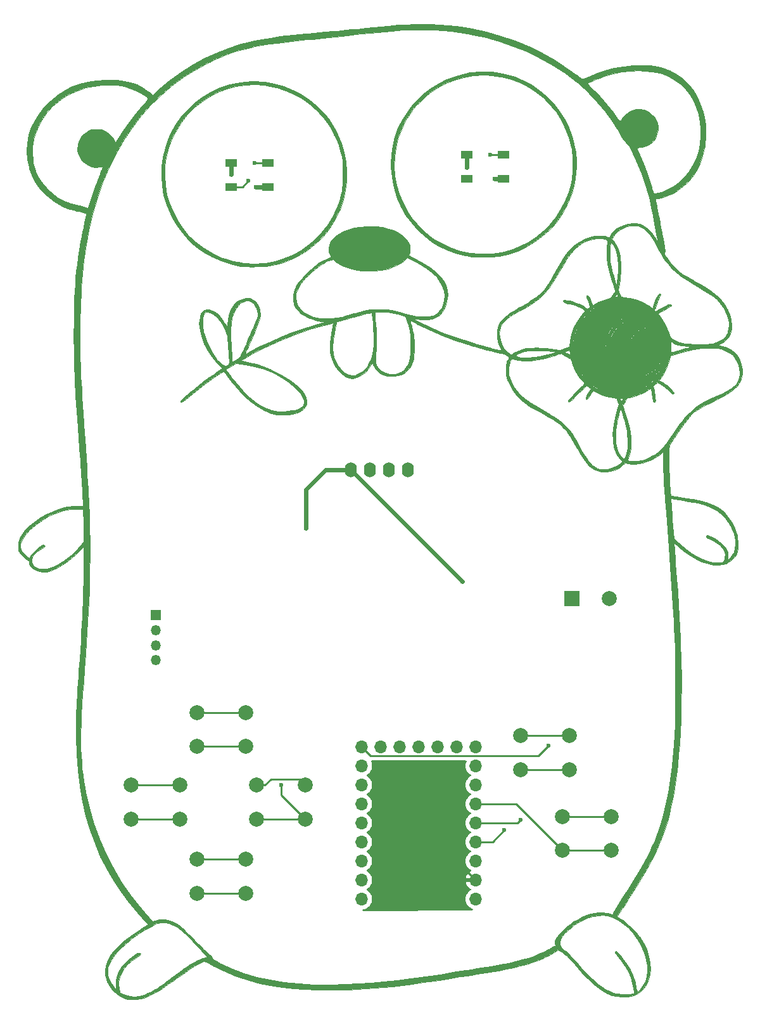
<source format=gbr>
G04 #@! TF.GenerationSoftware,KiCad,Pcbnew,8.0.5-8.0.5-0~ubuntu24.04.1*
G04 #@! TF.CreationDate,2024-09-29T10:33:01+09:00*
G04 #@! TF.ProjectId,gopher_flower_rp2040_sw,676f7068-6572-45f6-966c-6f7765725f72,rev?*
G04 #@! TF.SameCoordinates,Original*
G04 #@! TF.FileFunction,Copper,L1,Top*
G04 #@! TF.FilePolarity,Positive*
%FSLAX46Y46*%
G04 Gerber Fmt 4.6, Leading zero omitted, Abs format (unit mm)*
G04 Created by KiCad (PCBNEW 8.0.5-8.0.5-0~ubuntu24.04.1) date 2024-09-29 10:33:01*
%MOMM*%
%LPD*%
G01*
G04 APERTURE LIST*
G04 #@! TA.AperFunction,EtchedComponent*
%ADD10C,0.010000*%
G04 #@! TD*
G04 #@! TA.AperFunction,EtchedComponent*
%ADD11C,0.100000*%
G04 #@! TD*
G04 #@! TA.AperFunction,SMDPad,CuDef*
%ADD12R,1.500000X1.000000*%
G04 #@! TD*
G04 #@! TA.AperFunction,ComponentPad*
%ADD13O,1.700000X1.700000*%
G04 #@! TD*
G04 #@! TA.AperFunction,ComponentPad*
%ADD14O,1.600000X2.000000*%
G04 #@! TD*
G04 #@! TA.AperFunction,ComponentPad*
%ADD15C,2.000000*%
G04 #@! TD*
G04 #@! TA.AperFunction,ComponentPad*
%ADD16R,1.350000X1.350000*%
G04 #@! TD*
G04 #@! TA.AperFunction,ComponentPad*
%ADD17O,1.350000X1.350000*%
G04 #@! TD*
G04 #@! TA.AperFunction,ComponentPad*
%ADD18R,2.000000X2.000000*%
G04 #@! TD*
G04 #@! TA.AperFunction,ViaPad*
%ADD19C,0.600000*%
G04 #@! TD*
G04 #@! TA.AperFunction,Conductor*
%ADD20C,0.250000*%
G04 #@! TD*
G04 #@! TA.AperFunction,Conductor*
%ADD21C,0.600000*%
G04 #@! TD*
G04 APERTURE END LIST*
D10*
X141267679Y-74804944D02*
X141361274Y-74894684D01*
X141477351Y-75078167D01*
X141596851Y-75314281D01*
X141700713Y-75561912D01*
X141769875Y-75779947D01*
X141831174Y-75955942D01*
X141838826Y-76164058D01*
X141705683Y-76274493D01*
X141564318Y-76360000D01*
X141449079Y-75966900D01*
X141445556Y-75926370D01*
X141415619Y-75816520D01*
X141336935Y-75622590D01*
X141226191Y-75385523D01*
X141220138Y-75373324D01*
X141099683Y-75111253D01*
X141050136Y-74944815D01*
X141065318Y-74851450D01*
X141074284Y-74840827D01*
X141201630Y-74793814D01*
X141267679Y-74804944D01*
G04 #@! TA.AperFunction,EtchedComponent*
G36*
X141267679Y-74804944D02*
G01*
X141361274Y-74894684D01*
X141477351Y-75078167D01*
X141596851Y-75314281D01*
X141700713Y-75561912D01*
X141769875Y-75779947D01*
X141831174Y-75955942D01*
X141838826Y-76164058D01*
X141705683Y-76274493D01*
X141564318Y-76360000D01*
X141449079Y-75966900D01*
X141445556Y-75926370D01*
X141415619Y-75816520D01*
X141336935Y-75622590D01*
X141226191Y-75385523D01*
X141220138Y-75373324D01*
X141099683Y-75111253D01*
X141050136Y-74944815D01*
X141065318Y-74851450D01*
X141074284Y-74840827D01*
X141201630Y-74793814D01*
X141267679Y-74804944D01*
G37*
G04 #@! TD.AperFunction*
D11*
X148615000Y-77990000D02*
X148875000Y-78030000D01*
X149075000Y-78080000D01*
X149335000Y-78190000D01*
X149755000Y-78380000D01*
X150355000Y-78780000D01*
X150865000Y-79280000D01*
X151005000Y-79470000D01*
X151305000Y-79910000D01*
X151515000Y-80180000D01*
X151245000Y-79880000D01*
X150745000Y-79510000D01*
X150215000Y-79270000D01*
X149635000Y-79150000D01*
X149045000Y-79160000D01*
X148435000Y-79330000D01*
X148105000Y-79490000D01*
X147695000Y-79820000D01*
X147335000Y-80190000D01*
X147075000Y-80580000D01*
X147005000Y-80730000D01*
X146945000Y-80890000D01*
X146875000Y-81200000D01*
X146865000Y-81480000D01*
X146865000Y-81800000D01*
X146885000Y-82240000D01*
X146945000Y-82620000D01*
X147095000Y-82990000D01*
X147295000Y-83290000D01*
X147575000Y-83600000D01*
X147865000Y-83870000D01*
X148185000Y-84090000D01*
X148515000Y-84230000D01*
X148925000Y-84300000D01*
X149385000Y-84320000D01*
X149625000Y-84320000D01*
X149945000Y-84310000D01*
X150165000Y-84280000D01*
X150385000Y-84210000D01*
X150595000Y-84110000D01*
X150735000Y-84030000D01*
X150925000Y-83900000D01*
X151145000Y-83730000D01*
X151305000Y-83590000D01*
X151455000Y-83400000D01*
X151195000Y-83750000D01*
X150965000Y-84090000D01*
X150715000Y-84350000D01*
X150555000Y-84510000D01*
X150025000Y-84910000D01*
X149485000Y-85210000D01*
X148915000Y-85420000D01*
X148755000Y-85450000D01*
X148325000Y-85500000D01*
X147905000Y-85520000D01*
X147465000Y-85490000D01*
X147055000Y-85430000D01*
X146525000Y-85240000D01*
X145925000Y-84920000D01*
X145405000Y-84520000D01*
X144955000Y-84030000D01*
X144605000Y-83490000D01*
X144485000Y-83220000D01*
X144285000Y-82590000D01*
X144185000Y-81900000D01*
X144215000Y-81240000D01*
X144365000Y-80570000D01*
X144625000Y-79960000D01*
X144875000Y-79580000D01*
X145005000Y-79380000D01*
X145465000Y-78890000D01*
X146055000Y-78470000D01*
X146725000Y-78140000D01*
X146965000Y-78060000D01*
X147295000Y-78000000D01*
X147935000Y-77980000D01*
X148615000Y-77990000D01*
G04 #@! TA.AperFunction,EtchedComponent*
G36*
X148615000Y-77990000D02*
G01*
X148875000Y-78030000D01*
X149075000Y-78080000D01*
X149335000Y-78190000D01*
X149755000Y-78380000D01*
X150355000Y-78780000D01*
X150865000Y-79280000D01*
X151005000Y-79470000D01*
X151305000Y-79910000D01*
X151515000Y-80180000D01*
X151245000Y-79880000D01*
X150745000Y-79510000D01*
X150215000Y-79270000D01*
X149635000Y-79150000D01*
X149045000Y-79160000D01*
X148435000Y-79330000D01*
X148105000Y-79490000D01*
X147695000Y-79820000D01*
X147335000Y-80190000D01*
X147075000Y-80580000D01*
X147005000Y-80730000D01*
X146945000Y-80890000D01*
X146875000Y-81200000D01*
X146865000Y-81480000D01*
X146865000Y-81800000D01*
X146885000Y-82240000D01*
X146945000Y-82620000D01*
X147095000Y-82990000D01*
X147295000Y-83290000D01*
X147575000Y-83600000D01*
X147865000Y-83870000D01*
X148185000Y-84090000D01*
X148515000Y-84230000D01*
X148925000Y-84300000D01*
X149385000Y-84320000D01*
X149625000Y-84320000D01*
X149945000Y-84310000D01*
X150165000Y-84280000D01*
X150385000Y-84210000D01*
X150595000Y-84110000D01*
X150735000Y-84030000D01*
X150925000Y-83900000D01*
X151145000Y-83730000D01*
X151305000Y-83590000D01*
X151455000Y-83400000D01*
X151195000Y-83750000D01*
X150965000Y-84090000D01*
X150715000Y-84350000D01*
X150555000Y-84510000D01*
X150025000Y-84910000D01*
X149485000Y-85210000D01*
X148915000Y-85420000D01*
X148755000Y-85450000D01*
X148325000Y-85500000D01*
X147905000Y-85520000D01*
X147465000Y-85490000D01*
X147055000Y-85430000D01*
X146525000Y-85240000D01*
X145925000Y-84920000D01*
X145405000Y-84520000D01*
X144955000Y-84030000D01*
X144605000Y-83490000D01*
X144485000Y-83220000D01*
X144285000Y-82590000D01*
X144185000Y-81900000D01*
X144215000Y-81240000D01*
X144365000Y-80570000D01*
X144625000Y-79960000D01*
X144875000Y-79580000D01*
X145005000Y-79380000D01*
X145465000Y-78890000D01*
X146055000Y-78470000D01*
X146725000Y-78140000D01*
X146965000Y-78060000D01*
X147295000Y-78000000D01*
X147935000Y-77980000D01*
X148615000Y-77990000D01*
G37*
G04 #@! TD.AperFunction*
X146565000Y-75590000D02*
X147495000Y-75800000D01*
X148345000Y-76120000D01*
X149115000Y-76570000D01*
X149845000Y-77150000D01*
X150445000Y-77800000D01*
X150805000Y-78310000D01*
X151165000Y-78770000D01*
X150655000Y-78320000D01*
X150015000Y-77910000D01*
X149905000Y-77840000D01*
X149275000Y-77590000D01*
X148575000Y-77450000D01*
X147805000Y-77430000D01*
X147315000Y-77470000D01*
X146555000Y-77650000D01*
X145825000Y-77950000D01*
X145235000Y-78360000D01*
X144695000Y-78870000D01*
X144235000Y-79530000D01*
X143885000Y-80270000D01*
X143775000Y-80670000D01*
X143695000Y-81210000D01*
X143655000Y-81800000D01*
X143675000Y-82290000D01*
X143765000Y-82790000D01*
X143915000Y-83220000D01*
X144215000Y-83900000D01*
X144625000Y-84490000D01*
X145165000Y-85040000D01*
X145735000Y-85450000D01*
X146435000Y-85790000D01*
X147165000Y-85990000D01*
X147945000Y-86060000D01*
X148715000Y-86030000D01*
X149155000Y-85930000D01*
X149605000Y-85760000D01*
X150045000Y-85540000D01*
X150455000Y-85300000D01*
X150745000Y-85080000D01*
X150975000Y-84900000D01*
X151085000Y-84800000D01*
X151110384Y-84783076D01*
X150995000Y-84960000D01*
X150785000Y-85280000D01*
X150535000Y-85620000D01*
X150245000Y-85950000D01*
X149965000Y-86250000D01*
X149275000Y-86830000D01*
X148535000Y-87270000D01*
X147715000Y-87640000D01*
X146825000Y-87900000D01*
X146145000Y-87970000D01*
X145615000Y-87980000D01*
X145015000Y-87970000D01*
X144635000Y-87940000D01*
X144225000Y-87870000D01*
X143285000Y-87580000D01*
X142505000Y-87200000D01*
X141705000Y-86650000D01*
X141035000Y-86030000D01*
X140465000Y-85310000D01*
X139995000Y-84520000D01*
X139645000Y-83760000D01*
X139465000Y-83070000D01*
X139325000Y-81950000D01*
X139385000Y-81030000D01*
X139555000Y-80140000D01*
X139845000Y-79280000D01*
X140265000Y-78480000D01*
X140835000Y-77700000D01*
X141415000Y-77100000D01*
X142165000Y-76530000D01*
X143025000Y-76050000D01*
X143825000Y-75750000D01*
X144715000Y-75570000D01*
X145615000Y-75520000D01*
X146565000Y-75590000D01*
G04 #@! TA.AperFunction,EtchedComponent*
G36*
X146565000Y-75590000D02*
G01*
X147495000Y-75800000D01*
X148345000Y-76120000D01*
X149115000Y-76570000D01*
X149845000Y-77150000D01*
X150445000Y-77800000D01*
X150805000Y-78310000D01*
X151165000Y-78770000D01*
X150655000Y-78320000D01*
X150015000Y-77910000D01*
X149905000Y-77840000D01*
X149275000Y-77590000D01*
X148575000Y-77450000D01*
X147805000Y-77430000D01*
X147315000Y-77470000D01*
X146555000Y-77650000D01*
X145825000Y-77950000D01*
X145235000Y-78360000D01*
X144695000Y-78870000D01*
X144235000Y-79530000D01*
X143885000Y-80270000D01*
X143775000Y-80670000D01*
X143695000Y-81210000D01*
X143655000Y-81800000D01*
X143675000Y-82290000D01*
X143765000Y-82790000D01*
X143915000Y-83220000D01*
X144215000Y-83900000D01*
X144625000Y-84490000D01*
X145165000Y-85040000D01*
X145735000Y-85450000D01*
X146435000Y-85790000D01*
X147165000Y-85990000D01*
X147945000Y-86060000D01*
X148715000Y-86030000D01*
X149155000Y-85930000D01*
X149605000Y-85760000D01*
X150045000Y-85540000D01*
X150455000Y-85300000D01*
X150745000Y-85080000D01*
X150975000Y-84900000D01*
X151085000Y-84800000D01*
X151110384Y-84783076D01*
X150995000Y-84960000D01*
X150785000Y-85280000D01*
X150535000Y-85620000D01*
X150245000Y-85950000D01*
X149965000Y-86250000D01*
X149275000Y-86830000D01*
X148535000Y-87270000D01*
X147715000Y-87640000D01*
X146825000Y-87900000D01*
X146145000Y-87970000D01*
X145615000Y-87980000D01*
X145015000Y-87970000D01*
X144635000Y-87940000D01*
X144225000Y-87870000D01*
X143285000Y-87580000D01*
X142505000Y-87200000D01*
X141705000Y-86650000D01*
X141035000Y-86030000D01*
X140465000Y-85310000D01*
X139995000Y-84520000D01*
X139645000Y-83760000D01*
X139465000Y-83070000D01*
X139325000Y-81950000D01*
X139385000Y-81030000D01*
X139555000Y-80140000D01*
X139845000Y-79280000D01*
X140265000Y-78480000D01*
X140835000Y-77700000D01*
X141415000Y-77100000D01*
X142165000Y-76530000D01*
X143025000Y-76050000D01*
X143825000Y-75750000D01*
X144715000Y-75570000D01*
X145615000Y-75520000D01*
X146565000Y-75590000D01*
G37*
G04 #@! TD.AperFunction*
X151115000Y-84780000D02*
X151110384Y-84783076D01*
X151145000Y-84730000D01*
X151115000Y-84780000D01*
G04 #@! TA.AperFunction,EtchedComponent*
G36*
X151115000Y-84780000D02*
G01*
X151110384Y-84783076D01*
X151145000Y-84730000D01*
X151115000Y-84780000D01*
G37*
G04 #@! TD.AperFunction*
D10*
X97683355Y-46241344D02*
X98037964Y-46274128D01*
X99357221Y-46497387D01*
X100617889Y-46849015D01*
X101819752Y-47328909D01*
X102962595Y-47936967D01*
X104046204Y-48673087D01*
X105070362Y-49537167D01*
X105238884Y-49697110D01*
X105969289Y-50450682D01*
X106592062Y-51205627D01*
X107135538Y-52001081D01*
X107628050Y-52876180D01*
X107818700Y-53260555D01*
X108321385Y-54467685D01*
X108690830Y-55707776D01*
X108927479Y-56970226D01*
X109031776Y-58244428D01*
X109004165Y-59519780D01*
X108845091Y-60785677D01*
X108554999Y-62031514D01*
X108134332Y-63246687D01*
X107583534Y-64420591D01*
X107332363Y-64866944D01*
X106598774Y-65973500D01*
X105764062Y-66984027D01*
X104834464Y-67894072D01*
X103816217Y-68699181D01*
X102715557Y-69394901D01*
X101538723Y-69976781D01*
X100291951Y-70440367D01*
X99076944Y-70761050D01*
X98668569Y-70828360D01*
X98154584Y-70881942D01*
X97569902Y-70920936D01*
X96949437Y-70944482D01*
X96328103Y-70951723D01*
X95740811Y-70941797D01*
X95222477Y-70913846D01*
X94808013Y-70867010D01*
X94803286Y-70866244D01*
X93484900Y-70583366D01*
X92225187Y-70176229D01*
X91030815Y-69649797D01*
X89908453Y-69009035D01*
X88864768Y-68258911D01*
X87906428Y-67404387D01*
X87040101Y-66450431D01*
X86272454Y-65402006D01*
X85610157Y-64264079D01*
X85420292Y-63879166D01*
X84923236Y-62665439D01*
X84560231Y-61418144D01*
X84331237Y-60147671D01*
X84236215Y-58864408D01*
X84237710Y-58814995D01*
X84683069Y-58814995D01*
X84771408Y-60073249D01*
X84994661Y-61325024D01*
X85298055Y-62394287D01*
X85767626Y-63578243D01*
X86359106Y-64699067D01*
X87064267Y-65748187D01*
X87874880Y-66717030D01*
X88782717Y-67597024D01*
X89779551Y-68379595D01*
X90857152Y-69056172D01*
X92007292Y-69618181D01*
X92374167Y-69766602D01*
X92809934Y-69917947D01*
X93327672Y-70071842D01*
X93881129Y-70216649D01*
X94424051Y-70340732D01*
X94910184Y-70432454D01*
X95161111Y-70467775D01*
X95718868Y-70512421D01*
X96355481Y-70532098D01*
X97016513Y-70527215D01*
X97647527Y-70498177D01*
X98194087Y-70445392D01*
X98196555Y-70445064D01*
X99452476Y-70208892D01*
X100662893Y-69844785D01*
X101819296Y-69359733D01*
X102913171Y-68760726D01*
X103936008Y-68054754D01*
X104879296Y-67248808D01*
X105734521Y-66349876D01*
X106493174Y-65364950D01*
X107146742Y-64301019D01*
X107686713Y-63165074D01*
X107961320Y-62425870D01*
X108138873Y-61871899D01*
X108276076Y-61384359D01*
X108377803Y-60930222D01*
X108448924Y-60476462D01*
X108494313Y-59990050D01*
X108518841Y-59437960D01*
X108527382Y-58787164D01*
X108527577Y-58587500D01*
X108525514Y-58037499D01*
X108519237Y-57601783D01*
X108506911Y-57253544D01*
X108486699Y-56965977D01*
X108456766Y-56712273D01*
X108415277Y-56465628D01*
X108365754Y-56223889D01*
X108181204Y-55467148D01*
X107962409Y-54766596D01*
X107690818Y-54070107D01*
X107347878Y-53325557D01*
X107298457Y-53225278D01*
X106672501Y-52119576D01*
X105935094Y-51094184D01*
X105095496Y-50156329D01*
X104162967Y-49313238D01*
X103146768Y-48572140D01*
X102056160Y-47940263D01*
X100900403Y-47424832D01*
X99688757Y-47033077D01*
X99218056Y-46918684D01*
X97965319Y-46711759D01*
X96707960Y-46640609D01*
X95457037Y-46701626D01*
X94223609Y-46891206D01*
X93018735Y-47205741D01*
X91853473Y-47641625D01*
X90738881Y-48195251D01*
X89686019Y-48863013D01*
X88705945Y-49641305D01*
X87809718Y-50526520D01*
X87668331Y-50685278D01*
X86870261Y-51702391D01*
X86192607Y-52784650D01*
X85637440Y-53921822D01*
X85206831Y-55103674D01*
X84902853Y-56319975D01*
X84727575Y-57560492D01*
X84683069Y-58814995D01*
X84237710Y-58814995D01*
X84275125Y-57578745D01*
X84447929Y-56301071D01*
X84754587Y-55041774D01*
X85195059Y-53811245D01*
X85460679Y-53219956D01*
X86087014Y-52077208D01*
X86824917Y-51015029D01*
X87665752Y-50040079D01*
X88600879Y-49159017D01*
X89621660Y-48378503D01*
X90719458Y-47705198D01*
X91885633Y-47145759D01*
X93111548Y-46706848D01*
X94287734Y-46414630D01*
X94883194Y-46322010D01*
X95568978Y-46256554D01*
X96296594Y-46220081D01*
X97017551Y-46214405D01*
X97683355Y-46241344D01*
G04 #@! TA.AperFunction,EtchedComponent*
G36*
X97683355Y-46241344D02*
G01*
X98037964Y-46274128D01*
X99357221Y-46497387D01*
X100617889Y-46849015D01*
X101819752Y-47328909D01*
X102962595Y-47936967D01*
X104046204Y-48673087D01*
X105070362Y-49537167D01*
X105238884Y-49697110D01*
X105969289Y-50450682D01*
X106592062Y-51205627D01*
X107135538Y-52001081D01*
X107628050Y-52876180D01*
X107818700Y-53260555D01*
X108321385Y-54467685D01*
X108690830Y-55707776D01*
X108927479Y-56970226D01*
X109031776Y-58244428D01*
X109004165Y-59519780D01*
X108845091Y-60785677D01*
X108554999Y-62031514D01*
X108134332Y-63246687D01*
X107583534Y-64420591D01*
X107332363Y-64866944D01*
X106598774Y-65973500D01*
X105764062Y-66984027D01*
X104834464Y-67894072D01*
X103816217Y-68699181D01*
X102715557Y-69394901D01*
X101538723Y-69976781D01*
X100291951Y-70440367D01*
X99076944Y-70761050D01*
X98668569Y-70828360D01*
X98154584Y-70881942D01*
X97569902Y-70920936D01*
X96949437Y-70944482D01*
X96328103Y-70951723D01*
X95740811Y-70941797D01*
X95222477Y-70913846D01*
X94808013Y-70867010D01*
X94803286Y-70866244D01*
X93484900Y-70583366D01*
X92225187Y-70176229D01*
X91030815Y-69649797D01*
X89908453Y-69009035D01*
X88864768Y-68258911D01*
X87906428Y-67404387D01*
X87040101Y-66450431D01*
X86272454Y-65402006D01*
X85610157Y-64264079D01*
X85420292Y-63879166D01*
X84923236Y-62665439D01*
X84560231Y-61418144D01*
X84331237Y-60147671D01*
X84236215Y-58864408D01*
X84237710Y-58814995D01*
X84683069Y-58814995D01*
X84771408Y-60073249D01*
X84994661Y-61325024D01*
X85298055Y-62394287D01*
X85767626Y-63578243D01*
X86359106Y-64699067D01*
X87064267Y-65748187D01*
X87874880Y-66717030D01*
X88782717Y-67597024D01*
X89779551Y-68379595D01*
X90857152Y-69056172D01*
X92007292Y-69618181D01*
X92374167Y-69766602D01*
X92809934Y-69917947D01*
X93327672Y-70071842D01*
X93881129Y-70216649D01*
X94424051Y-70340732D01*
X94910184Y-70432454D01*
X95161111Y-70467775D01*
X95718868Y-70512421D01*
X96355481Y-70532098D01*
X97016513Y-70527215D01*
X97647527Y-70498177D01*
X98194087Y-70445392D01*
X98196555Y-70445064D01*
X99452476Y-70208892D01*
X100662893Y-69844785D01*
X101819296Y-69359733D01*
X102913171Y-68760726D01*
X103936008Y-68054754D01*
X104879296Y-67248808D01*
X105734521Y-66349876D01*
X106493174Y-65364950D01*
X107146742Y-64301019D01*
X107686713Y-63165074D01*
X107961320Y-62425870D01*
X108138873Y-61871899D01*
X108276076Y-61384359D01*
X108377803Y-60930222D01*
X108448924Y-60476462D01*
X108494313Y-59990050D01*
X108518841Y-59437960D01*
X108527382Y-58787164D01*
X108527577Y-58587500D01*
X108525514Y-58037499D01*
X108519237Y-57601783D01*
X108506911Y-57253544D01*
X108486699Y-56965977D01*
X108456766Y-56712273D01*
X108415277Y-56465628D01*
X108365754Y-56223889D01*
X108181204Y-55467148D01*
X107962409Y-54766596D01*
X107690818Y-54070107D01*
X107347878Y-53325557D01*
X107298457Y-53225278D01*
X106672501Y-52119576D01*
X105935094Y-51094184D01*
X105095496Y-50156329D01*
X104162967Y-49313238D01*
X103146768Y-48572140D01*
X102056160Y-47940263D01*
X100900403Y-47424832D01*
X99688757Y-47033077D01*
X99218056Y-46918684D01*
X97965319Y-46711759D01*
X96707960Y-46640609D01*
X95457037Y-46701626D01*
X94223609Y-46891206D01*
X93018735Y-47205741D01*
X91853473Y-47641625D01*
X90738881Y-48195251D01*
X89686019Y-48863013D01*
X88705945Y-49641305D01*
X87809718Y-50526520D01*
X87668331Y-50685278D01*
X86870261Y-51702391D01*
X86192607Y-52784650D01*
X85637440Y-53921822D01*
X85206831Y-55103674D01*
X84902853Y-56319975D01*
X84727575Y-57560492D01*
X84683069Y-58814995D01*
X84237710Y-58814995D01*
X84275125Y-57578745D01*
X84447929Y-56301071D01*
X84754587Y-55041774D01*
X85195059Y-53811245D01*
X85460679Y-53219956D01*
X86087014Y-52077208D01*
X86824917Y-51015029D01*
X87665752Y-50040079D01*
X88600879Y-49159017D01*
X89621660Y-48378503D01*
X90719458Y-47705198D01*
X91885633Y-47145759D01*
X93111548Y-46706848D01*
X94287734Y-46414630D01*
X94883194Y-46322010D01*
X95568978Y-46256554D01*
X96296594Y-46220081D01*
X97017551Y-46214405D01*
X97683355Y-46241344D01*
G37*
G04 #@! TD.AperFunction*
X127810629Y-44931474D02*
X128392802Y-44953227D01*
X128887466Y-44995066D01*
X128958211Y-45004014D01*
X130243816Y-45245637D01*
X131479964Y-45615115D01*
X132659166Y-46105578D01*
X133773932Y-46710154D01*
X134816772Y-47421973D01*
X135780196Y-48234163D01*
X136656715Y-49139854D01*
X137438838Y-50132176D01*
X138119077Y-51204256D01*
X138689940Y-52349224D01*
X139143940Y-53560210D01*
X139425774Y-54606659D01*
X139608403Y-55630308D01*
X139708403Y-56673390D01*
X139722199Y-57686749D01*
X139689709Y-58236863D01*
X139569490Y-59252769D01*
X139392419Y-60177929D01*
X139146466Y-61055398D01*
X138819604Y-61928230D01*
X138409074Y-62820833D01*
X137759033Y-63975772D01*
X137002937Y-65040622D01*
X136147318Y-66010362D01*
X135198707Y-66879971D01*
X134163637Y-67644430D01*
X133048637Y-68298718D01*
X131860239Y-68837814D01*
X130604976Y-69256699D01*
X129773514Y-69458549D01*
X129396677Y-69530921D01*
X129039037Y-69583750D01*
X128661761Y-69620727D01*
X128226018Y-69645544D01*
X127692973Y-69661890D01*
X127616667Y-69663540D01*
X127189848Y-69670617D01*
X126801776Y-69673644D01*
X126478532Y-69672685D01*
X126246198Y-69667806D01*
X126135000Y-69659880D01*
X125978991Y-69634899D01*
X125734093Y-69598162D01*
X125451192Y-69557290D01*
X125429444Y-69554211D01*
X124519889Y-69379734D01*
X123567797Y-69113574D01*
X122621670Y-68771863D01*
X121730012Y-68370733D01*
X121478333Y-68240115D01*
X120360882Y-67564089D01*
X119343305Y-66795854D01*
X118427121Y-65944355D01*
X117613854Y-65018537D01*
X116905022Y-64027346D01*
X116302148Y-62979726D01*
X115806752Y-61884624D01*
X115420355Y-60750983D01*
X115144479Y-59587750D01*
X114980644Y-58403869D01*
X114944292Y-57539352D01*
X115366682Y-57539352D01*
X115459776Y-58798624D01*
X115689261Y-60050919D01*
X116022891Y-61191576D01*
X116511124Y-62389551D01*
X117116016Y-63515033D01*
X117830036Y-64561023D01*
X118645654Y-65520521D01*
X119555339Y-66386526D01*
X120551562Y-67152039D01*
X121626790Y-67810061D01*
X122773495Y-68353589D01*
X123984145Y-68775626D01*
X124265278Y-68853308D01*
X125543906Y-69122095D01*
X126806189Y-69250816D01*
X128052603Y-69239513D01*
X128463333Y-69204770D01*
X129755016Y-69002640D01*
X130994829Y-68672887D01*
X132176018Y-68221594D01*
X133291827Y-67654841D01*
X134335500Y-66978713D01*
X135300282Y-66199291D01*
X136179418Y-65322656D01*
X136966152Y-64354893D01*
X137653728Y-63302082D01*
X138235392Y-62170306D01*
X138704388Y-60965647D01*
X139053961Y-59694188D01*
X139060718Y-59663404D01*
X139113497Y-59405564D01*
X139153221Y-59163329D01*
X139181676Y-58910157D01*
X139200647Y-58619501D01*
X139211920Y-58264820D01*
X139217280Y-57819568D01*
X139218525Y-57317500D01*
X139216998Y-56768510D01*
X139211207Y-56333839D01*
X139199335Y-55986720D01*
X139179562Y-55700380D01*
X139150073Y-55448051D01*
X139109049Y-55202963D01*
X139058048Y-54953889D01*
X138712954Y-53677857D01*
X138248103Y-52467800D01*
X137669849Y-51330032D01*
X136984543Y-50270868D01*
X136198537Y-49296621D01*
X135318182Y-48413606D01*
X134349832Y-47628136D01*
X133299837Y-46946526D01*
X132174549Y-46375090D01*
X130980321Y-45920141D01*
X129723505Y-45587993D01*
X129613351Y-45565498D01*
X129039964Y-45475644D01*
X128375010Y-45411533D01*
X127665984Y-45374960D01*
X126960383Y-45367724D01*
X126305705Y-45391621D01*
X125920563Y-45425786D01*
X124701734Y-45636569D01*
X123495216Y-45980379D01*
X122320878Y-46449335D01*
X121198589Y-47035554D01*
X120193776Y-47697529D01*
X119767010Y-48039506D01*
X119294467Y-48466093D01*
X118808402Y-48944327D01*
X118341071Y-49441245D01*
X117924727Y-49923883D01*
X117597778Y-50350518D01*
X116900484Y-51459160D01*
X116331593Y-52615822D01*
X115892436Y-53811339D01*
X115584344Y-55036544D01*
X115408649Y-56282270D01*
X115366682Y-57539352D01*
X114944292Y-57539352D01*
X114930371Y-57208286D01*
X114995181Y-56009946D01*
X115176596Y-54817795D01*
X115476135Y-53640777D01*
X115895321Y-52487837D01*
X116435674Y-51367921D01*
X117098716Y-50289974D01*
X117885966Y-49262942D01*
X118192526Y-48915638D01*
X119127122Y-47997694D01*
X120147853Y-47188548D01*
X121245199Y-46493252D01*
X122409645Y-45916857D01*
X123631672Y-45464415D01*
X124901763Y-45140978D01*
X125500000Y-45036837D01*
X125985634Y-44982488D01*
X126562388Y-44946528D01*
X127185606Y-44929382D01*
X127810629Y-44931474D01*
G04 #@! TA.AperFunction,EtchedComponent*
G36*
X127810629Y-44931474D02*
G01*
X128392802Y-44953227D01*
X128887466Y-44995066D01*
X128958211Y-45004014D01*
X130243816Y-45245637D01*
X131479964Y-45615115D01*
X132659166Y-46105578D01*
X133773932Y-46710154D01*
X134816772Y-47421973D01*
X135780196Y-48234163D01*
X136656715Y-49139854D01*
X137438838Y-50132176D01*
X138119077Y-51204256D01*
X138689940Y-52349224D01*
X139143940Y-53560210D01*
X139425774Y-54606659D01*
X139608403Y-55630308D01*
X139708403Y-56673390D01*
X139722199Y-57686749D01*
X139689709Y-58236863D01*
X139569490Y-59252769D01*
X139392419Y-60177929D01*
X139146466Y-61055398D01*
X138819604Y-61928230D01*
X138409074Y-62820833D01*
X137759033Y-63975772D01*
X137002937Y-65040622D01*
X136147318Y-66010362D01*
X135198707Y-66879971D01*
X134163637Y-67644430D01*
X133048637Y-68298718D01*
X131860239Y-68837814D01*
X130604976Y-69256699D01*
X129773514Y-69458549D01*
X129396677Y-69530921D01*
X129039037Y-69583750D01*
X128661761Y-69620727D01*
X128226018Y-69645544D01*
X127692973Y-69661890D01*
X127616667Y-69663540D01*
X127189848Y-69670617D01*
X126801776Y-69673644D01*
X126478532Y-69672685D01*
X126246198Y-69667806D01*
X126135000Y-69659880D01*
X125978991Y-69634899D01*
X125734093Y-69598162D01*
X125451192Y-69557290D01*
X125429444Y-69554211D01*
X124519889Y-69379734D01*
X123567797Y-69113574D01*
X122621670Y-68771863D01*
X121730012Y-68370733D01*
X121478333Y-68240115D01*
X120360882Y-67564089D01*
X119343305Y-66795854D01*
X118427121Y-65944355D01*
X117613854Y-65018537D01*
X116905022Y-64027346D01*
X116302148Y-62979726D01*
X115806752Y-61884624D01*
X115420355Y-60750983D01*
X115144479Y-59587750D01*
X114980644Y-58403869D01*
X114944292Y-57539352D01*
X115366682Y-57539352D01*
X115459776Y-58798624D01*
X115689261Y-60050919D01*
X116022891Y-61191576D01*
X116511124Y-62389551D01*
X117116016Y-63515033D01*
X117830036Y-64561023D01*
X118645654Y-65520521D01*
X119555339Y-66386526D01*
X120551562Y-67152039D01*
X121626790Y-67810061D01*
X122773495Y-68353589D01*
X123984145Y-68775626D01*
X124265278Y-68853308D01*
X125543906Y-69122095D01*
X126806189Y-69250816D01*
X128052603Y-69239513D01*
X128463333Y-69204770D01*
X129755016Y-69002640D01*
X130994829Y-68672887D01*
X132176018Y-68221594D01*
X133291827Y-67654841D01*
X134335500Y-66978713D01*
X135300282Y-66199291D01*
X136179418Y-65322656D01*
X136966152Y-64354893D01*
X137653728Y-63302082D01*
X138235392Y-62170306D01*
X138704388Y-60965647D01*
X139053961Y-59694188D01*
X139060718Y-59663404D01*
X139113497Y-59405564D01*
X139153221Y-59163329D01*
X139181676Y-58910157D01*
X139200647Y-58619501D01*
X139211920Y-58264820D01*
X139217280Y-57819568D01*
X139218525Y-57317500D01*
X139216998Y-56768510D01*
X139211207Y-56333839D01*
X139199335Y-55986720D01*
X139179562Y-55700380D01*
X139150073Y-55448051D01*
X139109049Y-55202963D01*
X139058048Y-54953889D01*
X138712954Y-53677857D01*
X138248103Y-52467800D01*
X137669849Y-51330032D01*
X136984543Y-50270868D01*
X136198537Y-49296621D01*
X135318182Y-48413606D01*
X134349832Y-47628136D01*
X133299837Y-46946526D01*
X132174549Y-46375090D01*
X130980321Y-45920141D01*
X129723505Y-45587993D01*
X129613351Y-45565498D01*
X129039964Y-45475644D01*
X128375010Y-45411533D01*
X127665984Y-45374960D01*
X126960383Y-45367724D01*
X126305705Y-45391621D01*
X125920563Y-45425786D01*
X124701734Y-45636569D01*
X123495216Y-45980379D01*
X122320878Y-46449335D01*
X121198589Y-47035554D01*
X120193776Y-47697529D01*
X119767010Y-48039506D01*
X119294467Y-48466093D01*
X118808402Y-48944327D01*
X118341071Y-49441245D01*
X117924727Y-49923883D01*
X117597778Y-50350518D01*
X116900484Y-51459160D01*
X116331593Y-52615822D01*
X115892436Y-53811339D01*
X115584344Y-55036544D01*
X115408649Y-56282270D01*
X115366682Y-57539352D01*
X114944292Y-57539352D01*
X114930371Y-57208286D01*
X114995181Y-56009946D01*
X115176596Y-54817795D01*
X115476135Y-53640777D01*
X115895321Y-52487837D01*
X116435674Y-51367921D01*
X117098716Y-50289974D01*
X117885966Y-49262942D01*
X118192526Y-48915638D01*
X119127122Y-47997694D01*
X120147853Y-47188548D01*
X121245199Y-46493252D01*
X122409645Y-45916857D01*
X123631672Y-45464415D01*
X124901763Y-45140978D01*
X125500000Y-45036837D01*
X125985634Y-44982488D01*
X126562388Y-44946528D01*
X127185606Y-44929382D01*
X127810629Y-44931474D01*
G37*
G04 #@! TD.AperFunction*
X120301004Y-38589073D02*
X121444304Y-38637419D01*
X122553338Y-38724045D01*
X123672099Y-38853002D01*
X124844582Y-39028339D01*
X125782222Y-39192085D01*
X127715037Y-39609301D01*
X129630523Y-40145045D01*
X131513057Y-40792603D01*
X133347020Y-41545261D01*
X135116788Y-42396306D01*
X136806740Y-43339024D01*
X138401256Y-44366701D01*
X139252366Y-44981088D01*
X139588459Y-45233940D01*
X139892748Y-45462792D01*
X140144286Y-45651895D01*
X140322125Y-45785501D01*
X140400335Y-45844146D01*
X140475671Y-45883571D01*
X140572021Y-45885916D01*
X140718117Y-45844010D01*
X140942690Y-45750684D01*
X141147136Y-45657768D01*
X142352087Y-45154991D01*
X143584354Y-44742182D01*
X144827890Y-44421327D01*
X146066647Y-44194414D01*
X147284579Y-44063430D01*
X148465637Y-44030361D01*
X149593774Y-44097194D01*
X150652944Y-44265916D01*
X151225023Y-44409991D01*
X152215585Y-44765446D01*
X153119707Y-45231519D01*
X153935735Y-45806027D01*
X154662014Y-46486789D01*
X155296889Y-47271621D01*
X155838705Y-48158341D01*
X156285807Y-49144767D01*
X156636540Y-50228716D01*
X156889250Y-51408006D01*
X156973194Y-51990555D01*
X157013537Y-52507924D01*
X157023144Y-53112083D01*
X157003874Y-53752525D01*
X156957589Y-54378745D01*
X156886147Y-54940239D01*
X156858851Y-55095000D01*
X156586615Y-56196538D01*
X156208134Y-57223548D01*
X155728529Y-58168933D01*
X155152923Y-59025597D01*
X154486439Y-59786444D01*
X153734198Y-60444378D01*
X152901322Y-60992303D01*
X152424941Y-61237557D01*
X152097223Y-61378666D01*
X151723702Y-61519767D01*
X151338523Y-61650044D01*
X150975827Y-61758684D01*
X150669759Y-61834872D01*
X150454462Y-61867793D01*
X150433496Y-61868333D01*
X150304703Y-61892071D01*
X150265000Y-61934822D01*
X150279222Y-62023247D01*
X150318522Y-62224731D01*
X150377854Y-62514471D01*
X150452172Y-62867668D01*
X150505498Y-63116627D01*
X150579905Y-63470888D01*
X150674534Y-63935751D01*
X150783823Y-64483082D01*
X150902213Y-65084746D01*
X151024142Y-65712611D01*
X151144050Y-66338541D01*
X151185073Y-66554927D01*
X151308199Y-67212641D01*
X151404857Y-67744902D01*
X151476913Y-68164493D01*
X151526229Y-68484198D01*
X151554668Y-68716801D01*
X151564095Y-68875086D01*
X151556372Y-68971838D01*
X151542685Y-69008357D01*
X151506139Y-69082333D01*
X151500764Y-69162750D01*
X151536532Y-69271808D01*
X151623414Y-69431708D01*
X151771380Y-69664649D01*
X151973655Y-69967944D01*
X152327512Y-70445100D01*
X152739125Y-70920569D01*
X153171960Y-71355623D01*
X153589482Y-71711535D01*
X153685164Y-71782168D01*
X153870991Y-71904797D01*
X154156410Y-72080846D01*
X154517232Y-72295983D01*
X154929268Y-72535876D01*
X155368329Y-72786192D01*
X155582188Y-72906179D01*
X156146436Y-73222051D01*
X156605490Y-73482229D01*
X156978087Y-73698501D01*
X157282965Y-73882653D01*
X157538860Y-74046470D01*
X157764511Y-74201740D01*
X157978653Y-74360248D01*
X158200025Y-74533780D01*
X158308333Y-74620997D01*
X158981509Y-75252659D01*
X159541843Y-75967289D01*
X159992651Y-76769560D01*
X160217862Y-77311007D01*
X160416378Y-78007147D01*
X160494340Y-78671284D01*
X160455092Y-79292692D01*
X160301982Y-79860645D01*
X160038357Y-80364417D01*
X159667563Y-80793283D01*
X159192947Y-81136517D01*
X158992033Y-81239506D01*
X158813772Y-81325879D01*
X158733177Y-81386399D01*
X158760000Y-81434294D01*
X158903998Y-81482787D01*
X159174924Y-81545106D01*
X159225556Y-81556125D01*
X159895645Y-81767865D01*
X160481673Y-82089983D01*
X160976317Y-82515481D01*
X161372254Y-83037359D01*
X161662160Y-83648619D01*
X161764262Y-83982441D01*
X161885843Y-84670775D01*
X161882761Y-85306591D01*
X161766545Y-85867429D01*
X161629220Y-86230691D01*
X161447093Y-86567179D01*
X161209008Y-86885970D01*
X160903804Y-87196142D01*
X160520325Y-87506774D01*
X160047413Y-87826944D01*
X159473908Y-88165729D01*
X158788652Y-88532208D01*
X158017842Y-88917277D01*
X157317189Y-89263110D01*
X156726996Y-89568701D01*
X156228378Y-89850213D01*
X155802448Y-90123810D01*
X155430321Y-90405658D01*
X155093109Y-90711920D01*
X154771928Y-91058760D01*
X154447890Y-91462343D01*
X154102111Y-91938833D01*
X153715703Y-92504395D01*
X153567384Y-92726349D01*
X153308170Y-93112717D01*
X153045923Y-93498462D01*
X152802502Y-93851785D01*
X152599768Y-94140888D01*
X152495366Y-94285844D01*
X152310385Y-94549754D01*
X152199578Y-94746891D01*
X152144847Y-94917245D01*
X152128166Y-95097233D01*
X152113003Y-96120938D01*
X152109757Y-97104611D01*
X152118119Y-98027471D01*
X152137783Y-98868740D01*
X152168440Y-99607639D01*
X152202727Y-100137328D01*
X152236958Y-100555183D01*
X152269329Y-100922192D01*
X152297689Y-101216146D01*
X152319893Y-101414837D01*
X152333791Y-101496057D01*
X152334201Y-101496608D01*
X152409192Y-101515988D01*
X152599627Y-101552726D01*
X152881510Y-101602534D01*
X153230843Y-101661122D01*
X153482243Y-101701807D01*
X154444762Y-101860414D01*
X155270846Y-102007293D01*
X155964613Y-102143261D01*
X156530180Y-102269137D01*
X156971665Y-102385741D01*
X157064246Y-102413888D01*
X157957778Y-102754339D01*
X158741810Y-103181518D01*
X159421061Y-103699293D01*
X160000252Y-104311530D01*
X160484103Y-105022097D01*
X160667486Y-105365833D01*
X160914936Y-105894758D01*
X161091727Y-106352125D01*
X161208448Y-106781746D01*
X161275690Y-107227437D01*
X161304040Y-107733012D01*
X161306944Y-108011666D01*
X161304860Y-108406133D01*
X161295775Y-108691232D01*
X161275446Y-108898678D01*
X161239627Y-109060188D01*
X161184073Y-109207477D01*
X161132239Y-109316944D01*
X160830863Y-109773679D01*
X160411169Y-110178599D01*
X159964362Y-110474250D01*
X159763106Y-110579122D01*
X159586737Y-110649225D01*
X159394623Y-110693703D01*
X159146132Y-110721702D01*
X158800636Y-110742365D01*
X158765532Y-110744075D01*
X158365743Y-110757032D01*
X158051976Y-110748506D01*
X157770178Y-110714091D01*
X157466298Y-110649378D01*
X157399183Y-110632682D01*
X156526479Y-110350297D01*
X155639634Y-109946171D01*
X154763029Y-109434314D01*
X153921047Y-108828736D01*
X153245972Y-108246245D01*
X152805000Y-107832172D01*
X152805197Y-108045392D01*
X152810322Y-108165478D01*
X152824774Y-108408015D01*
X152847320Y-108754740D01*
X152876726Y-109187387D01*
X152911758Y-109687693D01*
X152951182Y-110237393D01*
X152979291Y-110622222D01*
X153118114Y-112543495D01*
X153242095Y-114335144D01*
X153351652Y-116007829D01*
X153447201Y-117572211D01*
X153529159Y-119038949D01*
X153597943Y-120418704D01*
X153653968Y-121722136D01*
X153697652Y-122959904D01*
X153729410Y-124142669D01*
X153749661Y-125281092D01*
X153758820Y-126385831D01*
X153757303Y-127467547D01*
X153745528Y-128536901D01*
X153723911Y-129604552D01*
X153722822Y-129648389D01*
X153668749Y-131440360D01*
X153598600Y-133105532D01*
X153510903Y-134657457D01*
X153404187Y-136109689D01*
X153276980Y-137475782D01*
X153127810Y-138769290D01*
X152955206Y-140003765D01*
X152757697Y-141192762D01*
X152533809Y-142349833D01*
X152282073Y-143488533D01*
X152168876Y-143959722D01*
X151897525Y-144982622D01*
X151590555Y-145978624D01*
X151240653Y-146963748D01*
X150840504Y-147954014D01*
X150382794Y-148965442D01*
X149860208Y-150014054D01*
X149265432Y-151115869D01*
X148591150Y-152286908D01*
X147830049Y-153543191D01*
X147691156Y-153766944D01*
X147268362Y-154443947D01*
X146866233Y-155084134D01*
X146491272Y-155677389D01*
X146149982Y-156213593D01*
X145848865Y-156682631D01*
X145594423Y-157074384D01*
X145393158Y-157378736D01*
X145251575Y-157585569D01*
X145176174Y-157684766D01*
X145168944Y-157691250D01*
X145189437Y-157744690D01*
X145308887Y-157842810D01*
X145501464Y-157964407D01*
X145502292Y-157964881D01*
X146043168Y-158319029D01*
X146609939Y-158769291D01*
X147168529Y-159284043D01*
X147684864Y-159831665D01*
X148124868Y-160380536D01*
X148163479Y-160434444D01*
X148687548Y-161269334D01*
X149097376Y-162125859D01*
X149390148Y-162990993D01*
X149563049Y-163851708D01*
X149613262Y-164694977D01*
X149537973Y-165507774D01*
X149390414Y-166111903D01*
X149116111Y-166771135D01*
X148747329Y-167326987D01*
X148289013Y-167776214D01*
X147746106Y-168115576D01*
X147123553Y-168341828D01*
X146426298Y-168451729D01*
X145820000Y-168453811D01*
X145150338Y-168380469D01*
X144513638Y-168235637D01*
X143897689Y-168011700D01*
X143290280Y-167701041D01*
X142679201Y-167296046D01*
X142052240Y-166789098D01*
X141397188Y-166172583D01*
X140701833Y-165438884D01*
X140349232Y-165041782D01*
X139842881Y-164465414D01*
X139411566Y-163984843D01*
X139041598Y-163586139D01*
X138719286Y-163255372D01*
X138430942Y-162978612D01*
X138162876Y-162741928D01*
X137901399Y-162531392D01*
X137825631Y-162463826D01*
X137315000Y-162190000D01*
X137045000Y-162320000D01*
X136875528Y-162425543D01*
X136614077Y-162591465D01*
X136275742Y-162783683D01*
X135886613Y-162986822D01*
X135785594Y-163036950D01*
X135121896Y-163346973D01*
X134449312Y-163627132D01*
X133751257Y-163881964D01*
X133011142Y-164116002D01*
X132212378Y-164333781D01*
X131338380Y-164539838D01*
X130372559Y-164738706D01*
X129298328Y-164934920D01*
X128145833Y-165125610D01*
X127648609Y-165204917D01*
X127047350Y-165301444D01*
X126377259Y-165409499D01*
X125673542Y-165523395D01*
X124971400Y-165637441D01*
X124306040Y-165745948D01*
X124194722Y-165764154D01*
X122423276Y-166049303D01*
X120775262Y-166304312D01*
X119236593Y-166530683D01*
X117793182Y-166729912D01*
X116430941Y-166903501D01*
X115135785Y-167052947D01*
X113893625Y-167179751D01*
X112690376Y-167285412D01*
X111511950Y-167371428D01*
X110344260Y-167439299D01*
X109173220Y-167490524D01*
X107984743Y-167526603D01*
X107543611Y-167536297D01*
X105307014Y-167536998D01*
X103177549Y-167447815D01*
X101153229Y-167268335D01*
X99232064Y-166998145D01*
X97412067Y-166636832D01*
X95691249Y-166183983D01*
X94067622Y-165639184D01*
X92539197Y-165002024D01*
X91103987Y-164272087D01*
X90691044Y-164034800D01*
X90427102Y-163883538D01*
X90204260Y-163764392D01*
X90052916Y-163693166D01*
X90008596Y-163680000D01*
X89885134Y-163715173D01*
X89667384Y-163811637D01*
X89380664Y-163955805D01*
X89050294Y-164134091D01*
X88701593Y-164332909D01*
X88359880Y-164538675D01*
X88105556Y-164701138D01*
X87855687Y-164869620D01*
X87517167Y-165103086D01*
X87115548Y-165383630D01*
X86676380Y-165693350D01*
X86225214Y-166014341D01*
X85953611Y-166209049D01*
X85163102Y-166768620D01*
X84464594Y-167242651D01*
X83844213Y-167638895D01*
X83288088Y-167965101D01*
X82782345Y-168229020D01*
X82313110Y-168438403D01*
X81866511Y-168601001D01*
X81468826Y-168714655D01*
X80867770Y-168813031D01*
X80251075Y-168820482D01*
X79669309Y-168738223D01*
X79411115Y-168665127D01*
X78829091Y-168399688D01*
X78278891Y-168021746D01*
X77780388Y-167554305D01*
X77353455Y-167020369D01*
X77017966Y-166442943D01*
X76793794Y-165845031D01*
X76732763Y-165564836D01*
X76706409Y-165055833D01*
X77073940Y-165055833D01*
X77113952Y-165587781D01*
X77242233Y-166077258D01*
X77470733Y-166552732D01*
X77811405Y-167042672D01*
X78006985Y-167278333D01*
X78220956Y-167525278D01*
X78181684Y-166960833D01*
X78197095Y-166257490D01*
X78345079Y-165586215D01*
X78627751Y-164941874D01*
X79047226Y-164319333D01*
X79461055Y-163855364D01*
X79792230Y-163541155D01*
X80138492Y-163248666D01*
X80479568Y-162991585D01*
X80795184Y-162783597D01*
X81065067Y-162638390D01*
X81268944Y-162569650D01*
X81359635Y-162573608D01*
X81462964Y-162654389D01*
X81435345Y-162769088D01*
X81275293Y-162920000D01*
X81032361Y-163079446D01*
X80296965Y-163579229D01*
X79682166Y-164129201D01*
X79193017Y-164723835D01*
X78834573Y-165357603D01*
X78741905Y-165585000D01*
X78604879Y-166034504D01*
X78543437Y-166462402D01*
X78552213Y-166926160D01*
X78587690Y-167236561D01*
X78631808Y-167531060D01*
X78673834Y-167719984D01*
X78728849Y-167837816D01*
X78811935Y-167919043D01*
X78914721Y-167984373D01*
X79431563Y-168216757D01*
X80023283Y-168360219D01*
X80651677Y-168410243D01*
X81278539Y-168362315D01*
X81581982Y-168299564D01*
X81979221Y-168170594D01*
X82447059Y-167974952D01*
X82944316Y-167732095D01*
X83429814Y-167461481D01*
X83666611Y-167314535D01*
X83859915Y-167183411D01*
X84144181Y-166982421D01*
X84498027Y-166727091D01*
X84900072Y-166432946D01*
X85328935Y-166115510D01*
X85694084Y-165842357D01*
X86326312Y-165368572D01*
X86863875Y-164970900D01*
X87323781Y-164639187D01*
X87723037Y-164363280D01*
X88078649Y-164133025D01*
X88407624Y-163938268D01*
X88726968Y-163768857D01*
X89053689Y-163614636D01*
X89404793Y-163465452D01*
X89797287Y-163311152D01*
X90167243Y-163171711D01*
X90359209Y-163100144D01*
X89285299Y-161961322D01*
X88714673Y-161358994D01*
X88227578Y-160851535D01*
X87813372Y-160428724D01*
X87461415Y-160080341D01*
X87161065Y-159796165D01*
X86901679Y-159565976D01*
X86672616Y-159379554D01*
X86463235Y-159226677D01*
X86379792Y-159170789D01*
X85837197Y-158857426D01*
X85326439Y-158654721D01*
X84809990Y-158550443D01*
X84411730Y-158529444D01*
X84174465Y-158532024D01*
X83988527Y-158546975D01*
X83818767Y-158585114D01*
X83630037Y-158657259D01*
X83387187Y-158774228D01*
X83055068Y-158946838D01*
X83054469Y-158947153D01*
X82083763Y-159490196D01*
X81166614Y-160068899D01*
X80313797Y-160673700D01*
X79536086Y-161295039D01*
X78844255Y-161923354D01*
X78249076Y-162549083D01*
X77761325Y-163162667D01*
X77391774Y-163754544D01*
X77219002Y-164125747D01*
X77122546Y-164453249D01*
X77078715Y-164837704D01*
X77073940Y-165055833D01*
X76706409Y-165055833D01*
X76700180Y-164935541D01*
X76806246Y-164291703D01*
X77049463Y-163635249D01*
X77428334Y-162968106D01*
X77941362Y-162292199D01*
X78587048Y-161609455D01*
X79363896Y-160921800D01*
X80270407Y-160231162D01*
X81305084Y-159539466D01*
X81521747Y-159404568D01*
X82471824Y-158819622D01*
X82060160Y-158374672D01*
X80859457Y-157008526D01*
X79710724Y-155566109D01*
X78636018Y-154077664D01*
X77657399Y-152573436D01*
X76960616Y-151382811D01*
X76102860Y-149715525D01*
X75346925Y-147985709D01*
X74691857Y-146188611D01*
X74136705Y-144319478D01*
X73680515Y-142373558D01*
X73322335Y-140346097D01*
X73061212Y-138232344D01*
X72896193Y-136027546D01*
X72826325Y-133726950D01*
X72850656Y-131325804D01*
X72862871Y-130942222D01*
X72883821Y-130421071D01*
X72914174Y-129783686D01*
X72952508Y-129054528D01*
X72997402Y-128258060D01*
X73047434Y-127418741D01*
X73101182Y-126561035D01*
X73157223Y-125709402D01*
X73214136Y-124888303D01*
X73217646Y-124839166D01*
X73317627Y-123420986D01*
X73405688Y-122124493D01*
X73482882Y-120930863D01*
X73550264Y-119821269D01*
X73608888Y-118776887D01*
X73659808Y-117778891D01*
X73704078Y-116808454D01*
X73742753Y-115846753D01*
X73776886Y-114874960D01*
X73778671Y-114820278D01*
X73804594Y-113984751D01*
X73827727Y-113162835D01*
X73847898Y-112366382D01*
X73864940Y-111607247D01*
X73878680Y-110897285D01*
X73888951Y-110248349D01*
X73895581Y-109672294D01*
X73898402Y-109180975D01*
X73897243Y-108786245D01*
X73891934Y-108499959D01*
X73882305Y-108333971D01*
X73872157Y-108295556D01*
X73802894Y-108348786D01*
X73685417Y-108482964D01*
X73606389Y-108586026D01*
X73288264Y-108962417D01*
X72866448Y-109375199D01*
X72366699Y-109804594D01*
X71814776Y-110230826D01*
X71236439Y-110634115D01*
X70657446Y-110994684D01*
X70103555Y-111292754D01*
X70043333Y-111321798D01*
X69451516Y-111565206D01*
X68918946Y-111698742D01*
X68421380Y-111726292D01*
X67954403Y-111656702D01*
X67421871Y-111477294D01*
X67014545Y-111236290D01*
X66734303Y-110940671D01*
X66583023Y-110597417D01*
X66563724Y-110234941D01*
X66325000Y-110120000D01*
X66230251Y-110050142D01*
X66147529Y-109999600D01*
X65889749Y-109805488D01*
X65627482Y-109550882D01*
X65395361Y-109274996D01*
X65228022Y-109017042D01*
X65177582Y-108901434D01*
X65133430Y-108677892D01*
X65114018Y-108398976D01*
X65411050Y-108398976D01*
X65454342Y-108635972D01*
X65570659Y-108886422D01*
X65781796Y-109173465D01*
X66059732Y-109464255D01*
X66376442Y-109725948D01*
X66396682Y-109740444D01*
X66634609Y-109894300D01*
X66641844Y-109918727D01*
X66674862Y-109795930D01*
X66921738Y-109351658D01*
X67230699Y-108967108D01*
X67479849Y-108720337D01*
X67756514Y-108487500D01*
X68030906Y-108289732D01*
X68273238Y-108148168D01*
X68453724Y-108083940D01*
X68477880Y-108082222D01*
X68620331Y-108124427D01*
X68656850Y-108226287D01*
X68584190Y-108350666D01*
X68506482Y-108409347D01*
X68003725Y-108727031D01*
X67616163Y-109007584D01*
X67328020Y-109266407D01*
X67123521Y-109518900D01*
X66986893Y-109780462D01*
X66931198Y-109947188D01*
X66888122Y-110321793D01*
X66972855Y-110647973D01*
X67178110Y-110918048D01*
X67496595Y-111124338D01*
X67921022Y-111259163D01*
X68217213Y-111301991D01*
X68646222Y-111315656D01*
X69060860Y-111270244D01*
X69483300Y-111157910D01*
X69935716Y-110970807D01*
X70440279Y-110701088D01*
X71019162Y-110340906D01*
X71119211Y-110274989D01*
X71839028Y-109761288D01*
X72473851Y-109223937D01*
X73066016Y-108624076D01*
X73592862Y-108004400D01*
X73853333Y-107679633D01*
X73845676Y-105923011D01*
X73841690Y-105411970D01*
X73834627Y-104923646D01*
X73825106Y-104483554D01*
X73813745Y-104117209D01*
X73801166Y-103850127D01*
X73792759Y-103743055D01*
X73747500Y-103319722D01*
X73053083Y-103299450D01*
X72115220Y-103339873D01*
X71160273Y-103510396D01*
X70204403Y-103803977D01*
X69263767Y-104213576D01*
X68354527Y-104732151D01*
X67492841Y-105352663D01*
X66694868Y-106068071D01*
X66691944Y-106070995D01*
X66189936Y-106612425D01*
X65814640Y-107108066D01*
X65562259Y-107565791D01*
X65428995Y-107993471D01*
X65411050Y-108398976D01*
X65114018Y-108398976D01*
X65112431Y-108376169D01*
X65115410Y-108124094D01*
X65144409Y-107811195D01*
X65207321Y-107542425D01*
X65322023Y-107253227D01*
X65404208Y-107081141D01*
X65739071Y-106534896D01*
X66196107Y-105987184D01*
X66757000Y-105449755D01*
X67403433Y-104934362D01*
X68117089Y-104452757D01*
X68879651Y-104016691D01*
X69672801Y-103637915D01*
X70478224Y-103328182D01*
X71277601Y-103099244D01*
X71760104Y-103003362D01*
X72017418Y-102973650D01*
X72363385Y-102949991D01*
X72745578Y-102935400D01*
X72996739Y-102932199D01*
X73798200Y-102931666D01*
X73754796Y-102173194D01*
X73735547Y-101837696D01*
X73710661Y-101405242D01*
X73682671Y-100919750D01*
X73654106Y-100425137D01*
X73637887Y-100144722D01*
X73617802Y-99819044D01*
X73588403Y-99372292D01*
X73551070Y-98824097D01*
X73507185Y-98194091D01*
X73458129Y-97501906D01*
X73405283Y-96767172D01*
X73350028Y-96009520D01*
X73293745Y-95248583D01*
X73287926Y-95170555D01*
X73181592Y-93740667D01*
X73085873Y-92440040D01*
X73000218Y-91257265D01*
X72924076Y-90180933D01*
X72856895Y-89199637D01*
X72798125Y-88301969D01*
X72747215Y-87476520D01*
X72703613Y-86711882D01*
X72666769Y-85996647D01*
X72636131Y-85319406D01*
X72611148Y-84668752D01*
X72591269Y-84033276D01*
X72575943Y-83401569D01*
X72564619Y-82762225D01*
X72556746Y-82103833D01*
X72551773Y-81414987D01*
X72550467Y-81051371D01*
X73368181Y-81051371D01*
X73372511Y-81785500D01*
X73381834Y-82509072D01*
X73396644Y-83234307D01*
X73417436Y-83973428D01*
X73444705Y-84738656D01*
X73478946Y-85542214D01*
X73520655Y-86396322D01*
X73570325Y-87313202D01*
X73628453Y-88305077D01*
X73695532Y-89384167D01*
X73772059Y-90562695D01*
X73858528Y-91852883D01*
X73955434Y-93266951D01*
X73994450Y-93830000D01*
X74091293Y-95231886D01*
X74177995Y-96505583D01*
X74255197Y-97663599D01*
X74323539Y-98718444D01*
X74383663Y-99682628D01*
X74436209Y-100568658D01*
X74481818Y-101389045D01*
X74521130Y-102156297D01*
X74554787Y-102882923D01*
X74583430Y-103581434D01*
X74607698Y-104264337D01*
X74628233Y-104944142D01*
X74645675Y-105633359D01*
X74660666Y-106344495D01*
X74673847Y-107090061D01*
X74673918Y-107094444D01*
X74688985Y-109382285D01*
X74661557Y-111788179D01*
X74591521Y-114314986D01*
X74478759Y-116965563D01*
X74323157Y-119742769D01*
X74124599Y-122649462D01*
X73959507Y-124768611D01*
X73826936Y-126449752D01*
X73714921Y-128002125D01*
X73623562Y-129436583D01*
X73552958Y-130763979D01*
X73503209Y-131995165D01*
X73474413Y-133140994D01*
X73466670Y-134212319D01*
X73480079Y-135219992D01*
X73514739Y-136174867D01*
X73570750Y-137087795D01*
X73648211Y-137969630D01*
X73747221Y-138831224D01*
X73867880Y-139683429D01*
X74010287Y-140537099D01*
X74108597Y-141066944D01*
X74591418Y-143211200D01*
X75205832Y-145304584D01*
X75951712Y-147346849D01*
X76828932Y-149337748D01*
X77837368Y-151277034D01*
X78976893Y-153164460D01*
X80247382Y-154999779D01*
X81648709Y-156782744D01*
X82724448Y-158018319D01*
X83060833Y-158389137D01*
X83413611Y-158275172D01*
X84056735Y-158139784D01*
X84712446Y-158143731D01*
X85377080Y-158286173D01*
X86046974Y-158566274D01*
X86718463Y-158983194D01*
X86813001Y-159052892D01*
X86974862Y-159188736D01*
X87216773Y-159410615D01*
X87521792Y-159702068D01*
X87872975Y-160046636D01*
X88253381Y-160427860D01*
X88646068Y-160829280D01*
X88716395Y-160902044D01*
X89110226Y-161306687D01*
X89495199Y-161695547D01*
X89854245Y-162051883D01*
X90170294Y-162358951D01*
X90426277Y-162600009D01*
X90605125Y-162758312D01*
X90626780Y-162775909D01*
X90838943Y-162959851D01*
X90994348Y-163123856D01*
X91066699Y-163239481D01*
X91068889Y-163254102D01*
X91074809Y-163321963D01*
X91103903Y-163384026D01*
X91173171Y-163451455D01*
X91299615Y-163535415D01*
X91500233Y-163647069D01*
X91792028Y-163797582D01*
X92191999Y-163998116D01*
X92233056Y-164018587D01*
X93735998Y-164699494D01*
X95324168Y-165285656D01*
X97000418Y-165777546D01*
X98767597Y-166175636D01*
X100628557Y-166480397D01*
X102586146Y-166692302D01*
X104643217Y-166811823D01*
X106802619Y-166839432D01*
X108919444Y-166782399D01*
X110603350Y-166692359D01*
X112299327Y-166571832D01*
X114024746Y-166418838D01*
X115796980Y-166231393D01*
X117633400Y-166007516D01*
X119551377Y-165745223D01*
X121568284Y-165442534D01*
X123701492Y-165097465D01*
X123736111Y-165091681D01*
X124343182Y-164991371D01*
X125033744Y-164879181D01*
X125752198Y-164764024D01*
X126442947Y-164654809D01*
X127050390Y-164560450D01*
X127052222Y-164560169D01*
X128381880Y-164347626D01*
X129582585Y-164136741D01*
X130666409Y-163924166D01*
X131645422Y-163706552D01*
X132531693Y-163480550D01*
X133337295Y-163242812D01*
X134074296Y-162989989D01*
X134754767Y-162718732D01*
X135390778Y-162425693D01*
X135994401Y-162107523D01*
X136091706Y-162052387D01*
X136367167Y-161903055D01*
X136611005Y-161785799D01*
X136785000Y-161710000D01*
X136845000Y-161704444D01*
X136939136Y-161667382D01*
X136947144Y-161588772D01*
X136928254Y-161523462D01*
X136870557Y-161305485D01*
X136875048Y-161196590D01*
X137494444Y-161196590D01*
X137521681Y-161451043D01*
X137614900Y-161679420D01*
X137791367Y-161906905D01*
X138068347Y-162158684D01*
X138254135Y-162304759D01*
X138442400Y-162465969D01*
X138700227Y-162712261D01*
X139005662Y-163021307D01*
X139336753Y-163370779D01*
X139671545Y-163738348D01*
X139745006Y-163821111D01*
X140448414Y-164607097D01*
X141079205Y-165287418D01*
X141647857Y-165870456D01*
X142164848Y-166364598D01*
X142640659Y-166778226D01*
X143085767Y-167119726D01*
X143510651Y-167397480D01*
X143925790Y-167619873D01*
X144341662Y-167795291D01*
X144768746Y-167932115D01*
X144938138Y-167976220D01*
X145313929Y-168046873D01*
X145748785Y-168094740D01*
X146200764Y-168118426D01*
X146627923Y-168116535D01*
X146988318Y-168087673D01*
X147178194Y-168050734D01*
X147346703Y-167989614D01*
X147437624Y-167928751D01*
X147442778Y-167915122D01*
X147423677Y-167667365D01*
X147372289Y-167329050D01*
X147297481Y-166944595D01*
X147208123Y-166558420D01*
X147113084Y-166214942D01*
X147087088Y-166133745D01*
X146723769Y-165227341D01*
X146246307Y-164358264D01*
X145644074Y-163508494D01*
X145281029Y-163071647D01*
X145046521Y-162785634D01*
X144909322Y-162578093D01*
X144873824Y-162455773D01*
X144875797Y-162449099D01*
X144951806Y-162354474D01*
X145072436Y-162367104D01*
X145245562Y-162491406D01*
X145479061Y-162731796D01*
X145573056Y-162840115D01*
X146276825Y-163746271D01*
X146843514Y-164650067D01*
X147276807Y-165558994D01*
X147580390Y-166480541D01*
X147731452Y-167225890D01*
X147776263Y-167482462D01*
X147822449Y-167674372D01*
X147861555Y-167768072D01*
X147869118Y-167772222D01*
X147944378Y-167725843D01*
X148085946Y-167604614D01*
X148252224Y-167445525D01*
X148644018Y-166956162D01*
X148935669Y-166380626D01*
X149125591Y-165733731D01*
X149212196Y-165030294D01*
X149193897Y-164285131D01*
X149069109Y-163513059D01*
X148836242Y-162728893D01*
X148774727Y-162567270D01*
X148339435Y-161596218D01*
X147839844Y-160714667D01*
X147283235Y-159928694D01*
X146676888Y-159244375D01*
X146028082Y-158667788D01*
X145344099Y-158205008D01*
X144632219Y-157862112D01*
X143899721Y-157645177D01*
X143153887Y-157560280D01*
X142786111Y-157568699D01*
X141921063Y-157693507D01*
X141075674Y-157949558D01*
X140244701Y-158339314D01*
X139422900Y-158865236D01*
X138605030Y-159529787D01*
X138600150Y-159534174D01*
X138151621Y-159976478D01*
X137814627Y-160393761D01*
X137595008Y-160777239D01*
X137498608Y-161118128D01*
X137494444Y-161196590D01*
X136875048Y-161196590D01*
X136879464Y-161089523D01*
X136960859Y-160829973D01*
X137041447Y-160646111D01*
X137238215Y-160325480D01*
X137542096Y-159961078D01*
X137932774Y-159569753D01*
X138389933Y-159168352D01*
X138893257Y-158773721D01*
X139422432Y-158402708D01*
X139957142Y-158072159D01*
X140471852Y-157801391D01*
X141089911Y-157536475D01*
X141659276Y-157357464D01*
X142231338Y-157250788D01*
X142715556Y-157208908D01*
X143055793Y-157195948D01*
X143333511Y-157200283D01*
X143591911Y-157227681D01*
X143874193Y-157283911D01*
X144223560Y-157374740D01*
X144461806Y-157442064D01*
X144584392Y-157452649D01*
X144620418Y-157371804D01*
X144620556Y-157361883D01*
X144657354Y-157274722D01*
X144761958Y-157083453D01*
X144925680Y-156802551D01*
X145139830Y-156446488D01*
X145395722Y-156029736D01*
X145684666Y-155566769D01*
X145949085Y-155148793D01*
X146654048Y-154033485D01*
X147283324Y-153020588D01*
X147843539Y-152097898D01*
X148341321Y-151253210D01*
X148783300Y-150474321D01*
X149176101Y-149749027D01*
X149526354Y-149065124D01*
X149840686Y-148410408D01*
X150125724Y-147772676D01*
X150388097Y-147139724D01*
X150608010Y-146570278D01*
X150999250Y-145414513D01*
X151359488Y-144123596D01*
X151688282Y-142700135D01*
X151985194Y-141146740D01*
X152249784Y-139466019D01*
X152481612Y-137660582D01*
X152680240Y-135733037D01*
X152845228Y-133685994D01*
X152889728Y-133023611D01*
X152910854Y-132604322D01*
X152929144Y-132060866D01*
X152944598Y-131410157D01*
X152957216Y-130669109D01*
X152967000Y-129854638D01*
X152973948Y-128983658D01*
X152978063Y-128073084D01*
X152979343Y-127139832D01*
X152977790Y-126200814D01*
X152973404Y-125272948D01*
X152966186Y-124373146D01*
X152956135Y-123518324D01*
X152943252Y-122725398D01*
X152927537Y-122011280D01*
X152908992Y-121392887D01*
X152889444Y-120923333D01*
X152850125Y-120171050D01*
X152800914Y-119294140D01*
X152742900Y-118308658D01*
X152677171Y-117230659D01*
X152604816Y-116076199D01*
X152526922Y-114861334D01*
X152444578Y-113602119D01*
X152358873Y-112314610D01*
X152270893Y-111014862D01*
X152181729Y-109718932D01*
X152092467Y-108442874D01*
X152004197Y-107202744D01*
X151918007Y-106014599D01*
X151834984Y-104894493D01*
X151756217Y-103858482D01*
X151682795Y-102922621D01*
X151615806Y-102102967D01*
X151605375Y-101979166D01*
X151598847Y-101898377D01*
X152381667Y-101898377D01*
X152381864Y-102150438D01*
X152387031Y-102279752D01*
X152401610Y-102531302D01*
X152424363Y-102886617D01*
X152454054Y-103327227D01*
X152489445Y-103834658D01*
X152529299Y-104390439D01*
X152559366Y-104800739D01*
X152736670Y-107198979D01*
X153211807Y-107681901D01*
X153756818Y-108186889D01*
X154378563Y-108679530D01*
X155049105Y-109142781D01*
X155740508Y-109559599D01*
X156424838Y-109912943D01*
X157074157Y-110185770D01*
X157567500Y-110339110D01*
X157903380Y-110403362D01*
X158272279Y-110442386D01*
X158640084Y-110456123D01*
X158972680Y-110444514D01*
X159235952Y-110407499D01*
X159395787Y-110345019D01*
X159399188Y-110342287D01*
X159471239Y-110228788D01*
X159545579Y-110029637D01*
X159583015Y-109888028D01*
X159613804Y-109440392D01*
X159510586Y-108998572D01*
X159280427Y-108571684D01*
X158930392Y-108168847D01*
X158467549Y-107799175D01*
X157898961Y-107471787D01*
X157607901Y-107339600D01*
X157321853Y-107209695D01*
X157152158Y-107106361D01*
X157079675Y-107016758D01*
X157073611Y-106981184D01*
X157108901Y-106872773D01*
X157221461Y-106837165D01*
X157421327Y-106876161D01*
X157718531Y-106991567D01*
X158075548Y-107161258D01*
X158721226Y-107539973D01*
X159241555Y-107965769D01*
X159632207Y-108434799D01*
X159767650Y-108664943D01*
X159873904Y-108898788D01*
X159933144Y-109121463D01*
X159958019Y-109392636D01*
X159961615Y-109579818D01*
X159964532Y-110124913D01*
X160268597Y-109826762D01*
X160583418Y-109461036D01*
X160797454Y-109066678D01*
X160924279Y-108610284D01*
X160976514Y-108084574D01*
X160969308Y-107500643D01*
X160892474Y-106962130D01*
X160735639Y-106422224D01*
X160488434Y-105834115D01*
X160468674Y-105792441D01*
X160084406Y-105092159D01*
X159641556Y-104494226D01*
X159120743Y-103979931D01*
X158502587Y-103530565D01*
X157767707Y-103127418D01*
X157650283Y-103071676D01*
X157291164Y-102916547D01*
X156906690Y-102777324D01*
X156477120Y-102649050D01*
X155982711Y-102526767D01*
X155403721Y-102405519D01*
X154720408Y-102280348D01*
X154057361Y-102169518D01*
X152381667Y-101898377D01*
X151598847Y-101898377D01*
X151510338Y-100803040D01*
X151435702Y-99758464D01*
X151381057Y-98837419D01*
X151345994Y-98031888D01*
X151330102Y-97333852D01*
X151332971Y-96735294D01*
X151334327Y-96678528D01*
X151340823Y-96318608D01*
X151340947Y-96014919D01*
X151335108Y-95792354D01*
X151323718Y-95675806D01*
X151317599Y-95664444D01*
X151244327Y-95711351D01*
X151140241Y-95814134D01*
X150875670Y-96052036D01*
X150506016Y-96305991D01*
X150063383Y-96559027D01*
X149579881Y-96794170D01*
X149087615Y-96994446D01*
X148634816Y-97138628D01*
X148063508Y-97268437D01*
X147572441Y-97327167D01*
X147121518Y-97317441D01*
X146758740Y-97261300D01*
X146251092Y-97155320D01*
X145949795Y-97430733D01*
X145462381Y-97791581D01*
X144901716Y-98063980D01*
X144296167Y-98242967D01*
X143674097Y-98323578D01*
X143063875Y-98300849D01*
X142493865Y-98169818D01*
X142261965Y-98076040D01*
X141969313Y-97924009D01*
X141701944Y-97747895D01*
X141447965Y-97533512D01*
X141195482Y-97266672D01*
X140932602Y-96933186D01*
X140647432Y-96518867D01*
X140328079Y-96009528D01*
X139962649Y-95390981D01*
X139855932Y-95205833D01*
X139491222Y-94578026D01*
X139178135Y-94057450D01*
X138904138Y-93625651D01*
X138656696Y-93264178D01*
X138423275Y-92954578D01*
X138191342Y-92678399D01*
X137993486Y-92463938D01*
X137762728Y-92231508D01*
X137532532Y-92020927D01*
X137284620Y-91819643D01*
X137000713Y-91615105D01*
X136662531Y-91394758D01*
X136251794Y-91146051D01*
X135750225Y-90856431D01*
X135211145Y-90553264D01*
X134646897Y-90237393D01*
X134187843Y-89977215D01*
X133815246Y-89760943D01*
X133510368Y-89576791D01*
X133254473Y-89412974D01*
X133028822Y-89257704D01*
X132814680Y-89099196D01*
X132593308Y-88925663D01*
X132485000Y-88838447D01*
X131813319Y-88205828D01*
X131250004Y-87486869D01*
X130802750Y-86692699D01*
X130537261Y-86021645D01*
X130436678Y-85690129D01*
X130375027Y-85406841D01*
X130343507Y-85112976D01*
X130339281Y-84962398D01*
X130661349Y-84962398D01*
X130710781Y-85365230D01*
X130823568Y-85777764D01*
X131009368Y-86241775D01*
X131114229Y-86467769D01*
X131379263Y-86971011D01*
X131674881Y-87424425D01*
X132017173Y-87843332D01*
X132422232Y-88243053D01*
X132906149Y-88638913D01*
X133485017Y-89046231D01*
X134174927Y-89480331D01*
X134450121Y-89644082D01*
X134871291Y-89891850D01*
X135324179Y-90158576D01*
X135763278Y-90417442D01*
X136143078Y-90641626D01*
X136259722Y-90710567D01*
X136885518Y-91095690D01*
X137427513Y-91467220D01*
X137903045Y-91844144D01*
X138329453Y-92245448D01*
X138724074Y-92690119D01*
X139104249Y-93197142D01*
X139487314Y-93785505D01*
X139890608Y-94474192D01*
X140184815Y-95008688D01*
X140517604Y-95612807D01*
X140805094Y-96106171D01*
X141059568Y-96506853D01*
X141293310Y-96832927D01*
X141518600Y-97102466D01*
X141747722Y-97333545D01*
X141792486Y-97374399D01*
X142169383Y-97673323D01*
X142540995Y-97874601D01*
X142936312Y-97984772D01*
X143384323Y-98010378D01*
X143914019Y-97957958D01*
X144177430Y-97912430D01*
X144605320Y-97787166D01*
X145052281Y-97583115D01*
X145455158Y-97331733D01*
X145631066Y-97188373D01*
X145899687Y-96942326D01*
X145630538Y-96698111D01*
X145247422Y-96256095D01*
X144952523Y-95708045D01*
X144746256Y-95058396D01*
X144629037Y-94311582D01*
X144607504Y-93660227D01*
X144942058Y-93660227D01*
X144983272Y-94464522D01*
X145119975Y-95166504D01*
X145264021Y-95576881D01*
X145359155Y-95748360D01*
X145506650Y-95959366D01*
X145680617Y-96179034D01*
X145855169Y-96376501D01*
X146004418Y-96520902D01*
X146102476Y-96581374D01*
X146106808Y-96581666D01*
X146159000Y-96521019D01*
X146238192Y-96363442D01*
X146311894Y-96182745D01*
X146429907Y-95840763D01*
X146512030Y-95525522D01*
X146562581Y-95201418D01*
X146585874Y-94832849D01*
X146586226Y-94384209D01*
X146575349Y-94009332D01*
X146542919Y-93407840D01*
X146490357Y-92899219D01*
X146412028Y-92435976D01*
X146361605Y-92207222D01*
X146265337Y-91823224D01*
X146155328Y-91422608D01*
X146038805Y-91027574D01*
X145922994Y-90660324D01*
X145815120Y-90343058D01*
X145722411Y-90097980D01*
X145652091Y-89947288D01*
X145614101Y-89910602D01*
X145554980Y-90009511D01*
X145478887Y-90237867D01*
X145388441Y-90585373D01*
X145286264Y-91041732D01*
X145174976Y-91596648D01*
X145146218Y-91748611D01*
X144996364Y-92754598D01*
X144942058Y-93660227D01*
X144607504Y-93660227D01*
X144601282Y-93472040D01*
X144663408Y-92544204D01*
X144815830Y-91532510D01*
X145047725Y-90485587D01*
X145138923Y-90143652D01*
X145228242Y-89840920D01*
X145305520Y-89609916D01*
X145360594Y-89483164D01*
X145361254Y-89482140D01*
X145391087Y-89420278D01*
X145900536Y-89420278D01*
X146281092Y-90549166D01*
X146518474Y-91284366D01*
X146702126Y-91929766D01*
X146840650Y-92522166D01*
X146942644Y-93098365D01*
X147016707Y-93695164D01*
X147017052Y-93698565D01*
X147054034Y-94413911D01*
X147020277Y-95092534D01*
X146918887Y-95703714D01*
X146765232Y-96187993D01*
X146649319Y-96475798D01*
X146591699Y-96662014D01*
X146591287Y-96773064D01*
X146646997Y-96835368D01*
X146737222Y-96869608D01*
X146981172Y-96909372D01*
X147316244Y-96924394D01*
X147694858Y-96915876D01*
X148069429Y-96885025D01*
X148392377Y-96833044D01*
X148418677Y-96827043D01*
X148859037Y-96692834D01*
X149348641Y-96494582D01*
X149828457Y-96258739D01*
X150239455Y-96011756D01*
X150242045Y-96009985D01*
X150549092Y-95784278D01*
X150847354Y-95529636D01*
X151148751Y-95232201D01*
X151465203Y-94878117D01*
X151808629Y-94453524D01*
X152190951Y-93944566D01*
X152624088Y-93337383D01*
X152966830Y-92842222D01*
X153491382Y-92093016D01*
X153968980Y-91451920D01*
X154419060Y-90902527D01*
X154861061Y-90428429D01*
X155314421Y-90013219D01*
X155798577Y-89640491D01*
X156332966Y-89293837D01*
X156937028Y-88956850D01*
X157630198Y-88613124D01*
X158389256Y-88265263D01*
X159176266Y-87897248D01*
X159834070Y-87550017D01*
X160371490Y-87215000D01*
X160797344Y-86883631D01*
X161120451Y-86547338D01*
X161349633Y-86197555D01*
X161493708Y-85825712D01*
X161561496Y-85423241D01*
X161569370Y-85175662D01*
X161500426Y-84489238D01*
X161313875Y-83854629D01*
X161018147Y-83286152D01*
X160621672Y-82798121D01*
X160132880Y-82404854D01*
X159840981Y-82240574D01*
X159440205Y-82067537D01*
X159031935Y-81944078D01*
X158582991Y-81864210D01*
X158060192Y-81821942D01*
X157461667Y-81811172D01*
X156444448Y-81860640D01*
X155387304Y-82005354D01*
X154273165Y-82248477D01*
X153084958Y-82593175D01*
X152879032Y-82660553D01*
X152282786Y-82858611D01*
X152162452Y-83352500D01*
X151882812Y-84248734D01*
X151498024Y-85061622D01*
X151088512Y-85692437D01*
X150768066Y-86127375D01*
X151165931Y-86322032D01*
X151376400Y-86448025D01*
X151629313Y-86634012D01*
X151901266Y-86858327D01*
X152168853Y-87099300D01*
X152408670Y-87335264D01*
X152597314Y-87544552D01*
X152711380Y-87705495D01*
X152734444Y-87774160D01*
X152706686Y-87907768D01*
X152619282Y-87938659D01*
X152466036Y-87864008D01*
X152240752Y-87680992D01*
X151980460Y-87430541D01*
X151541080Y-87027806D01*
X151133385Y-86733400D01*
X150982378Y-86648740D01*
X150535589Y-86421941D01*
X150233021Y-86685143D01*
X150063930Y-86839870D01*
X149988003Y-86941484D01*
X149987631Y-87024286D01*
X150024347Y-87091644D01*
X150069598Y-87216000D01*
X150122555Y-87447195D01*
X150176490Y-87751698D01*
X150222793Y-88080666D01*
X150267938Y-88490811D01*
X150283847Y-88776223D01*
X150268185Y-88950693D01*
X150218613Y-89028011D01*
X150132794Y-89021969D01*
X150069030Y-88987942D01*
X150001427Y-88905099D01*
X149946006Y-88737161D01*
X149896886Y-88462362D01*
X149869352Y-88248695D01*
X149829160Y-87928910D01*
X149788117Y-87637247D01*
X149752874Y-87419781D01*
X149741060Y-87360107D01*
X149690916Y-87134382D01*
X149360597Y-87369466D01*
X148796649Y-87713025D01*
X148142753Y-88014960D01*
X147448456Y-88254936D01*
X146860694Y-88395538D01*
X146590852Y-88454949D01*
X146439829Y-88514746D01*
X146385619Y-88584310D01*
X146384444Y-88598628D01*
X146346439Y-88715751D01*
X146247983Y-88901244D01*
X146142490Y-89066889D01*
X145900536Y-89420278D01*
X145391087Y-89420278D01*
X145407527Y-89386188D01*
X145407433Y-89278384D01*
X145353954Y-89119439D01*
X145259040Y-88910043D01*
X145112987Y-88601213D01*
X145556800Y-88601213D01*
X145573512Y-88661805D01*
X145638205Y-88838254D01*
X145666401Y-88926389D01*
X145708460Y-89067500D01*
X145736236Y-88926389D01*
X145805914Y-88757848D01*
X145873497Y-88661805D01*
X145935206Y-88577990D01*
X145899118Y-88544365D01*
X145752831Y-88538333D01*
X145599506Y-88550686D01*
X145556800Y-88601213D01*
X145112987Y-88601213D01*
X145059327Y-88487751D01*
X144612669Y-88437217D01*
X144190601Y-88361592D01*
X143699600Y-88229782D01*
X143191443Y-88058685D01*
X142717909Y-87865201D01*
X142439014Y-87727797D01*
X142155400Y-87589738D01*
X141971577Y-87535835D01*
X141906770Y-87548395D01*
X141836571Y-87636348D01*
X141717701Y-87814213D01*
X141571565Y-88049418D01*
X141513469Y-88146832D01*
X141325191Y-88444402D01*
X141181749Y-88617326D01*
X141075094Y-88671781D01*
X140997175Y-88613948D01*
X140972704Y-88561943D01*
X140980667Y-88430578D01*
X141054268Y-88223260D01*
X141174842Y-87977194D01*
X141323725Y-87729591D01*
X141482253Y-87517657D01*
X141514635Y-87481580D01*
X141703243Y-87279674D01*
X141420462Y-87062337D01*
X141247933Y-86937442D01*
X141120089Y-86858854D01*
X141082845Y-86845000D01*
X141018878Y-86892531D01*
X140870280Y-87025624D01*
X140652164Y-87230023D01*
X140379646Y-87491477D01*
X140067841Y-87795731D01*
X139919867Y-87941694D01*
X139519063Y-88333254D01*
X139195000Y-88670000D01*
X138965000Y-88870000D01*
X138805000Y-88950000D01*
X138693614Y-88987632D01*
X138637433Y-88955052D01*
X138623333Y-88872961D01*
X138672361Y-88768214D01*
X138808550Y-88585684D01*
X139015562Y-88343507D01*
X139277059Y-88059815D01*
X139576701Y-87752743D01*
X139898150Y-87440425D01*
X139999847Y-87345214D01*
X140245793Y-87117060D01*
X140465830Y-86912829D01*
X140631537Y-86758908D01*
X140701829Y-86693509D01*
X140781965Y-86608926D01*
X140789750Y-86536975D01*
X140715666Y-86433905D01*
X140623714Y-86334405D01*
X140183272Y-85795640D01*
X139774417Y-85162878D01*
X139423850Y-84483146D01*
X139158273Y-83803474D01*
X139123978Y-83692935D01*
X139040133Y-83429330D01*
X138969672Y-83271303D01*
X138892307Y-83187400D01*
X138787746Y-83146165D01*
X138768415Y-83141705D01*
X138604589Y-83077968D01*
X138380007Y-82956249D01*
X138166970Y-82818909D01*
X137956833Y-82678994D01*
X137787094Y-82579195D01*
X137694490Y-82541111D01*
X137694477Y-82541111D01*
X137603085Y-82561777D01*
X137403860Y-82618553D01*
X137123063Y-82703601D01*
X136786957Y-82809084D01*
X136656916Y-82850731D01*
X135563366Y-83167647D01*
X134557401Y-83384258D01*
X133628217Y-83501415D01*
X132765013Y-83519971D01*
X131956986Y-83440775D01*
X131237370Y-83277749D01*
X131100002Y-83304821D01*
X130965055Y-83449685D01*
X130843091Y-83689255D01*
X130744672Y-84000446D01*
X130680359Y-84360174D01*
X130665611Y-84527495D01*
X130661349Y-84962398D01*
X130339281Y-84962398D01*
X130333311Y-84749732D01*
X130333056Y-84657778D01*
X130336873Y-84307435D01*
X130353391Y-84054112D01*
X130390207Y-83853811D01*
X130454918Y-83662532D01*
X130537377Y-83474506D01*
X130635058Y-83252718D01*
X130698432Y-83088497D01*
X130714460Y-83015799D01*
X130713765Y-83015164D01*
X130646389Y-82965979D01*
X130505124Y-82859011D01*
X130452499Y-82818699D01*
X131535364Y-82818699D01*
X131570863Y-82878876D01*
X131740357Y-82948765D01*
X132037252Y-83025972D01*
X132202778Y-83060892D01*
X132392602Y-83078707D01*
X132689412Y-83083171D01*
X133059883Y-83075944D01*
X133470691Y-83058688D01*
X133888510Y-83033065D01*
X134280018Y-83000736D01*
X134611888Y-82963363D01*
X134813066Y-82930744D01*
X135144563Y-82858377D01*
X135507472Y-82770415D01*
X135876366Y-82674100D01*
X136225821Y-82576674D01*
X136530409Y-82485381D01*
X136764706Y-82407462D01*
X136903284Y-82350160D01*
X136922551Y-82333993D01*
X138173009Y-82333993D01*
X138185145Y-82386520D01*
X138242253Y-82435097D01*
X138415961Y-82518521D01*
X138530975Y-82538867D01*
X138673391Y-82569569D01*
X138729167Y-82611666D01*
X138811196Y-82693412D01*
X138865906Y-82653509D01*
X138882037Y-82510501D01*
X138868419Y-82382361D01*
X138834487Y-82194831D01*
X138807864Y-82078566D01*
X138801648Y-82063088D01*
X138733188Y-82077380D01*
X138576125Y-82134983D01*
X138446267Y-82188623D01*
X138253655Y-82275754D01*
X138173009Y-82333993D01*
X136922551Y-82333993D01*
X136930000Y-82327743D01*
X136862227Y-82289907D01*
X136670018Y-82254781D01*
X136370042Y-82223502D01*
X135978965Y-82197203D01*
X135513455Y-82177021D01*
X134990179Y-82164091D01*
X134460556Y-82159562D01*
X133927342Y-82163461D01*
X133508408Y-82177510D01*
X133177166Y-82203556D01*
X132907029Y-82243442D01*
X132748953Y-82278332D01*
X132449382Y-82367492D01*
X132143348Y-82481383D01*
X131865981Y-82604363D01*
X131652410Y-82720789D01*
X131537765Y-82815020D01*
X131535364Y-82818699D01*
X130452499Y-82818699D01*
X130403611Y-82781251D01*
X130037930Y-82581327D01*
X129783208Y-82518331D01*
X129555076Y-82477549D01*
X129214455Y-82403726D01*
X128784482Y-82302784D01*
X128288295Y-82180645D01*
X127749029Y-82043229D01*
X127189822Y-81896459D01*
X126633810Y-81746257D01*
X126104131Y-81598544D01*
X125623921Y-81459241D01*
X125499770Y-81422033D01*
X123603505Y-80806562D01*
X121810761Y-80135557D01*
X120090673Y-79396527D01*
X118412377Y-78576983D01*
X118216739Y-78474952D01*
X117940624Y-78332662D01*
X117717171Y-78222590D01*
X117571395Y-78156718D01*
X117527222Y-78144666D01*
X117543211Y-78222279D01*
X117586292Y-78405925D01*
X117649132Y-78664790D01*
X117697263Y-78859436D01*
X117836676Y-79449928D01*
X117935773Y-79955717D01*
X118000560Y-80425393D01*
X118037038Y-80907545D01*
X118051212Y-81450763D01*
X118051909Y-81729722D01*
X118041517Y-82313676D01*
X118009825Y-82789594D01*
X117950810Y-83189722D01*
X117858448Y-83546305D01*
X117726717Y-83891590D01*
X117596921Y-84165586D01*
X117317510Y-84586095D01*
X116940843Y-84963583D01*
X116509350Y-85259474D01*
X116271448Y-85370603D01*
X115885409Y-85478956D01*
X115423293Y-85546029D01*
X114937915Y-85569122D01*
X114482092Y-85545541D01*
X114132587Y-85479822D01*
X113628628Y-85274708D01*
X113195767Y-84982327D01*
X112854109Y-84621109D01*
X112623759Y-84209485D01*
X112570784Y-84048168D01*
X112492516Y-83755530D01*
X112253784Y-84153737D01*
X111909875Y-84636657D01*
X111501401Y-85060768D01*
X111051313Y-85410199D01*
X110582561Y-85669083D01*
X110118096Y-85821549D01*
X109791142Y-85856533D01*
X109400984Y-85817879D01*
X109033355Y-85694934D01*
X108664467Y-85475176D01*
X108270535Y-85146081D01*
X108070531Y-84950643D01*
X107560553Y-84347714D01*
X107180751Y-83708380D01*
X106935114Y-83039989D01*
X106871147Y-82742026D01*
X106826315Y-82312565D01*
X106818483Y-81947572D01*
X107167829Y-81947572D01*
X107220111Y-82531010D01*
X107342148Y-83057132D01*
X107539920Y-83561643D01*
X107575041Y-83634722D01*
X107923175Y-84230496D01*
X108330230Y-84729389D01*
X108782497Y-85117589D01*
X109266264Y-85381288D01*
X109334472Y-85407037D01*
X109672946Y-85490498D01*
X110000047Y-85478116D01*
X110196944Y-85432978D01*
X110455057Y-85327997D01*
X110770513Y-85151112D01*
X111100715Y-84930042D01*
X111403068Y-84692503D01*
X111562584Y-84544335D01*
X111776877Y-84272043D01*
X111995727Y-83898761D01*
X112200881Y-83462754D01*
X112374084Y-83002287D01*
X112484552Y-82611666D01*
X112568813Y-82117657D01*
X112622216Y-81509263D01*
X112644309Y-80809893D01*
X112634641Y-80042959D01*
X112592760Y-79231872D01*
X112558038Y-78799723D01*
X112518267Y-78369933D01*
X112479921Y-77974920D01*
X112445769Y-77641757D01*
X112418577Y-77397516D01*
X112402239Y-77275497D01*
X112400678Y-77266448D01*
X112793708Y-77266448D01*
X112809371Y-77519161D01*
X112842626Y-77887928D01*
X112846679Y-77929640D01*
X112907374Y-78637633D01*
X112952668Y-79347228D01*
X112982017Y-80034088D01*
X112994877Y-80673875D01*
X112990705Y-81242253D01*
X112968955Y-81714884D01*
X112937915Y-82011944D01*
X112887785Y-82469176D01*
X112866425Y-82935209D01*
X112873024Y-83375380D01*
X112906772Y-83755024D01*
X112966858Y-84039480D01*
X112986596Y-84093333D01*
X113218701Y-84473249D01*
X113569572Y-84804684D01*
X114020681Y-85071760D01*
X114230010Y-85158862D01*
X114472339Y-85232209D01*
X114731410Y-85270136D01*
X115057418Y-85278381D01*
X115237286Y-85274006D01*
X115567311Y-85256878D01*
X115805383Y-85224694D01*
X116000608Y-85166123D01*
X116202096Y-85069829D01*
X116260342Y-85037899D01*
X116551959Y-84839568D01*
X116800380Y-84580068D01*
X116943637Y-84383739D01*
X117173985Y-83993926D01*
X117349272Y-83574757D01*
X117473456Y-83105400D01*
X117550490Y-82565021D01*
X117584329Y-81932789D01*
X117578931Y-81187870D01*
X117574782Y-81059444D01*
X117522745Y-80201020D01*
X117427149Y-79440082D01*
X117281642Y-78737998D01*
X117081828Y-78061922D01*
X116915159Y-77569123D01*
X115827719Y-77296844D01*
X115320665Y-77175868D01*
X114898987Y-77091283D01*
X114513988Y-77035473D01*
X114116972Y-77000819D01*
X113845020Y-76986685D01*
X113497418Y-76975059D01*
X113196817Y-76970753D01*
X112973589Y-76973801D01*
X112858107Y-76984236D01*
X112853954Y-76985570D01*
X112815831Y-77021559D01*
X112795805Y-77107883D01*
X112793708Y-77266448D01*
X112400678Y-77266448D01*
X112364119Y-77054606D01*
X111894143Y-77161075D01*
X111681865Y-77212925D01*
X111362788Y-77295699D01*
X110965825Y-77401663D01*
X110519887Y-77523082D01*
X110053888Y-77652222D01*
X109962653Y-77677782D01*
X109500430Y-77805863D01*
X109056553Y-77925818D01*
X108658832Y-78030362D01*
X108335077Y-78112209D01*
X108113099Y-78164076D01*
X108080915Y-78170695D01*
X107832485Y-78229964D01*
X107692648Y-78295364D01*
X107629258Y-78383282D01*
X107623163Y-78404045D01*
X107546353Y-78751645D01*
X107463261Y-79192514D01*
X107380233Y-79685650D01*
X107303617Y-80190051D01*
X107239760Y-80664714D01*
X107195009Y-81068636D01*
X107179326Y-81271111D01*
X107167829Y-81947572D01*
X106818483Y-81947572D01*
X106814888Y-81780062D01*
X106835104Y-81178133D01*
X106885201Y-80540395D01*
X106963417Y-79900463D01*
X107046110Y-79403934D01*
X107108952Y-79064165D01*
X107158811Y-78778739D01*
X107191331Y-78573847D01*
X107202157Y-78475685D01*
X107201244Y-78471058D01*
X107130562Y-78482007D01*
X106945423Y-78523557D01*
X106667840Y-78590418D01*
X106319825Y-78677297D01*
X105960530Y-78769282D01*
X104103015Y-79304605D01*
X102205652Y-79957019D01*
X100291218Y-80717161D01*
X98382487Y-81575668D01*
X96502236Y-82523177D01*
X95517824Y-83062305D01*
X94710371Y-83517353D01*
X94988658Y-83558838D01*
X96015030Y-83740726D01*
X96964996Y-83973830D01*
X97872426Y-84270457D01*
X98771190Y-84642912D01*
X99695159Y-85103504D01*
X100513142Y-85566089D01*
X101344139Y-86086058D01*
X102041159Y-86584611D01*
X102608863Y-87066627D01*
X103051913Y-87536983D01*
X103374971Y-88000558D01*
X103582699Y-88462232D01*
X103674184Y-88874028D01*
X103659682Y-89289339D01*
X103517532Y-89659298D01*
X103254940Y-89980109D01*
X102879113Y-90247976D01*
X102397256Y-90459103D01*
X101816576Y-90609694D01*
X101144279Y-90695952D01*
X100387570Y-90714081D01*
X100193190Y-90707830D01*
X99704457Y-90675906D01*
X99322486Y-90623901D01*
X99013739Y-90546862D01*
X98945272Y-90523545D01*
X97972016Y-90102702D01*
X97012817Y-89547149D01*
X96076538Y-88863189D01*
X95172039Y-88057127D01*
X94516240Y-87372221D01*
X94310268Y-87134431D01*
X94060643Y-86833719D01*
X93785427Y-86493216D01*
X93502683Y-86136054D01*
X93230472Y-85785366D01*
X92986856Y-85464283D01*
X92789896Y-85195937D01*
X92657655Y-85003459D01*
X92626268Y-84951721D01*
X92583240Y-84925316D01*
X92496318Y-84945363D01*
X92350158Y-85020321D01*
X92129414Y-85158648D01*
X91818739Y-85368800D01*
X91623829Y-85504189D01*
X90715339Y-86153285D01*
X89800771Y-86833940D01*
X88920153Y-87515629D01*
X88113511Y-88167829D01*
X87930253Y-88320883D01*
X87552254Y-88631472D01*
X87265438Y-88848503D01*
X87060090Y-88977067D01*
X86926497Y-89022257D01*
X86854943Y-88989166D01*
X86835556Y-88894763D01*
X86891194Y-88792225D01*
X87050272Y-88617546D01*
X87301035Y-88380086D01*
X87631726Y-88089202D01*
X88030590Y-87754255D01*
X88485870Y-87384604D01*
X88985812Y-86989608D01*
X89518660Y-86578626D01*
X90072657Y-86161017D01*
X90636048Y-85746141D01*
X91197078Y-85343357D01*
X91743990Y-84962024D01*
X91959806Y-84815136D01*
X92100428Y-84720167D01*
X92907213Y-84720167D01*
X92934094Y-84778652D01*
X92940070Y-84786129D01*
X93016700Y-84884691D01*
X93158653Y-85072076D01*
X93347380Y-85323630D01*
X93564329Y-85614700D01*
X93623118Y-85693875D01*
X94410581Y-86694842D01*
X95200891Y-87580539D01*
X95989507Y-88347407D01*
X96771886Y-88991888D01*
X97543487Y-89510425D01*
X98299768Y-89899460D01*
X99036186Y-90155435D01*
X99422815Y-90236894D01*
X99774933Y-90269699D01*
X100220251Y-90276466D01*
X100713767Y-90259669D01*
X101210481Y-90221787D01*
X101665392Y-90165293D01*
X102030555Y-90093421D01*
X102556623Y-89920998D01*
X102947863Y-89707770D01*
X103204720Y-89453104D01*
X103327637Y-89156368D01*
X103317059Y-88816930D01*
X103183080Y-88452985D01*
X102867932Y-87947601D01*
X102432219Y-87425341D01*
X101893004Y-86900483D01*
X101267353Y-86387304D01*
X100572329Y-85900080D01*
X99824997Y-85453090D01*
X99236348Y-85150887D01*
X97996220Y-84633236D01*
X96728814Y-84249838D01*
X95444288Y-84003539D01*
X94928008Y-83944049D01*
X94157263Y-83872085D01*
X93499889Y-84269811D01*
X93211704Y-84447131D01*
X93028525Y-84570540D01*
X92932859Y-84656175D01*
X92907213Y-84720167D01*
X92100428Y-84720167D01*
X92392112Y-84523179D01*
X91748139Y-83867284D01*
X91034596Y-83048642D01*
X90433576Y-82165103D01*
X89952434Y-81230573D01*
X89598528Y-80258955D01*
X89408560Y-79445063D01*
X89336573Y-78956229D01*
X89311961Y-78545739D01*
X89328454Y-78266133D01*
X89743425Y-78266133D01*
X89784725Y-78898207D01*
X89906703Y-79584992D01*
X90101108Y-80302687D01*
X90359685Y-81027494D01*
X90674181Y-81735612D01*
X91036344Y-82403242D01*
X91437920Y-83006583D01*
X91766836Y-83410192D01*
X91954997Y-83602718D01*
X92176058Y-83804584D01*
X92400262Y-83991531D01*
X92597851Y-84139298D01*
X92739066Y-84223624D01*
X92777869Y-84234444D01*
X92880969Y-84199916D01*
X93044603Y-84114280D01*
X93089033Y-84087579D01*
X93177274Y-84030953D01*
X93243256Y-83972165D01*
X93288308Y-83892782D01*
X93313757Y-83774371D01*
X93320932Y-83598501D01*
X93311163Y-83346739D01*
X93285776Y-83000652D01*
X93246101Y-82541809D01*
X93220833Y-82258889D01*
X93184820Y-81830525D01*
X93154092Y-81416285D01*
X93131009Y-81051898D01*
X93117936Y-80773095D01*
X93115870Y-80671389D01*
X93083675Y-80404985D01*
X93488026Y-80404985D01*
X93551831Y-81520028D01*
X93565689Y-81683452D01*
X93602701Y-82123788D01*
X93634679Y-82540917D01*
X93659508Y-82904250D01*
X93675074Y-83183199D01*
X93679444Y-83329257D01*
X93679444Y-83680776D01*
X94186959Y-83399296D01*
X94416697Y-83268288D01*
X94578956Y-83156667D01*
X94703040Y-83031890D01*
X94818251Y-82861418D01*
X94953894Y-82612707D01*
X95032803Y-82459988D01*
X95197782Y-82124357D01*
X95389005Y-81712233D01*
X95581466Y-81278598D01*
X95733475Y-80919274D01*
X95908759Y-80501682D01*
X96118400Y-80016748D01*
X96336124Y-79524549D01*
X96535652Y-79085163D01*
X96536241Y-79083889D01*
X96763327Y-78577604D01*
X96928748Y-78168906D01*
X97040382Y-77832595D01*
X97106104Y-77543471D01*
X97133793Y-77276335D01*
X97135977Y-77165284D01*
X97086221Y-76842974D01*
X96952765Y-76478357D01*
X96757397Y-76122853D01*
X96610044Y-75923993D01*
X96299481Y-75649224D01*
X95950780Y-75505260D01*
X95575842Y-75490970D01*
X95186569Y-75605219D01*
X94794865Y-75846873D01*
X94492890Y-76125656D01*
X94156994Y-76571145D01*
X93889323Y-77118584D01*
X93689234Y-77771832D01*
X93556084Y-78534743D01*
X93489229Y-79411175D01*
X93488026Y-80404985D01*
X93083675Y-80404985D01*
X93066038Y-80259050D01*
X92928901Y-79782779D01*
X92720718Y-79274496D01*
X92457745Y-78766122D01*
X92156240Y-78289574D01*
X91832459Y-77876775D01*
X91551235Y-77599320D01*
X91114958Y-77267566D01*
X90741204Y-77061686D01*
X90428531Y-76981770D01*
X90175494Y-77027913D01*
X89980650Y-77200208D01*
X89842556Y-77498746D01*
X89791057Y-77712570D01*
X89743425Y-78266133D01*
X89328454Y-78266133D01*
X89334774Y-78158998D01*
X89405063Y-77741410D01*
X89410146Y-77717223D01*
X89549627Y-77260051D01*
X89748552Y-76930294D01*
X90009033Y-76726428D01*
X90333183Y-76646927D01*
X90723114Y-76690266D01*
X90803128Y-76711772D01*
X91327842Y-76937186D01*
X91820492Y-77297530D01*
X92277662Y-77789562D01*
X92695932Y-78410038D01*
X92811372Y-78617102D01*
X93079722Y-79119166D01*
X93097295Y-78836944D01*
X93191408Y-77958286D01*
X93357174Y-77200624D01*
X93595226Y-76563018D01*
X93906199Y-76044527D01*
X94290727Y-75644211D01*
X94749444Y-75361127D01*
X95282985Y-75194337D01*
X95579749Y-75154111D01*
X95870910Y-75138933D01*
X96083428Y-75157915D01*
X96277441Y-75219668D01*
X96387251Y-75269734D01*
X96769135Y-75529726D01*
X97077133Y-75891254D01*
X97302072Y-76330453D01*
X97434779Y-76823463D01*
X97466081Y-77346419D01*
X97387669Y-77872152D01*
X97325595Y-78066856D01*
X97215408Y-78368493D01*
X97066286Y-78755039D01*
X96887407Y-79204469D01*
X96687949Y-79694759D01*
X96477091Y-80203885D01*
X96264010Y-80709823D01*
X96057886Y-81190547D01*
X95867897Y-81624034D01*
X95703220Y-81988260D01*
X95573034Y-82261199D01*
X95504414Y-82391253D01*
X95424064Y-82549583D01*
X95394065Y-82648882D01*
X95397346Y-82659753D01*
X95467012Y-82639454D01*
X95634222Y-82561757D01*
X95873863Y-82439031D01*
X96158685Y-82284827D01*
X97442550Y-81610072D01*
X98829377Y-80948515D01*
X100281045Y-80315944D01*
X101759430Y-79728145D01*
X103226407Y-79200908D01*
X104643854Y-78750018D01*
X104815830Y-78699761D01*
X106109715Y-78325598D01*
X105711589Y-78275855D01*
X105094142Y-78160717D01*
X104464356Y-77974842D01*
X103855678Y-77732593D01*
X103301558Y-77448335D01*
X102835443Y-77136433D01*
X102616868Y-76946834D01*
X102297676Y-76601653D01*
X102083720Y-76275554D01*
X101954465Y-75923637D01*
X101889373Y-75501006D01*
X101878138Y-75331806D01*
X101880336Y-75078349D01*
X102198158Y-75078349D01*
X102272140Y-75624782D01*
X102476152Y-76134732D01*
X102807670Y-76598779D01*
X103264169Y-77007506D01*
X103843125Y-77351493D01*
X103866861Y-77362855D01*
X104383882Y-77577708D01*
X104908036Y-77727846D01*
X105472872Y-77819086D01*
X106111935Y-77857243D01*
X106696944Y-77853522D01*
X107188975Y-77834094D01*
X107580690Y-77804141D01*
X107912773Y-77758790D01*
X108225905Y-77693166D01*
X108390278Y-77650630D01*
X108687317Y-77568866D01*
X109077516Y-77460133D01*
X109518386Y-77336338D01*
X109967436Y-77209389D01*
X110154167Y-77156311D01*
X110785276Y-76980713D01*
X111311998Y-76845763D01*
X111763676Y-76747068D01*
X112169653Y-76680236D01*
X112559272Y-76640876D01*
X112961876Y-76624596D01*
X113406809Y-76627004D01*
X113646667Y-76633594D01*
X113921550Y-76642635D01*
X114156988Y-76652474D01*
X114369591Y-76666445D01*
X114575971Y-76687883D01*
X114792737Y-76720122D01*
X115036501Y-76766496D01*
X115323872Y-76830341D01*
X115671462Y-76914990D01*
X116095882Y-77023777D01*
X116613741Y-77160038D01*
X117241651Y-77327107D01*
X117668333Y-77440910D01*
X118014543Y-77524714D01*
X118334351Y-77579413D01*
X118678046Y-77610898D01*
X119095921Y-77625062D01*
X119255833Y-77626917D01*
X119653822Y-77627026D01*
X119945896Y-77617310D01*
X120167132Y-77593676D01*
X120352609Y-77552029D01*
X120537408Y-77488276D01*
X120576702Y-77472781D01*
X121006178Y-77235911D01*
X121390077Y-76901482D01*
X121686739Y-76507948D01*
X121749541Y-76390252D01*
X121843356Y-76154204D01*
X121939754Y-75844007D01*
X122018607Y-75524786D01*
X122021796Y-75509423D01*
X122090627Y-74838169D01*
X122020378Y-74178951D01*
X121812735Y-73533991D01*
X121469388Y-72905509D01*
X120992025Y-72295728D01*
X120382334Y-71706866D01*
X119642004Y-71141147D01*
X118772723Y-70600790D01*
X117971735Y-70181515D01*
X117103664Y-69759469D01*
X116705296Y-70114528D01*
X116093114Y-70568688D01*
X115373820Y-70938350D01*
X114555004Y-71221214D01*
X113644254Y-71414978D01*
X112649158Y-71517343D01*
X112023889Y-71533935D01*
X110998710Y-71485684D01*
X110046927Y-71342627D01*
X109178165Y-71107505D01*
X108402053Y-70783057D01*
X107728216Y-70372023D01*
X107600691Y-70275029D01*
X107241762Y-69991312D01*
X106863520Y-70081624D01*
X106576129Y-70158184D01*
X106326546Y-70247793D01*
X106083049Y-70367320D01*
X105813919Y-70533635D01*
X105487436Y-70763604D01*
X105250433Y-70939448D01*
X104817065Y-71281185D01*
X104369437Y-71663564D01*
X103930558Y-72064449D01*
X103523440Y-72461707D01*
X103171090Y-72833202D01*
X102896521Y-73156801D01*
X102781639Y-73314325D01*
X102450383Y-73913702D01*
X102256730Y-74504849D01*
X102198158Y-75078349D01*
X101880336Y-75078349D01*
X101882608Y-74816420D01*
X101956659Y-74335951D01*
X102109332Y-73872409D01*
X102349668Y-73407803D01*
X102686709Y-72924142D01*
X103129497Y-72403435D01*
X103591526Y-71922500D01*
X104246860Y-71298000D01*
X104850908Y-70784234D01*
X105399343Y-70384360D01*
X105887837Y-70101534D01*
X106308889Y-69939743D01*
X106619309Y-69846945D01*
X106804782Y-69753556D01*
X106880214Y-69640174D01*
X106860508Y-69487391D01*
X106784541Y-69320485D01*
X106664208Y-68964373D01*
X106627100Y-68546776D01*
X106673265Y-68120200D01*
X106783101Y-67778450D01*
X107059491Y-67333013D01*
X107459865Y-66923234D01*
X107970262Y-66555041D01*
X108576723Y-66234363D01*
X109265287Y-65967128D01*
X110021994Y-65759263D01*
X110832885Y-65616696D01*
X111683998Y-65545356D01*
X112059167Y-65538054D01*
X112947109Y-65577093D01*
X113788767Y-65690534D01*
X114572931Y-65872865D01*
X115288392Y-66118571D01*
X115923940Y-66422139D01*
X116468367Y-66778057D01*
X116910463Y-67180811D01*
X117239020Y-67624887D01*
X117442827Y-68104772D01*
X117466064Y-68197487D01*
X117508837Y-68443717D01*
X117506655Y-68656207D01*
X117456336Y-68906133D01*
X117429978Y-69004091D01*
X117371009Y-69229440D01*
X117335371Y-69392206D01*
X117330405Y-69454014D01*
X117397381Y-69490336D01*
X117567905Y-69577954D01*
X117819195Y-69705288D01*
X118128467Y-69860761D01*
X118273656Y-69933406D01*
X119250253Y-70464422D01*
X120105725Y-71019850D01*
X120837224Y-71596508D01*
X121441904Y-72191216D01*
X121916915Y-72800791D01*
X122259412Y-73422051D01*
X122466545Y-74051815D01*
X122535469Y-74686901D01*
X122535442Y-74695278D01*
X122498766Y-75089875D01*
X122401054Y-75551393D01*
X122255940Y-76027021D01*
X122080897Y-76455890D01*
X121776622Y-76974639D01*
X121404114Y-77386456D01*
X120957720Y-77693236D01*
X120431787Y-77896871D01*
X119820663Y-77999253D01*
X119118695Y-78002274D01*
X118320231Y-77907828D01*
X117950556Y-77838693D01*
X117912657Y-77847417D01*
X117986545Y-77908564D01*
X118156676Y-78013730D01*
X118407509Y-78154508D01*
X118723503Y-78322494D01*
X119089117Y-78509282D01*
X119488808Y-78706466D01*
X119907035Y-78905641D01*
X120022839Y-78959465D01*
X121905474Y-79769647D01*
X123898775Y-80512136D01*
X125986521Y-81180978D01*
X126413089Y-81305131D01*
X126794790Y-81411934D01*
X127223810Y-81527879D01*
X127677474Y-81647277D01*
X128133106Y-81764440D01*
X128568032Y-81873679D01*
X128959574Y-81969305D01*
X129285059Y-82045629D01*
X129521809Y-82096963D01*
X129647150Y-82117618D01*
X129652357Y-82117778D01*
X129661765Y-82060053D01*
X129617345Y-81908154D01*
X129528625Y-81693995D01*
X129520680Y-81676805D01*
X129255327Y-80971294D01*
X129123281Y-80288588D01*
X129123068Y-79779812D01*
X129430359Y-79779812D01*
X129478991Y-80390523D01*
X129617301Y-80979622D01*
X129833915Y-81512539D01*
X130117458Y-81954705D01*
X130164295Y-82010195D01*
X130339299Y-82189919D01*
X130545864Y-82373732D01*
X130750225Y-82534817D01*
X130918615Y-82646353D01*
X131010382Y-82682222D01*
X131095731Y-82645566D01*
X131256214Y-82551090D01*
X131394184Y-82461283D01*
X131856404Y-82212158D01*
X132425361Y-82009916D01*
X133071658Y-81864307D01*
X133296389Y-81830414D01*
X133784475Y-81788931D01*
X134370456Y-81776664D01*
X135014524Y-81792016D01*
X135676868Y-81833392D01*
X136317677Y-81899195D01*
X136803553Y-81971026D01*
X137629606Y-82114363D01*
X138028409Y-81947421D01*
X139299179Y-81947421D01*
X139391603Y-82886130D01*
X139504785Y-83423278D01*
X139582835Y-83669374D01*
X139707011Y-83991007D01*
X139857534Y-84338938D01*
X139958201Y-84551944D01*
X140431826Y-85359736D01*
X141011066Y-86078833D01*
X141685911Y-86701431D01*
X142446350Y-87219724D01*
X143282373Y-87625907D01*
X144183968Y-87912174D01*
X144303056Y-87939641D01*
X144663437Y-87994355D01*
X145116374Y-88026509D01*
X145615124Y-88036103D01*
X146112946Y-88023135D01*
X146563098Y-87987604D01*
X146873193Y-87939692D01*
X147727386Y-87692870D01*
X148546046Y-87325553D01*
X149308336Y-86851576D01*
X149993420Y-86284779D01*
X150580460Y-85638997D01*
X150805921Y-85328055D01*
X151014717Y-85011858D01*
X151141440Y-84804170D01*
X151186838Y-84699249D01*
X151151655Y-84691353D01*
X151036637Y-84774738D01*
X150857605Y-84930133D01*
X150484921Y-85214452D01*
X150027342Y-85489176D01*
X149539770Y-85725501D01*
X149077106Y-85894619D01*
X148959722Y-85925951D01*
X148725677Y-85964354D01*
X148406924Y-85993356D01*
X148059788Y-86008362D01*
X147936667Y-86009448D01*
X147177386Y-85940501D01*
X146459332Y-85743415D01*
X145795307Y-85428271D01*
X145198114Y-85005149D01*
X144680556Y-84484129D01*
X144255436Y-83875291D01*
X143935556Y-83188717D01*
X143802096Y-82754120D01*
X143726146Y-82288152D01*
X143711239Y-81907247D01*
X144133903Y-81907247D01*
X144233501Y-82607393D01*
X144465747Y-83305556D01*
X144568559Y-83525541D01*
X144913402Y-84066310D01*
X145368071Y-84555336D01*
X145904406Y-84970409D01*
X146494246Y-85289322D01*
X147038646Y-85473621D01*
X147431700Y-85537434D01*
X147890210Y-85563761D01*
X148355642Y-85552689D01*
X148769458Y-85504301D01*
X148921245Y-85470906D01*
X149497464Y-85261013D01*
X150056088Y-84952695D01*
X150566273Y-84569141D01*
X150997177Y-84133545D01*
X151317957Y-83669095D01*
X151318223Y-83668604D01*
X151489502Y-83352500D01*
X151177112Y-83637539D01*
X150930193Y-83835178D01*
X150649859Y-84020506D01*
X150511944Y-84096150D01*
X150329373Y-84177122D01*
X150152732Y-84228457D01*
X149941555Y-84256558D01*
X149655375Y-84267828D01*
X149418333Y-84269167D01*
X148932233Y-84248982D01*
X148543478Y-84178986D01*
X148212565Y-84043781D01*
X147899989Y-83827970D01*
X147616443Y-83566890D01*
X147319208Y-83238562D01*
X147115788Y-82925788D01*
X146990786Y-82589065D01*
X146928805Y-82188888D01*
X146914166Y-81765000D01*
X146915192Y-81659011D01*
X152340850Y-81659011D01*
X152349758Y-81995231D01*
X152369512Y-82241450D01*
X152398057Y-82377708D01*
X152416944Y-82398546D01*
X152509344Y-82377687D01*
X152705449Y-82322044D01*
X152974795Y-82240545D01*
X153232315Y-82159608D01*
X153611856Y-82043331D01*
X154014697Y-81927863D01*
X154378987Y-81830626D01*
X154537593Y-81791905D01*
X154802185Y-81726596D01*
X154938056Y-81681740D01*
X154955372Y-81652841D01*
X154886389Y-81637683D01*
X154736867Y-81615807D01*
X154483289Y-81573855D01*
X154160299Y-81517731D01*
X153802541Y-81453336D01*
X153779423Y-81449099D01*
X153363574Y-81367163D01*
X153060806Y-81292486D01*
X152843952Y-81216753D01*
X152685843Y-81131649D01*
X152643875Y-81101581D01*
X152489050Y-80989021D01*
X152386108Y-80924391D01*
X152369468Y-80918333D01*
X152355937Y-80984020D01*
X152346033Y-81161648D01*
X152340882Y-81422070D01*
X152340850Y-81659011D01*
X146915192Y-81659011D01*
X146917541Y-81416635D01*
X146933102Y-81167297D01*
X146968077Y-80974990D01*
X147029692Y-80797717D01*
X147110760Y-80622699D01*
X147375273Y-80213308D01*
X147735802Y-79835406D01*
X148150078Y-79527819D01*
X148483708Y-79361547D01*
X149054364Y-79215112D01*
X149633234Y-79202822D01*
X150199755Y-79320675D01*
X150733365Y-79564672D01*
X151161668Y-79882620D01*
X151564918Y-80248055D01*
X151361855Y-79895278D01*
X150923669Y-79267712D01*
X150393101Y-78746807D01*
X149770520Y-78332882D01*
X149303851Y-78116255D01*
X149076898Y-78032161D01*
X148876796Y-77976921D01*
X148662981Y-77944764D01*
X148394888Y-77929919D01*
X148031953Y-77926613D01*
X147971944Y-77926740D01*
X147578849Y-77932179D01*
X147287394Y-77949297D01*
X147058261Y-77983263D01*
X146852130Y-78039248D01*
X146701944Y-78093734D01*
X146022647Y-78426751D01*
X145438587Y-78853038D01*
X144955109Y-79358986D01*
X144577557Y-79930988D01*
X144311276Y-80555437D01*
X144161610Y-81218726D01*
X144133903Y-81907247D01*
X143711239Y-81907247D01*
X143705192Y-81752751D01*
X143736459Y-81199571D01*
X143817173Y-80680271D01*
X143935539Y-80269469D01*
X144284624Y-79542243D01*
X144729517Y-78915625D01*
X145263009Y-78394823D01*
X145877888Y-77985049D01*
X146566946Y-77691510D01*
X147322972Y-77519417D01*
X147800366Y-77476839D01*
X148560079Y-77498400D01*
X149250738Y-77633893D01*
X149896086Y-77891224D01*
X150519863Y-78278301D01*
X150756721Y-78461494D01*
X151213164Y-78833109D01*
X151043275Y-78552804D01*
X150490701Y-77770356D01*
X149849177Y-77092763D01*
X149128260Y-76525454D01*
X148337510Y-76073854D01*
X147486486Y-75743389D01*
X146584748Y-75539487D01*
X145641853Y-75467573D01*
X145608333Y-75467513D01*
X144684083Y-75525515D01*
X143825598Y-75701932D01*
X143013768Y-76002452D01*
X142229483Y-76432761D01*
X142116974Y-76506226D01*
X141373288Y-77082842D01*
X140736155Y-77745322D01*
X140209871Y-78482286D01*
X139798735Y-79282357D01*
X139507043Y-80134156D01*
X139339092Y-81026303D01*
X139299179Y-81947421D01*
X138028409Y-81947421D01*
X138218172Y-81867985D01*
X138806737Y-81621606D01*
X138893435Y-80934831D01*
X139064240Y-80068983D01*
X139349519Y-79218660D01*
X139735560Y-78414439D01*
X140208648Y-77686893D01*
X140519122Y-77310324D01*
X140705626Y-77101011D01*
X140809646Y-76967178D01*
X140843774Y-76880033D01*
X140820602Y-76810783D01*
X140766152Y-76745472D01*
X140478505Y-76508876D01*
X140064949Y-76288853D01*
X139540304Y-76091574D01*
X138919387Y-75923212D01*
X138658086Y-75867466D01*
X138285806Y-75779431D01*
X138048412Y-75688582D01*
X137939681Y-75591584D01*
X137951145Y-75488646D01*
X138028229Y-75435145D01*
X138180307Y-75420690D01*
X138423131Y-75446697D01*
X138772457Y-75514586D01*
X139110283Y-75592982D01*
X139766062Y-75782399D01*
X140328910Y-76007955D01*
X140779679Y-76261365D01*
X140947620Y-76387939D01*
X141190518Y-76592221D01*
X141759009Y-76204281D01*
X142235972Y-75898823D01*
X142686039Y-75659598D01*
X143165432Y-75459988D01*
X143716359Y-75277612D01*
X144008131Y-75186631D01*
X144202934Y-75109992D01*
X144338985Y-75021566D01*
X144454498Y-74895226D01*
X144460325Y-74886897D01*
X144916698Y-74886897D01*
X144925817Y-74987720D01*
X145053685Y-75013656D01*
X145105773Y-75007989D01*
X145241922Y-74977003D01*
X145273667Y-74909833D01*
X145229811Y-74769012D01*
X145150853Y-74559828D01*
X145026815Y-74713008D01*
X144916698Y-74886897D01*
X144460325Y-74886897D01*
X144587689Y-74704846D01*
X144615943Y-74662579D01*
X144756551Y-74440490D01*
X144858828Y-74256967D01*
X144902427Y-74148806D01*
X144902778Y-74143859D01*
X144880577Y-74047385D01*
X144819726Y-73845185D01*
X144728857Y-73564485D01*
X144616600Y-73232513D01*
X144584856Y-73140824D01*
X144287686Y-72221597D01*
X144051532Y-71352430D01*
X143884019Y-70562313D01*
X143846774Y-70335000D01*
X143809570Y-69997744D01*
X143785449Y-69591454D01*
X143779499Y-69354365D01*
X144208885Y-69354365D01*
X144219404Y-69744309D01*
X144242040Y-70091762D01*
X144263489Y-70279851D01*
X144316514Y-70596496D01*
X144391572Y-70968661D01*
X144482959Y-71375178D01*
X144584971Y-71794880D01*
X144691904Y-72206599D01*
X144798053Y-72589167D01*
X144897714Y-72921416D01*
X144985184Y-73182180D01*
X145054757Y-73350291D01*
X145100729Y-73404580D01*
X145104845Y-73402007D01*
X145123541Y-73323243D01*
X145151342Y-73130962D01*
X145184803Y-72852197D01*
X145220474Y-72513983D01*
X145228306Y-72433968D01*
X145299574Y-71470090D01*
X145314231Y-70626142D01*
X145270960Y-69892229D01*
X145168448Y-69258455D01*
X145005377Y-68714924D01*
X144780434Y-68251742D01*
X144645366Y-68048575D01*
X144503412Y-67862029D01*
X144416547Y-67776437D01*
X144360381Y-67776153D01*
X144315349Y-67836909D01*
X144275011Y-67980898D01*
X144243547Y-68235199D01*
X144221605Y-68569250D01*
X144209835Y-68952492D01*
X144208885Y-69354365D01*
X143779499Y-69354365D01*
X143774461Y-69153677D01*
X143776657Y-68721959D01*
X143792085Y-68333848D01*
X143820795Y-68026889D01*
X143843553Y-67900833D01*
X143898515Y-67640626D01*
X143898073Y-67478776D01*
X143827041Y-67378382D01*
X143670230Y-67302543D01*
X143613784Y-67282639D01*
X144478770Y-67282639D01*
X144730018Y-67556458D01*
X144999242Y-67919843D01*
X145243653Y-68383390D01*
X145443291Y-68906235D01*
X145518505Y-69170833D01*
X145577098Y-69505250D01*
X145617457Y-69949252D01*
X145639858Y-70472536D01*
X145644578Y-71044794D01*
X145631895Y-71635722D01*
X145602085Y-72215014D01*
X145555425Y-72752364D01*
X145492193Y-73217468D01*
X145480930Y-73281124D01*
X145335067Y-74075305D01*
X145523229Y-74525970D01*
X145711392Y-74976636D01*
X146182205Y-75023029D01*
X146883260Y-75135314D01*
X147606916Y-75328997D01*
X148313864Y-75589345D01*
X148964799Y-75901628D01*
X149520414Y-76251112D01*
X149581919Y-76297226D01*
X149762726Y-76430213D01*
X149892226Y-76514979D01*
X149938318Y-76533174D01*
X149959738Y-76456405D01*
X149998756Y-76281847D01*
X150038225Y-76090356D01*
X150120728Y-75779164D01*
X150240891Y-75452986D01*
X150383700Y-75141112D01*
X150534143Y-74872837D01*
X150677204Y-74677451D01*
X150797872Y-74584247D01*
X150811806Y-74581065D01*
X150920890Y-74587974D01*
X150963212Y-74659063D01*
X150936950Y-74809429D01*
X150840280Y-75054170D01*
X150725069Y-75299326D01*
X150591179Y-75597628D01*
X150472909Y-75902207D01*
X150395142Y-76148803D01*
X150393401Y-76155833D01*
X150308839Y-76446947D01*
X150226235Y-76608573D01*
X150138641Y-76652056D01*
X150098256Y-76637568D01*
X150085654Y-76650863D01*
X150154840Y-76741293D01*
X150183558Y-76773553D01*
X150349061Y-76955415D01*
X150752900Y-76696735D01*
X151097149Y-76488293D01*
X151443579Y-76299595D01*
X151768669Y-76141208D01*
X152048901Y-76023703D01*
X152260755Y-75957649D01*
X152380713Y-75953615D01*
X152391025Y-75960580D01*
X152443211Y-76050309D01*
X152411872Y-76147418D01*
X152284792Y-76263418D01*
X152049756Y-76409822D01*
X151738114Y-76575925D01*
X151435766Y-76734324D01*
X151156679Y-76886959D01*
X150940482Y-77011854D01*
X150857393Y-77064362D01*
X150632973Y-77216860D01*
X150978337Y-77674124D01*
X151447628Y-78391054D01*
X151837282Y-79180971D01*
X152060239Y-79789533D01*
X152152553Y-80077873D01*
X152230569Y-80269549D01*
X152321000Y-80402916D01*
X152450560Y-80516331D01*
X152645963Y-80648150D01*
X152668335Y-80662643D01*
X152971019Y-80846315D01*
X153245184Y-80977691D01*
X153533159Y-81070372D01*
X153877269Y-81137959D01*
X154319842Y-81194049D01*
X154323482Y-81194444D01*
X154654383Y-81230456D01*
X154959613Y-81263994D01*
X155193945Y-81290073D01*
X155274444Y-81299227D01*
X155561664Y-81318998D01*
X155934829Y-81325336D01*
X156361561Y-81319742D01*
X156809483Y-81303721D01*
X157246217Y-81278776D01*
X157639387Y-81246410D01*
X157956614Y-81208127D01*
X158165522Y-81165430D01*
X158167222Y-81164903D01*
X158791897Y-80918805D01*
X159292988Y-80607392D01*
X159673980Y-80226717D01*
X159938356Y-79772829D01*
X160089604Y-79241780D01*
X160123769Y-78947903D01*
X160123780Y-78465550D01*
X160050226Y-77990869D01*
X159894697Y-77489231D01*
X159648786Y-76926006D01*
X159617134Y-76861389D01*
X159389694Y-76438463D01*
X159138696Y-76052975D01*
X158850314Y-75692773D01*
X158510724Y-75345705D01*
X158106099Y-74999619D01*
X157622614Y-74642363D01*
X157046444Y-74261785D01*
X156363761Y-73845733D01*
X155838889Y-73540506D01*
X155215233Y-73180624D01*
X154697749Y-72875263D01*
X154268462Y-72611867D01*
X153909392Y-72377882D01*
X153602563Y-72160755D01*
X153329997Y-71947931D01*
X153073716Y-71726855D01*
X152815744Y-71484973D01*
X152622043Y-71294068D01*
X152284114Y-70944139D01*
X151985367Y-70604629D01*
X151708932Y-70251520D01*
X151437938Y-69860795D01*
X151155515Y-69408436D01*
X150844793Y-68870426D01*
X150570866Y-68373909D01*
X150193756Y-67700854D01*
X149856258Y-67145600D01*
X149547097Y-66694331D01*
X149254995Y-66333230D01*
X148968679Y-66048483D01*
X148676870Y-65826273D01*
X148368295Y-65652786D01*
X148338451Y-65638687D01*
X147907028Y-65506159D01*
X147400847Y-65464377D01*
X146851529Y-65511376D01*
X146290700Y-65645193D01*
X145907972Y-65789573D01*
X145568585Y-65984559D01*
X145222027Y-66259566D01*
X144910944Y-66575025D01*
X144677982Y-66891371D01*
X144634233Y-66971355D01*
X144478770Y-67282639D01*
X143613784Y-67282639D01*
X143584931Y-67272465D01*
X143100948Y-67171591D01*
X142546956Y-67165157D01*
X141953953Y-67249060D01*
X141352932Y-67419197D01*
X140845833Y-67635076D01*
X140421628Y-67867831D01*
X140030877Y-68129177D01*
X139662197Y-68432324D01*
X139304205Y-68790480D01*
X138945517Y-69216857D01*
X138574749Y-69724664D01*
X138180519Y-70327110D01*
X137751442Y-71037405D01*
X137424744Y-71605000D01*
X137031829Y-72286154D01*
X136684498Y-72859441D01*
X136368725Y-73344895D01*
X136070486Y-73762551D01*
X135775753Y-74132444D01*
X135470502Y-74474608D01*
X135273385Y-74678026D01*
X134797407Y-75119279D01*
X134262121Y-75542767D01*
X133647082Y-75962667D01*
X132931847Y-76393156D01*
X132294829Y-76743507D01*
X131548171Y-77159944D01*
X130929502Y-77549447D01*
X130430349Y-77920999D01*
X130042237Y-78283581D01*
X129756692Y-78646176D01*
X129565241Y-79017767D01*
X129459408Y-79407336D01*
X129430359Y-79779812D01*
X129123068Y-79779812D01*
X129123007Y-79636114D01*
X129252968Y-79021299D01*
X129511630Y-78451570D01*
X129897458Y-77934355D01*
X130385107Y-77494849D01*
X130619719Y-77329353D01*
X130936714Y-77120813D01*
X131295449Y-76895302D01*
X131655282Y-76678897D01*
X131673611Y-76668177D01*
X132059715Y-76442604D01*
X132475097Y-76199716D01*
X132868386Y-75969564D01*
X133172723Y-75791277D01*
X133746608Y-75433298D01*
X134287874Y-75054722D01*
X134767620Y-74677445D01*
X135156943Y-74323360D01*
X135277484Y-74196882D01*
X135466896Y-73976449D01*
X135655872Y-73730922D01*
X135855316Y-73443232D01*
X136076133Y-73096311D01*
X136329225Y-72673091D01*
X136625498Y-72156505D01*
X136938401Y-71597053D01*
X137182964Y-71161874D01*
X137433500Y-70726082D01*
X137671874Y-70320517D01*
X137879953Y-69976015D01*
X138039602Y-69723416D01*
X138044915Y-69715371D01*
X138654127Y-68907166D01*
X139329366Y-68222818D01*
X140069751Y-67662989D01*
X140874402Y-67228341D01*
X141742438Y-66919534D01*
X141782936Y-66908618D01*
X142193323Y-66832375D01*
X142651146Y-66800278D01*
X143107492Y-66811741D01*
X143513450Y-66866179D01*
X143748282Y-66932112D01*
X144103494Y-67067082D01*
X144264972Y-66762694D01*
X144568490Y-66330947D01*
X144983313Y-65946461D01*
X145484019Y-65621589D01*
X146045189Y-65368685D01*
X146641400Y-65200100D01*
X147247232Y-65128189D01*
X147610317Y-65137044D01*
X148189429Y-65247844D01*
X148729911Y-65482283D01*
X149237278Y-65844389D01*
X149717043Y-66338190D01*
X150174722Y-66967716D01*
X150225125Y-67047294D01*
X150384693Y-67294916D01*
X150513058Y-67479578D01*
X150595274Y-67580721D01*
X150617778Y-67587426D01*
X150604734Y-67484077D01*
X150568206Y-67263027D01*
X150512102Y-66945006D01*
X150440329Y-66550741D01*
X150356795Y-66100960D01*
X150265405Y-65616391D01*
X150170068Y-65117761D01*
X150074690Y-64625798D01*
X149983179Y-64161230D01*
X149899441Y-63744784D01*
X149832328Y-63420555D01*
X149429416Y-61701923D01*
X148963161Y-60077518D01*
X148420911Y-58509879D01*
X147790018Y-56961542D01*
X147267336Y-55824231D01*
X147060488Y-55401571D01*
X146892634Y-55081183D01*
X146746653Y-54835868D01*
X146605427Y-54638422D01*
X146451836Y-54461645D01*
X146334851Y-54342564D01*
X146059496Y-54039899D01*
X145832124Y-53709300D01*
X145614892Y-53295833D01*
X145466363Y-53008658D01*
X145260075Y-52644558D01*
X145018977Y-52242365D01*
X144766016Y-51840907D01*
X144655902Y-51673055D01*
X143584290Y-50189496D01*
X142400091Y-48787865D01*
X141107428Y-47470779D01*
X139948878Y-46450786D01*
X141163333Y-46450786D01*
X141210747Y-46504737D01*
X141343083Y-46643238D01*
X141545486Y-46851057D01*
X141803101Y-47112963D01*
X142101072Y-47413721D01*
X142171836Y-47484866D01*
X143119856Y-48480831D01*
X143961541Y-49460061D01*
X144723319Y-50453631D01*
X144863609Y-50650000D01*
X145066833Y-50925449D01*
X145257707Y-51162403D01*
X145413159Y-51333474D01*
X145501830Y-51407508D01*
X145605017Y-51449187D01*
X145683352Y-51424732D01*
X145771574Y-51311908D01*
X145847326Y-51186371D01*
X146115444Y-50828308D01*
X146471782Y-50490663D01*
X146867293Y-50215216D01*
X147146329Y-50079803D01*
X147659631Y-49949925D01*
X148215689Y-49924638D01*
X148762766Y-50003731D01*
X149030278Y-50087475D01*
X149449832Y-50310914D01*
X149849470Y-50636843D01*
X150191719Y-51027785D01*
X150439105Y-51446266D01*
X150474659Y-51531944D01*
X150621354Y-52102166D01*
X150637564Y-52681769D01*
X150527690Y-53246823D01*
X150296135Y-53773395D01*
X149984241Y-54198022D01*
X149552888Y-54586836D01*
X149080687Y-54845760D01*
X148547428Y-54984496D01*
X148293736Y-55009651D01*
X147748116Y-55041237D01*
X148185450Y-56002979D01*
X148684306Y-57149687D01*
X149129107Y-58273486D01*
X149509326Y-59346151D01*
X149814434Y-60339456D01*
X149846927Y-60457222D01*
X149919897Y-60722719D01*
X149981294Y-60941314D01*
X150019538Y-61071877D01*
X150022941Y-61082472D01*
X150114012Y-61139387D01*
X150322756Y-61137015D01*
X150639517Y-61076889D01*
X151054638Y-60960543D01*
X151304100Y-60879038D01*
X152024452Y-60591790D01*
X152679215Y-60235933D01*
X153297953Y-59791750D01*
X153910232Y-59239522D01*
X154184567Y-58957911D01*
X154804676Y-58201772D01*
X155319788Y-57371029D01*
X155730675Y-56479294D01*
X156038106Y-55540178D01*
X156242852Y-54567291D01*
X156345685Y-53574244D01*
X156347375Y-52574649D01*
X156248691Y-51582116D01*
X156050406Y-50610255D01*
X155753289Y-49672678D01*
X155358112Y-48782996D01*
X154865645Y-47954819D01*
X154276659Y-47201758D01*
X153591924Y-46537424D01*
X153475908Y-46442178D01*
X152685447Y-45889001D01*
X151832060Y-45449157D01*
X150908430Y-45120360D01*
X149907241Y-44900330D01*
X148821176Y-44786783D01*
X148113056Y-44768833D01*
X146946584Y-44814553D01*
X145812997Y-44951753D01*
X144672731Y-45186959D01*
X143486220Y-45526692D01*
X143454271Y-45537019D01*
X143179480Y-45630731D01*
X142853141Y-45749225D01*
X142499693Y-45882752D01*
X142143579Y-46021565D01*
X141809238Y-46155914D01*
X141521113Y-46276052D01*
X141303645Y-46372228D01*
X141181275Y-46434695D01*
X141163333Y-46450786D01*
X139948878Y-46450786D01*
X139710430Y-46240856D01*
X138213222Y-45100713D01*
X136619930Y-44052968D01*
X134934681Y-43100238D01*
X133161600Y-42245142D01*
X131304814Y-41490297D01*
X129368449Y-40838320D01*
X127356632Y-40291829D01*
X126360881Y-40066801D01*
X125164932Y-39829134D01*
X124053177Y-39642780D01*
X122980538Y-39502481D01*
X121901936Y-39402973D01*
X120772292Y-39338998D01*
X119890833Y-39311738D01*
X119231350Y-39301528D01*
X118579667Y-39300603D01*
X117922899Y-39309864D01*
X117248163Y-39330210D01*
X116542574Y-39362542D01*
X115793248Y-39407761D01*
X114987300Y-39466766D01*
X114111848Y-39540458D01*
X113154006Y-39629736D01*
X112100890Y-39735501D01*
X110939616Y-39858653D01*
X109657300Y-40000093D01*
X109035139Y-40070196D01*
X108281210Y-40154793D01*
X107479132Y-40243318D01*
X106659796Y-40332457D01*
X105854094Y-40418900D01*
X105092918Y-40499332D01*
X104407159Y-40570444D01*
X103827711Y-40628922D01*
X103778750Y-40633756D01*
X102328056Y-40781769D01*
X101006105Y-40928422D01*
X99800588Y-41076525D01*
X98699198Y-41228887D01*
X97689629Y-41388318D01*
X96759572Y-41557627D01*
X95896720Y-41739623D01*
X95088767Y-41937117D01*
X94323404Y-42152917D01*
X93588324Y-42389833D01*
X92871221Y-42650675D01*
X92159785Y-42938251D01*
X91441711Y-43255371D01*
X90704691Y-43604845D01*
X90653483Y-43629901D01*
X88902944Y-44564638D01*
X87240763Y-45608651D01*
X85667955Y-46760386D01*
X84185538Y-48018286D01*
X82794526Y-49380798D01*
X81495936Y-50846364D01*
X80290785Y-52413430D01*
X79180087Y-54080440D01*
X78164860Y-55845839D01*
X77246119Y-57708071D01*
X76424880Y-59665581D01*
X75702160Y-61716814D01*
X75078974Y-63860213D01*
X74556338Y-66094225D01*
X74135269Y-68417292D01*
X74038352Y-69065000D01*
X73901802Y-70056484D01*
X73785057Y-70991164D01*
X73686544Y-71891984D01*
X73604687Y-72781890D01*
X73537916Y-73683829D01*
X73484655Y-74620746D01*
X73443331Y-75615588D01*
X73412372Y-76691300D01*
X73390203Y-77870829D01*
X73380193Y-78663420D01*
X73372517Y-79502553D01*
X73368348Y-80294463D01*
X73368181Y-81051371D01*
X72550467Y-81051371D01*
X72549148Y-80684278D01*
X72548320Y-79900297D01*
X72548316Y-79860000D01*
X72552115Y-78532610D01*
X72564447Y-77327206D01*
X72586453Y-76224854D01*
X72619271Y-75206623D01*
X72664041Y-74253579D01*
X72721902Y-73346792D01*
X72793994Y-72467328D01*
X72881456Y-71596254D01*
X72985428Y-70714640D01*
X73107049Y-69803552D01*
X73186990Y-69248286D01*
X73262401Y-68769010D01*
X73358658Y-68206932D01*
X73470176Y-67590654D01*
X73591372Y-66948776D01*
X73716661Y-66309897D01*
X73840459Y-65702617D01*
X73957182Y-65155538D01*
X74061246Y-64697259D01*
X74128899Y-64424173D01*
X74263521Y-63910845D01*
X74005511Y-63801800D01*
X73829731Y-63741285D01*
X73557050Y-63663274D01*
X73228712Y-63579055D01*
X72971389Y-63518753D01*
X72475760Y-63403532D01*
X72079512Y-63299169D01*
X71743065Y-63191965D01*
X71426841Y-63068222D01*
X71091263Y-62914239D01*
X70788168Y-62763081D01*
X69954186Y-62278652D01*
X69187828Y-61704104D01*
X68455229Y-61014028D01*
X68450277Y-61008874D01*
X67808994Y-60267753D01*
X67295106Y-59506547D01*
X66894953Y-58701287D01*
X66594873Y-57828001D01*
X66556933Y-57686913D01*
X66341250Y-56591250D01*
X66264604Y-55508324D01*
X66265723Y-55488617D01*
X67017759Y-55488617D01*
X67027866Y-55976944D01*
X67049982Y-56443694D01*
X67082782Y-56812746D01*
X67132209Y-57127434D01*
X67204206Y-57431092D01*
X67248441Y-57585370D01*
X67555081Y-58419264D01*
X67962149Y-59190972D01*
X68482663Y-59921182D01*
X69129638Y-60630585D01*
X69219269Y-60718074D01*
X69783473Y-61230420D01*
X70324595Y-61647430D01*
X70875809Y-61987195D01*
X71470286Y-62267808D01*
X72141199Y-62507360D01*
X72876223Y-62712534D01*
X73261283Y-62811298D01*
X73609555Y-62903776D01*
X73892684Y-62982203D01*
X74082320Y-63038814D01*
X74135556Y-63057452D01*
X74292828Y-63112814D01*
X74382500Y-63132692D01*
X74422439Y-63069325D01*
X74499038Y-62889023D01*
X74605845Y-62609214D01*
X74736411Y-62247327D01*
X74884285Y-61820791D01*
X75040182Y-61355636D01*
X75223492Y-60811045D01*
X75419337Y-60248782D01*
X75615722Y-59701945D01*
X75800648Y-59203629D01*
X75962120Y-58786931D01*
X76042553Y-58590334D01*
X76185188Y-58247398D01*
X76303746Y-57953467D01*
X76389264Y-57731486D01*
X76432782Y-57604398D01*
X76435862Y-57583454D01*
X76360738Y-57584746D01*
X76191000Y-57611475D01*
X76044125Y-57640826D01*
X75505265Y-57685235D01*
X74951078Y-57594590D01*
X74515710Y-57430052D01*
X74018022Y-57124119D01*
X73622573Y-56739450D01*
X73329531Y-56294177D01*
X73139063Y-55806429D01*
X73051334Y-55294338D01*
X73066513Y-54776033D01*
X73184764Y-54269646D01*
X73406256Y-53793306D01*
X73731155Y-53365145D01*
X74159628Y-53003293D01*
X74473338Y-52822176D01*
X74711164Y-52711226D01*
X74906799Y-52642584D01*
X75109555Y-52606245D01*
X75368744Y-52592201D01*
X75616152Y-52590278D01*
X75958938Y-52595892D01*
X76208079Y-52618197D01*
X76410783Y-52665384D01*
X76614259Y-52745643D01*
X76675556Y-52774093D01*
X77195644Y-53095936D01*
X77621966Y-53522634D01*
X77899339Y-53949948D01*
X78132626Y-54392396D01*
X78576324Y-53668286D01*
X79187671Y-52724241D01*
X79884552Y-51741525D01*
X80635986Y-50761072D01*
X81410995Y-49823817D01*
X81924334Y-49244433D01*
X82187481Y-48956409D01*
X82358843Y-48749035D01*
X82436768Y-48594386D01*
X82419602Y-48464537D01*
X82305692Y-48331563D01*
X82093387Y-48167539D01*
X81850348Y-47994313D01*
X81086080Y-47530859D01*
X80232873Y-47163377D01*
X79306649Y-46893410D01*
X78323330Y-46722505D01*
X77298839Y-46652205D01*
X76249098Y-46684057D01*
X75190030Y-46819603D01*
X74137557Y-47060390D01*
X73676944Y-47201303D01*
X72555158Y-47636720D01*
X71517376Y-48170356D01*
X70570049Y-48795951D01*
X69719629Y-49507244D01*
X68972564Y-50297973D01*
X68335307Y-51161878D01*
X67814307Y-52092698D01*
X67416015Y-53084172D01*
X67330376Y-53361374D01*
X67183716Y-53917956D01*
X67086587Y-54424656D01*
X67033197Y-54931526D01*
X67017759Y-55488617D01*
X66265723Y-55488617D01*
X66325096Y-54443872D01*
X66520826Y-53403628D01*
X66849895Y-52393326D01*
X67310403Y-51418701D01*
X67900451Y-50485488D01*
X68618139Y-49599421D01*
X69461567Y-48766235D01*
X69532681Y-48703553D01*
X70441352Y-47976689D01*
X71371293Y-47371128D01*
X72336332Y-46881974D01*
X73350296Y-46504334D01*
X74427013Y-46233313D01*
X75580312Y-46064016D01*
X76824020Y-45991549D01*
X77204722Y-45987947D01*
X78287235Y-46026695D01*
X79265154Y-46144700D01*
X80153781Y-46346802D01*
X80968412Y-46637839D01*
X81724349Y-47022649D01*
X82436890Y-47506071D01*
X82716781Y-47731159D01*
X83078285Y-48035126D01*
X83704559Y-47460992D01*
X85177537Y-46205185D01*
X86744023Y-45050045D01*
X88391979Y-44002578D01*
X90109367Y-43069789D01*
X91884149Y-42258685D01*
X93704287Y-41576272D01*
X93961667Y-41491523D01*
X94839722Y-41224723D01*
X95748133Y-40984588D01*
X96706570Y-40767202D01*
X97734705Y-40568650D01*
X98852210Y-40385015D01*
X100078757Y-40212383D01*
X100911389Y-40108103D01*
X101285278Y-40063872D01*
X101655027Y-40021703D01*
X102035037Y-39980217D01*
X102439712Y-39938030D01*
X102883454Y-39893762D01*
X103380666Y-39846031D01*
X103945751Y-39793456D01*
X104593110Y-39734655D01*
X105337148Y-39668247D01*
X106192267Y-39592851D01*
X107172868Y-39507085D01*
X107226111Y-39502442D01*
X107698266Y-39460019D01*
X108280495Y-39405688D01*
X108942544Y-39342391D01*
X109654158Y-39273066D01*
X110385084Y-39200655D01*
X111105067Y-39128096D01*
X111600556Y-39077326D01*
X112681610Y-38967349D01*
X113640192Y-38873792D01*
X114493841Y-38795477D01*
X115260095Y-38731226D01*
X115956491Y-38679861D01*
X116600568Y-38640205D01*
X117209863Y-38611077D01*
X117801915Y-38591302D01*
X118394261Y-38579701D01*
X119004439Y-38575095D01*
X119079444Y-38574957D01*
X120301004Y-38589073D01*
G04 #@! TA.AperFunction,EtchedComponent*
G36*
X120301004Y-38589073D02*
G01*
X121444304Y-38637419D01*
X122553338Y-38724045D01*
X123672099Y-38853002D01*
X124844582Y-39028339D01*
X125782222Y-39192085D01*
X127715037Y-39609301D01*
X129630523Y-40145045D01*
X131513057Y-40792603D01*
X133347020Y-41545261D01*
X135116788Y-42396306D01*
X136806740Y-43339024D01*
X138401256Y-44366701D01*
X139252366Y-44981088D01*
X139588459Y-45233940D01*
X139892748Y-45462792D01*
X140144286Y-45651895D01*
X140322125Y-45785501D01*
X140400335Y-45844146D01*
X140475671Y-45883571D01*
X140572021Y-45885916D01*
X140718117Y-45844010D01*
X140942690Y-45750684D01*
X141147136Y-45657768D01*
X142352087Y-45154991D01*
X143584354Y-44742182D01*
X144827890Y-44421327D01*
X146066647Y-44194414D01*
X147284579Y-44063430D01*
X148465637Y-44030361D01*
X149593774Y-44097194D01*
X150652944Y-44265916D01*
X151225023Y-44409991D01*
X152215585Y-44765446D01*
X153119707Y-45231519D01*
X153935735Y-45806027D01*
X154662014Y-46486789D01*
X155296889Y-47271621D01*
X155838705Y-48158341D01*
X156285807Y-49144767D01*
X156636540Y-50228716D01*
X156889250Y-51408006D01*
X156973194Y-51990555D01*
X157013537Y-52507924D01*
X157023144Y-53112083D01*
X157003874Y-53752525D01*
X156957589Y-54378745D01*
X156886147Y-54940239D01*
X156858851Y-55095000D01*
X156586615Y-56196538D01*
X156208134Y-57223548D01*
X155728529Y-58168933D01*
X155152923Y-59025597D01*
X154486439Y-59786444D01*
X153734198Y-60444378D01*
X152901322Y-60992303D01*
X152424941Y-61237557D01*
X152097223Y-61378666D01*
X151723702Y-61519767D01*
X151338523Y-61650044D01*
X150975827Y-61758684D01*
X150669759Y-61834872D01*
X150454462Y-61867793D01*
X150433496Y-61868333D01*
X150304703Y-61892071D01*
X150265000Y-61934822D01*
X150279222Y-62023247D01*
X150318522Y-62224731D01*
X150377854Y-62514471D01*
X150452172Y-62867668D01*
X150505498Y-63116627D01*
X150579905Y-63470888D01*
X150674534Y-63935751D01*
X150783823Y-64483082D01*
X150902213Y-65084746D01*
X151024142Y-65712611D01*
X151144050Y-66338541D01*
X151185073Y-66554927D01*
X151308199Y-67212641D01*
X151404857Y-67744902D01*
X151476913Y-68164493D01*
X151526229Y-68484198D01*
X151554668Y-68716801D01*
X151564095Y-68875086D01*
X151556372Y-68971838D01*
X151542685Y-69008357D01*
X151506139Y-69082333D01*
X151500764Y-69162750D01*
X151536532Y-69271808D01*
X151623414Y-69431708D01*
X151771380Y-69664649D01*
X151973655Y-69967944D01*
X152327512Y-70445100D01*
X152739125Y-70920569D01*
X153171960Y-71355623D01*
X153589482Y-71711535D01*
X153685164Y-71782168D01*
X153870991Y-71904797D01*
X154156410Y-72080846D01*
X154517232Y-72295983D01*
X154929268Y-72535876D01*
X155368329Y-72786192D01*
X155582188Y-72906179D01*
X156146436Y-73222051D01*
X156605490Y-73482229D01*
X156978087Y-73698501D01*
X157282965Y-73882653D01*
X157538860Y-74046470D01*
X157764511Y-74201740D01*
X157978653Y-74360248D01*
X158200025Y-74533780D01*
X158308333Y-74620997D01*
X158981509Y-75252659D01*
X159541843Y-75967289D01*
X159992651Y-76769560D01*
X160217862Y-77311007D01*
X160416378Y-78007147D01*
X160494340Y-78671284D01*
X160455092Y-79292692D01*
X160301982Y-79860645D01*
X160038357Y-80364417D01*
X159667563Y-80793283D01*
X159192947Y-81136517D01*
X158992033Y-81239506D01*
X158813772Y-81325879D01*
X158733177Y-81386399D01*
X158760000Y-81434294D01*
X158903998Y-81482787D01*
X159174924Y-81545106D01*
X159225556Y-81556125D01*
X159895645Y-81767865D01*
X160481673Y-82089983D01*
X160976317Y-82515481D01*
X161372254Y-83037359D01*
X161662160Y-83648619D01*
X161764262Y-83982441D01*
X161885843Y-84670775D01*
X161882761Y-85306591D01*
X161766545Y-85867429D01*
X161629220Y-86230691D01*
X161447093Y-86567179D01*
X161209008Y-86885970D01*
X160903804Y-87196142D01*
X160520325Y-87506774D01*
X160047413Y-87826944D01*
X159473908Y-88165729D01*
X158788652Y-88532208D01*
X158017842Y-88917277D01*
X157317189Y-89263110D01*
X156726996Y-89568701D01*
X156228378Y-89850213D01*
X155802448Y-90123810D01*
X155430321Y-90405658D01*
X155093109Y-90711920D01*
X154771928Y-91058760D01*
X154447890Y-91462343D01*
X154102111Y-91938833D01*
X153715703Y-92504395D01*
X153567384Y-92726349D01*
X153308170Y-93112717D01*
X153045923Y-93498462D01*
X152802502Y-93851785D01*
X152599768Y-94140888D01*
X152495366Y-94285844D01*
X152310385Y-94549754D01*
X152199578Y-94746891D01*
X152144847Y-94917245D01*
X152128166Y-95097233D01*
X152113003Y-96120938D01*
X152109757Y-97104611D01*
X152118119Y-98027471D01*
X152137783Y-98868740D01*
X152168440Y-99607639D01*
X152202727Y-100137328D01*
X152236958Y-100555183D01*
X152269329Y-100922192D01*
X152297689Y-101216146D01*
X152319893Y-101414837D01*
X152333791Y-101496057D01*
X152334201Y-101496608D01*
X152409192Y-101515988D01*
X152599627Y-101552726D01*
X152881510Y-101602534D01*
X153230843Y-101661122D01*
X153482243Y-101701807D01*
X154444762Y-101860414D01*
X155270846Y-102007293D01*
X155964613Y-102143261D01*
X156530180Y-102269137D01*
X156971665Y-102385741D01*
X157064246Y-102413888D01*
X157957778Y-102754339D01*
X158741810Y-103181518D01*
X159421061Y-103699293D01*
X160000252Y-104311530D01*
X160484103Y-105022097D01*
X160667486Y-105365833D01*
X160914936Y-105894758D01*
X161091727Y-106352125D01*
X161208448Y-106781746D01*
X161275690Y-107227437D01*
X161304040Y-107733012D01*
X161306944Y-108011666D01*
X161304860Y-108406133D01*
X161295775Y-108691232D01*
X161275446Y-108898678D01*
X161239627Y-109060188D01*
X161184073Y-109207477D01*
X161132239Y-109316944D01*
X160830863Y-109773679D01*
X160411169Y-110178599D01*
X159964362Y-110474250D01*
X159763106Y-110579122D01*
X159586737Y-110649225D01*
X159394623Y-110693703D01*
X159146132Y-110721702D01*
X158800636Y-110742365D01*
X158765532Y-110744075D01*
X158365743Y-110757032D01*
X158051976Y-110748506D01*
X157770178Y-110714091D01*
X157466298Y-110649378D01*
X157399183Y-110632682D01*
X156526479Y-110350297D01*
X155639634Y-109946171D01*
X154763029Y-109434314D01*
X153921047Y-108828736D01*
X153245972Y-108246245D01*
X152805000Y-107832172D01*
X152805197Y-108045392D01*
X152810322Y-108165478D01*
X152824774Y-108408015D01*
X152847320Y-108754740D01*
X152876726Y-109187387D01*
X152911758Y-109687693D01*
X152951182Y-110237393D01*
X152979291Y-110622222D01*
X153118114Y-112543495D01*
X153242095Y-114335144D01*
X153351652Y-116007829D01*
X153447201Y-117572211D01*
X153529159Y-119038949D01*
X153597943Y-120418704D01*
X153653968Y-121722136D01*
X153697652Y-122959904D01*
X153729410Y-124142669D01*
X153749661Y-125281092D01*
X153758820Y-126385831D01*
X153757303Y-127467547D01*
X153745528Y-128536901D01*
X153723911Y-129604552D01*
X153722822Y-129648389D01*
X153668749Y-131440360D01*
X153598600Y-133105532D01*
X153510903Y-134657457D01*
X153404187Y-136109689D01*
X153276980Y-137475782D01*
X153127810Y-138769290D01*
X152955206Y-140003765D01*
X152757697Y-141192762D01*
X152533809Y-142349833D01*
X152282073Y-143488533D01*
X152168876Y-143959722D01*
X151897525Y-144982622D01*
X151590555Y-145978624D01*
X151240653Y-146963748D01*
X150840504Y-147954014D01*
X150382794Y-148965442D01*
X149860208Y-150014054D01*
X149265432Y-151115869D01*
X148591150Y-152286908D01*
X147830049Y-153543191D01*
X147691156Y-153766944D01*
X147268362Y-154443947D01*
X146866233Y-155084134D01*
X146491272Y-155677389D01*
X146149982Y-156213593D01*
X145848865Y-156682631D01*
X145594423Y-157074384D01*
X145393158Y-157378736D01*
X145251575Y-157585569D01*
X145176174Y-157684766D01*
X145168944Y-157691250D01*
X145189437Y-157744690D01*
X145308887Y-157842810D01*
X145501464Y-157964407D01*
X145502292Y-157964881D01*
X146043168Y-158319029D01*
X146609939Y-158769291D01*
X147168529Y-159284043D01*
X147684864Y-159831665D01*
X148124868Y-160380536D01*
X148163479Y-160434444D01*
X148687548Y-161269334D01*
X149097376Y-162125859D01*
X149390148Y-162990993D01*
X149563049Y-163851708D01*
X149613262Y-164694977D01*
X149537973Y-165507774D01*
X149390414Y-166111903D01*
X149116111Y-166771135D01*
X148747329Y-167326987D01*
X148289013Y-167776214D01*
X147746106Y-168115576D01*
X147123553Y-168341828D01*
X146426298Y-168451729D01*
X145820000Y-168453811D01*
X145150338Y-168380469D01*
X144513638Y-168235637D01*
X143897689Y-168011700D01*
X143290280Y-167701041D01*
X142679201Y-167296046D01*
X142052240Y-166789098D01*
X141397188Y-166172583D01*
X140701833Y-165438884D01*
X140349232Y-165041782D01*
X139842881Y-164465414D01*
X139411566Y-163984843D01*
X139041598Y-163586139D01*
X138719286Y-163255372D01*
X138430942Y-162978612D01*
X138162876Y-162741928D01*
X137901399Y-162531392D01*
X137825631Y-162463826D01*
X137315000Y-162190000D01*
X137045000Y-162320000D01*
X136875528Y-162425543D01*
X136614077Y-162591465D01*
X136275742Y-162783683D01*
X135886613Y-162986822D01*
X135785594Y-163036950D01*
X135121896Y-163346973D01*
X134449312Y-163627132D01*
X133751257Y-163881964D01*
X133011142Y-164116002D01*
X132212378Y-164333781D01*
X131338380Y-164539838D01*
X130372559Y-164738706D01*
X129298328Y-164934920D01*
X128145833Y-165125610D01*
X127648609Y-165204917D01*
X127047350Y-165301444D01*
X126377259Y-165409499D01*
X125673542Y-165523395D01*
X124971400Y-165637441D01*
X124306040Y-165745948D01*
X124194722Y-165764154D01*
X122423276Y-166049303D01*
X120775262Y-166304312D01*
X119236593Y-166530683D01*
X117793182Y-166729912D01*
X116430941Y-166903501D01*
X115135785Y-167052947D01*
X113893625Y-167179751D01*
X112690376Y-167285412D01*
X111511950Y-167371428D01*
X110344260Y-167439299D01*
X109173220Y-167490524D01*
X107984743Y-167526603D01*
X107543611Y-167536297D01*
X105307014Y-167536998D01*
X103177549Y-167447815D01*
X101153229Y-167268335D01*
X99232064Y-166998145D01*
X97412067Y-166636832D01*
X95691249Y-166183983D01*
X94067622Y-165639184D01*
X92539197Y-165002024D01*
X91103987Y-164272087D01*
X90691044Y-164034800D01*
X90427102Y-163883538D01*
X90204260Y-163764392D01*
X90052916Y-163693166D01*
X90008596Y-163680000D01*
X89885134Y-163715173D01*
X89667384Y-163811637D01*
X89380664Y-163955805D01*
X89050294Y-164134091D01*
X88701593Y-164332909D01*
X88359880Y-164538675D01*
X88105556Y-164701138D01*
X87855687Y-164869620D01*
X87517167Y-165103086D01*
X87115548Y-165383630D01*
X86676380Y-165693350D01*
X86225214Y-166014341D01*
X85953611Y-166209049D01*
X85163102Y-166768620D01*
X84464594Y-167242651D01*
X83844213Y-167638895D01*
X83288088Y-167965101D01*
X82782345Y-168229020D01*
X82313110Y-168438403D01*
X81866511Y-168601001D01*
X81468826Y-168714655D01*
X80867770Y-168813031D01*
X80251075Y-168820482D01*
X79669309Y-168738223D01*
X79411115Y-168665127D01*
X78829091Y-168399688D01*
X78278891Y-168021746D01*
X77780388Y-167554305D01*
X77353455Y-167020369D01*
X77017966Y-166442943D01*
X76793794Y-165845031D01*
X76732763Y-165564836D01*
X76706409Y-165055833D01*
X77073940Y-165055833D01*
X77113952Y-165587781D01*
X77242233Y-166077258D01*
X77470733Y-166552732D01*
X77811405Y-167042672D01*
X78006985Y-167278333D01*
X78220956Y-167525278D01*
X78181684Y-166960833D01*
X78197095Y-166257490D01*
X78345079Y-165586215D01*
X78627751Y-164941874D01*
X79047226Y-164319333D01*
X79461055Y-163855364D01*
X79792230Y-163541155D01*
X80138492Y-163248666D01*
X80479568Y-162991585D01*
X80795184Y-162783597D01*
X81065067Y-162638390D01*
X81268944Y-162569650D01*
X81359635Y-162573608D01*
X81462964Y-162654389D01*
X81435345Y-162769088D01*
X81275293Y-162920000D01*
X81032361Y-163079446D01*
X80296965Y-163579229D01*
X79682166Y-164129201D01*
X79193017Y-164723835D01*
X78834573Y-165357603D01*
X78741905Y-165585000D01*
X78604879Y-166034504D01*
X78543437Y-166462402D01*
X78552213Y-166926160D01*
X78587690Y-167236561D01*
X78631808Y-167531060D01*
X78673834Y-167719984D01*
X78728849Y-167837816D01*
X78811935Y-167919043D01*
X78914721Y-167984373D01*
X79431563Y-168216757D01*
X80023283Y-168360219D01*
X80651677Y-168410243D01*
X81278539Y-168362315D01*
X81581982Y-168299564D01*
X81979221Y-168170594D01*
X82447059Y-167974952D01*
X82944316Y-167732095D01*
X83429814Y-167461481D01*
X83666611Y-167314535D01*
X83859915Y-167183411D01*
X84144181Y-166982421D01*
X84498027Y-166727091D01*
X84900072Y-166432946D01*
X85328935Y-166115510D01*
X85694084Y-165842357D01*
X86326312Y-165368572D01*
X86863875Y-164970900D01*
X87323781Y-164639187D01*
X87723037Y-164363280D01*
X88078649Y-164133025D01*
X88407624Y-163938268D01*
X88726968Y-163768857D01*
X89053689Y-163614636D01*
X89404793Y-163465452D01*
X89797287Y-163311152D01*
X90167243Y-163171711D01*
X90359209Y-163100144D01*
X89285299Y-161961322D01*
X88714673Y-161358994D01*
X88227578Y-160851535D01*
X87813372Y-160428724D01*
X87461415Y-160080341D01*
X87161065Y-159796165D01*
X86901679Y-159565976D01*
X86672616Y-159379554D01*
X86463235Y-159226677D01*
X86379792Y-159170789D01*
X85837197Y-158857426D01*
X85326439Y-158654721D01*
X84809990Y-158550443D01*
X84411730Y-158529444D01*
X84174465Y-158532024D01*
X83988527Y-158546975D01*
X83818767Y-158585114D01*
X83630037Y-158657259D01*
X83387187Y-158774228D01*
X83055068Y-158946838D01*
X83054469Y-158947153D01*
X82083763Y-159490196D01*
X81166614Y-160068899D01*
X80313797Y-160673700D01*
X79536086Y-161295039D01*
X78844255Y-161923354D01*
X78249076Y-162549083D01*
X77761325Y-163162667D01*
X77391774Y-163754544D01*
X77219002Y-164125747D01*
X77122546Y-164453249D01*
X77078715Y-164837704D01*
X77073940Y-165055833D01*
X76706409Y-165055833D01*
X76700180Y-164935541D01*
X76806246Y-164291703D01*
X77049463Y-163635249D01*
X77428334Y-162968106D01*
X77941362Y-162292199D01*
X78587048Y-161609455D01*
X79363896Y-160921800D01*
X80270407Y-160231162D01*
X81305084Y-159539466D01*
X81521747Y-159404568D01*
X82471824Y-158819622D01*
X82060160Y-158374672D01*
X80859457Y-157008526D01*
X79710724Y-155566109D01*
X78636018Y-154077664D01*
X77657399Y-152573436D01*
X76960616Y-151382811D01*
X76102860Y-149715525D01*
X75346925Y-147985709D01*
X74691857Y-146188611D01*
X74136705Y-144319478D01*
X73680515Y-142373558D01*
X73322335Y-140346097D01*
X73061212Y-138232344D01*
X72896193Y-136027546D01*
X72826325Y-133726950D01*
X72850656Y-131325804D01*
X72862871Y-130942222D01*
X72883821Y-130421071D01*
X72914174Y-129783686D01*
X72952508Y-129054528D01*
X72997402Y-128258060D01*
X73047434Y-127418741D01*
X73101182Y-126561035D01*
X73157223Y-125709402D01*
X73214136Y-124888303D01*
X73217646Y-124839166D01*
X73317627Y-123420986D01*
X73405688Y-122124493D01*
X73482882Y-120930863D01*
X73550264Y-119821269D01*
X73608888Y-118776887D01*
X73659808Y-117778891D01*
X73704078Y-116808454D01*
X73742753Y-115846753D01*
X73776886Y-114874960D01*
X73778671Y-114820278D01*
X73804594Y-113984751D01*
X73827727Y-113162835D01*
X73847898Y-112366382D01*
X73864940Y-111607247D01*
X73878680Y-110897285D01*
X73888951Y-110248349D01*
X73895581Y-109672294D01*
X73898402Y-109180975D01*
X73897243Y-108786245D01*
X73891934Y-108499959D01*
X73882305Y-108333971D01*
X73872157Y-108295556D01*
X73802894Y-108348786D01*
X73685417Y-108482964D01*
X73606389Y-108586026D01*
X73288264Y-108962417D01*
X72866448Y-109375199D01*
X72366699Y-109804594D01*
X71814776Y-110230826D01*
X71236439Y-110634115D01*
X70657446Y-110994684D01*
X70103555Y-111292754D01*
X70043333Y-111321798D01*
X69451516Y-111565206D01*
X68918946Y-111698742D01*
X68421380Y-111726292D01*
X67954403Y-111656702D01*
X67421871Y-111477294D01*
X67014545Y-111236290D01*
X66734303Y-110940671D01*
X66583023Y-110597417D01*
X66563724Y-110234941D01*
X66325000Y-110120000D01*
X66230251Y-110050142D01*
X66147529Y-109999600D01*
X65889749Y-109805488D01*
X65627482Y-109550882D01*
X65395361Y-109274996D01*
X65228022Y-109017042D01*
X65177582Y-108901434D01*
X65133430Y-108677892D01*
X65114018Y-108398976D01*
X65411050Y-108398976D01*
X65454342Y-108635972D01*
X65570659Y-108886422D01*
X65781796Y-109173465D01*
X66059732Y-109464255D01*
X66376442Y-109725948D01*
X66396682Y-109740444D01*
X66634609Y-109894300D01*
X66641844Y-109918727D01*
X66674862Y-109795930D01*
X66921738Y-109351658D01*
X67230699Y-108967108D01*
X67479849Y-108720337D01*
X67756514Y-108487500D01*
X68030906Y-108289732D01*
X68273238Y-108148168D01*
X68453724Y-108083940D01*
X68477880Y-108082222D01*
X68620331Y-108124427D01*
X68656850Y-108226287D01*
X68584190Y-108350666D01*
X68506482Y-108409347D01*
X68003725Y-108727031D01*
X67616163Y-109007584D01*
X67328020Y-109266407D01*
X67123521Y-109518900D01*
X66986893Y-109780462D01*
X66931198Y-109947188D01*
X66888122Y-110321793D01*
X66972855Y-110647973D01*
X67178110Y-110918048D01*
X67496595Y-111124338D01*
X67921022Y-111259163D01*
X68217213Y-111301991D01*
X68646222Y-111315656D01*
X69060860Y-111270244D01*
X69483300Y-111157910D01*
X69935716Y-110970807D01*
X70440279Y-110701088D01*
X71019162Y-110340906D01*
X71119211Y-110274989D01*
X71839028Y-109761288D01*
X72473851Y-109223937D01*
X73066016Y-108624076D01*
X73592862Y-108004400D01*
X73853333Y-107679633D01*
X73845676Y-105923011D01*
X73841690Y-105411970D01*
X73834627Y-104923646D01*
X73825106Y-104483554D01*
X73813745Y-104117209D01*
X73801166Y-103850127D01*
X73792759Y-103743055D01*
X73747500Y-103319722D01*
X73053083Y-103299450D01*
X72115220Y-103339873D01*
X71160273Y-103510396D01*
X70204403Y-103803977D01*
X69263767Y-104213576D01*
X68354527Y-104732151D01*
X67492841Y-105352663D01*
X66694868Y-106068071D01*
X66691944Y-106070995D01*
X66189936Y-106612425D01*
X65814640Y-107108066D01*
X65562259Y-107565791D01*
X65428995Y-107993471D01*
X65411050Y-108398976D01*
X65114018Y-108398976D01*
X65112431Y-108376169D01*
X65115410Y-108124094D01*
X65144409Y-107811195D01*
X65207321Y-107542425D01*
X65322023Y-107253227D01*
X65404208Y-107081141D01*
X65739071Y-106534896D01*
X66196107Y-105987184D01*
X66757000Y-105449755D01*
X67403433Y-104934362D01*
X68117089Y-104452757D01*
X68879651Y-104016691D01*
X69672801Y-103637915D01*
X70478224Y-103328182D01*
X71277601Y-103099244D01*
X71760104Y-103003362D01*
X72017418Y-102973650D01*
X72363385Y-102949991D01*
X72745578Y-102935400D01*
X72996739Y-102932199D01*
X73798200Y-102931666D01*
X73754796Y-102173194D01*
X73735547Y-101837696D01*
X73710661Y-101405242D01*
X73682671Y-100919750D01*
X73654106Y-100425137D01*
X73637887Y-100144722D01*
X73617802Y-99819044D01*
X73588403Y-99372292D01*
X73551070Y-98824097D01*
X73507185Y-98194091D01*
X73458129Y-97501906D01*
X73405283Y-96767172D01*
X73350028Y-96009520D01*
X73293745Y-95248583D01*
X73287926Y-95170555D01*
X73181592Y-93740667D01*
X73085873Y-92440040D01*
X73000218Y-91257265D01*
X72924076Y-90180933D01*
X72856895Y-89199637D01*
X72798125Y-88301969D01*
X72747215Y-87476520D01*
X72703613Y-86711882D01*
X72666769Y-85996647D01*
X72636131Y-85319406D01*
X72611148Y-84668752D01*
X72591269Y-84033276D01*
X72575943Y-83401569D01*
X72564619Y-82762225D01*
X72556746Y-82103833D01*
X72551773Y-81414987D01*
X72550467Y-81051371D01*
X73368181Y-81051371D01*
X73372511Y-81785500D01*
X73381834Y-82509072D01*
X73396644Y-83234307D01*
X73417436Y-83973428D01*
X73444705Y-84738656D01*
X73478946Y-85542214D01*
X73520655Y-86396322D01*
X73570325Y-87313202D01*
X73628453Y-88305077D01*
X73695532Y-89384167D01*
X73772059Y-90562695D01*
X73858528Y-91852883D01*
X73955434Y-93266951D01*
X73994450Y-93830000D01*
X74091293Y-95231886D01*
X74177995Y-96505583D01*
X74255197Y-97663599D01*
X74323539Y-98718444D01*
X74383663Y-99682628D01*
X74436209Y-100568658D01*
X74481818Y-101389045D01*
X74521130Y-102156297D01*
X74554787Y-102882923D01*
X74583430Y-103581434D01*
X74607698Y-104264337D01*
X74628233Y-104944142D01*
X74645675Y-105633359D01*
X74660666Y-106344495D01*
X74673847Y-107090061D01*
X74673918Y-107094444D01*
X74688985Y-109382285D01*
X74661557Y-111788179D01*
X74591521Y-114314986D01*
X74478759Y-116965563D01*
X74323157Y-119742769D01*
X74124599Y-122649462D01*
X73959507Y-124768611D01*
X73826936Y-126449752D01*
X73714921Y-128002125D01*
X73623562Y-129436583D01*
X73552958Y-130763979D01*
X73503209Y-131995165D01*
X73474413Y-133140994D01*
X73466670Y-134212319D01*
X73480079Y-135219992D01*
X73514739Y-136174867D01*
X73570750Y-137087795D01*
X73648211Y-137969630D01*
X73747221Y-138831224D01*
X73867880Y-139683429D01*
X74010287Y-140537099D01*
X74108597Y-141066944D01*
X74591418Y-143211200D01*
X75205832Y-145304584D01*
X75951712Y-147346849D01*
X76828932Y-149337748D01*
X77837368Y-151277034D01*
X78976893Y-153164460D01*
X80247382Y-154999779D01*
X81648709Y-156782744D01*
X82724448Y-158018319D01*
X83060833Y-158389137D01*
X83413611Y-158275172D01*
X84056735Y-158139784D01*
X84712446Y-158143731D01*
X85377080Y-158286173D01*
X86046974Y-158566274D01*
X86718463Y-158983194D01*
X86813001Y-159052892D01*
X86974862Y-159188736D01*
X87216773Y-159410615D01*
X87521792Y-159702068D01*
X87872975Y-160046636D01*
X88253381Y-160427860D01*
X88646068Y-160829280D01*
X88716395Y-160902044D01*
X89110226Y-161306687D01*
X89495199Y-161695547D01*
X89854245Y-162051883D01*
X90170294Y-162358951D01*
X90426277Y-162600009D01*
X90605125Y-162758312D01*
X90626780Y-162775909D01*
X90838943Y-162959851D01*
X90994348Y-163123856D01*
X91066699Y-163239481D01*
X91068889Y-163254102D01*
X91074809Y-163321963D01*
X91103903Y-163384026D01*
X91173171Y-163451455D01*
X91299615Y-163535415D01*
X91500233Y-163647069D01*
X91792028Y-163797582D01*
X92191999Y-163998116D01*
X92233056Y-164018587D01*
X93735998Y-164699494D01*
X95324168Y-165285656D01*
X97000418Y-165777546D01*
X98767597Y-166175636D01*
X100628557Y-166480397D01*
X102586146Y-166692302D01*
X104643217Y-166811823D01*
X106802619Y-166839432D01*
X108919444Y-166782399D01*
X110603350Y-166692359D01*
X112299327Y-166571832D01*
X114024746Y-166418838D01*
X115796980Y-166231393D01*
X117633400Y-166007516D01*
X119551377Y-165745223D01*
X121568284Y-165442534D01*
X123701492Y-165097465D01*
X123736111Y-165091681D01*
X124343182Y-164991371D01*
X125033744Y-164879181D01*
X125752198Y-164764024D01*
X126442947Y-164654809D01*
X127050390Y-164560450D01*
X127052222Y-164560169D01*
X128381880Y-164347626D01*
X129582585Y-164136741D01*
X130666409Y-163924166D01*
X131645422Y-163706552D01*
X132531693Y-163480550D01*
X133337295Y-163242812D01*
X134074296Y-162989989D01*
X134754767Y-162718732D01*
X135390778Y-162425693D01*
X135994401Y-162107523D01*
X136091706Y-162052387D01*
X136367167Y-161903055D01*
X136611005Y-161785799D01*
X136785000Y-161710000D01*
X136845000Y-161704444D01*
X136939136Y-161667382D01*
X136947144Y-161588772D01*
X136928254Y-161523462D01*
X136870557Y-161305485D01*
X136875048Y-161196590D01*
X137494444Y-161196590D01*
X137521681Y-161451043D01*
X137614900Y-161679420D01*
X137791367Y-161906905D01*
X138068347Y-162158684D01*
X138254135Y-162304759D01*
X138442400Y-162465969D01*
X138700227Y-162712261D01*
X139005662Y-163021307D01*
X139336753Y-163370779D01*
X139671545Y-163738348D01*
X139745006Y-163821111D01*
X140448414Y-164607097D01*
X141079205Y-165287418D01*
X141647857Y-165870456D01*
X142164848Y-166364598D01*
X142640659Y-166778226D01*
X143085767Y-167119726D01*
X143510651Y-167397480D01*
X143925790Y-167619873D01*
X144341662Y-167795291D01*
X144768746Y-167932115D01*
X144938138Y-167976220D01*
X145313929Y-168046873D01*
X145748785Y-168094740D01*
X146200764Y-168118426D01*
X146627923Y-168116535D01*
X146988318Y-168087673D01*
X147178194Y-168050734D01*
X147346703Y-167989614D01*
X147437624Y-167928751D01*
X147442778Y-167915122D01*
X147423677Y-167667365D01*
X147372289Y-167329050D01*
X147297481Y-166944595D01*
X147208123Y-166558420D01*
X147113084Y-166214942D01*
X147087088Y-166133745D01*
X146723769Y-165227341D01*
X146246307Y-164358264D01*
X145644074Y-163508494D01*
X145281029Y-163071647D01*
X145046521Y-162785634D01*
X144909322Y-162578093D01*
X144873824Y-162455773D01*
X144875797Y-162449099D01*
X144951806Y-162354474D01*
X145072436Y-162367104D01*
X145245562Y-162491406D01*
X145479061Y-162731796D01*
X145573056Y-162840115D01*
X146276825Y-163746271D01*
X146843514Y-164650067D01*
X147276807Y-165558994D01*
X147580390Y-166480541D01*
X147731452Y-167225890D01*
X147776263Y-167482462D01*
X147822449Y-167674372D01*
X147861555Y-167768072D01*
X147869118Y-167772222D01*
X147944378Y-167725843D01*
X148085946Y-167604614D01*
X148252224Y-167445525D01*
X148644018Y-166956162D01*
X148935669Y-166380626D01*
X149125591Y-165733731D01*
X149212196Y-165030294D01*
X149193897Y-164285131D01*
X149069109Y-163513059D01*
X148836242Y-162728893D01*
X148774727Y-162567270D01*
X148339435Y-161596218D01*
X147839844Y-160714667D01*
X147283235Y-159928694D01*
X146676888Y-159244375D01*
X146028082Y-158667788D01*
X145344099Y-158205008D01*
X144632219Y-157862112D01*
X143899721Y-157645177D01*
X143153887Y-157560280D01*
X142786111Y-157568699D01*
X141921063Y-157693507D01*
X141075674Y-157949558D01*
X140244701Y-158339314D01*
X139422900Y-158865236D01*
X138605030Y-159529787D01*
X138600150Y-159534174D01*
X138151621Y-159976478D01*
X137814627Y-160393761D01*
X137595008Y-160777239D01*
X137498608Y-161118128D01*
X137494444Y-161196590D01*
X136875048Y-161196590D01*
X136879464Y-161089523D01*
X136960859Y-160829973D01*
X137041447Y-160646111D01*
X137238215Y-160325480D01*
X137542096Y-159961078D01*
X137932774Y-159569753D01*
X138389933Y-159168352D01*
X138893257Y-158773721D01*
X139422432Y-158402708D01*
X139957142Y-158072159D01*
X140471852Y-157801391D01*
X141089911Y-157536475D01*
X141659276Y-157357464D01*
X142231338Y-157250788D01*
X142715556Y-157208908D01*
X143055793Y-157195948D01*
X143333511Y-157200283D01*
X143591911Y-157227681D01*
X143874193Y-157283911D01*
X144223560Y-157374740D01*
X144461806Y-157442064D01*
X144584392Y-157452649D01*
X144620418Y-157371804D01*
X144620556Y-157361883D01*
X144657354Y-157274722D01*
X144761958Y-157083453D01*
X144925680Y-156802551D01*
X145139830Y-156446488D01*
X145395722Y-156029736D01*
X145684666Y-155566769D01*
X145949085Y-155148793D01*
X146654048Y-154033485D01*
X147283324Y-153020588D01*
X147843539Y-152097898D01*
X148341321Y-151253210D01*
X148783300Y-150474321D01*
X149176101Y-149749027D01*
X149526354Y-149065124D01*
X149840686Y-148410408D01*
X150125724Y-147772676D01*
X150388097Y-147139724D01*
X150608010Y-146570278D01*
X150999250Y-145414513D01*
X151359488Y-144123596D01*
X151688282Y-142700135D01*
X151985194Y-141146740D01*
X152249784Y-139466019D01*
X152481612Y-137660582D01*
X152680240Y-135733037D01*
X152845228Y-133685994D01*
X152889728Y-133023611D01*
X152910854Y-132604322D01*
X152929144Y-132060866D01*
X152944598Y-131410157D01*
X152957216Y-130669109D01*
X152967000Y-129854638D01*
X152973948Y-128983658D01*
X152978063Y-128073084D01*
X152979343Y-127139832D01*
X152977790Y-126200814D01*
X152973404Y-125272948D01*
X152966186Y-124373146D01*
X152956135Y-123518324D01*
X152943252Y-122725398D01*
X152927537Y-122011280D01*
X152908992Y-121392887D01*
X152889444Y-120923333D01*
X152850125Y-120171050D01*
X152800914Y-119294140D01*
X152742900Y-118308658D01*
X152677171Y-117230659D01*
X152604816Y-116076199D01*
X152526922Y-114861334D01*
X152444578Y-113602119D01*
X152358873Y-112314610D01*
X152270893Y-111014862D01*
X152181729Y-109718932D01*
X152092467Y-108442874D01*
X152004197Y-107202744D01*
X151918007Y-106014599D01*
X151834984Y-104894493D01*
X151756217Y-103858482D01*
X151682795Y-102922621D01*
X151615806Y-102102967D01*
X151605375Y-101979166D01*
X151598847Y-101898377D01*
X152381667Y-101898377D01*
X152381864Y-102150438D01*
X152387031Y-102279752D01*
X152401610Y-102531302D01*
X152424363Y-102886617D01*
X152454054Y-103327227D01*
X152489445Y-103834658D01*
X152529299Y-104390439D01*
X152559366Y-104800739D01*
X152736670Y-107198979D01*
X153211807Y-107681901D01*
X153756818Y-108186889D01*
X154378563Y-108679530D01*
X155049105Y-109142781D01*
X155740508Y-109559599D01*
X156424838Y-109912943D01*
X157074157Y-110185770D01*
X157567500Y-110339110D01*
X157903380Y-110403362D01*
X158272279Y-110442386D01*
X158640084Y-110456123D01*
X158972680Y-110444514D01*
X159235952Y-110407499D01*
X159395787Y-110345019D01*
X159399188Y-110342287D01*
X159471239Y-110228788D01*
X159545579Y-110029637D01*
X159583015Y-109888028D01*
X159613804Y-109440392D01*
X159510586Y-108998572D01*
X159280427Y-108571684D01*
X158930392Y-108168847D01*
X158467549Y-107799175D01*
X157898961Y-107471787D01*
X157607901Y-107339600D01*
X157321853Y-107209695D01*
X157152158Y-107106361D01*
X157079675Y-107016758D01*
X157073611Y-106981184D01*
X157108901Y-106872773D01*
X157221461Y-106837165D01*
X157421327Y-106876161D01*
X157718531Y-106991567D01*
X158075548Y-107161258D01*
X158721226Y-107539973D01*
X159241555Y-107965769D01*
X159632207Y-108434799D01*
X159767650Y-108664943D01*
X159873904Y-108898788D01*
X159933144Y-109121463D01*
X159958019Y-109392636D01*
X159961615Y-109579818D01*
X159964532Y-110124913D01*
X160268597Y-109826762D01*
X160583418Y-109461036D01*
X160797454Y-109066678D01*
X160924279Y-108610284D01*
X160976514Y-108084574D01*
X160969308Y-107500643D01*
X160892474Y-106962130D01*
X160735639Y-106422224D01*
X160488434Y-105834115D01*
X160468674Y-105792441D01*
X160084406Y-105092159D01*
X159641556Y-104494226D01*
X159120743Y-103979931D01*
X158502587Y-103530565D01*
X157767707Y-103127418D01*
X157650283Y-103071676D01*
X157291164Y-102916547D01*
X156906690Y-102777324D01*
X156477120Y-102649050D01*
X155982711Y-102526767D01*
X155403721Y-102405519D01*
X154720408Y-102280348D01*
X154057361Y-102169518D01*
X152381667Y-101898377D01*
X151598847Y-101898377D01*
X151510338Y-100803040D01*
X151435702Y-99758464D01*
X151381057Y-98837419D01*
X151345994Y-98031888D01*
X151330102Y-97333852D01*
X151332971Y-96735294D01*
X151334327Y-96678528D01*
X151340823Y-96318608D01*
X151340947Y-96014919D01*
X151335108Y-95792354D01*
X151323718Y-95675806D01*
X151317599Y-95664444D01*
X151244327Y-95711351D01*
X151140241Y-95814134D01*
X150875670Y-96052036D01*
X150506016Y-96305991D01*
X150063383Y-96559027D01*
X149579881Y-96794170D01*
X149087615Y-96994446D01*
X148634816Y-97138628D01*
X148063508Y-97268437D01*
X147572441Y-97327167D01*
X147121518Y-97317441D01*
X146758740Y-97261300D01*
X146251092Y-97155320D01*
X145949795Y-97430733D01*
X145462381Y-97791581D01*
X144901716Y-98063980D01*
X144296167Y-98242967D01*
X143674097Y-98323578D01*
X143063875Y-98300849D01*
X142493865Y-98169818D01*
X142261965Y-98076040D01*
X141969313Y-97924009D01*
X141701944Y-97747895D01*
X141447965Y-97533512D01*
X141195482Y-97266672D01*
X140932602Y-96933186D01*
X140647432Y-96518867D01*
X140328079Y-96009528D01*
X139962649Y-95390981D01*
X139855932Y-95205833D01*
X139491222Y-94578026D01*
X139178135Y-94057450D01*
X138904138Y-93625651D01*
X138656696Y-93264178D01*
X138423275Y-92954578D01*
X138191342Y-92678399D01*
X137993486Y-92463938D01*
X137762728Y-92231508D01*
X137532532Y-92020927D01*
X137284620Y-91819643D01*
X137000713Y-91615105D01*
X136662531Y-91394758D01*
X136251794Y-91146051D01*
X135750225Y-90856431D01*
X135211145Y-90553264D01*
X134646897Y-90237393D01*
X134187843Y-89977215D01*
X133815246Y-89760943D01*
X133510368Y-89576791D01*
X133254473Y-89412974D01*
X133028822Y-89257704D01*
X132814680Y-89099196D01*
X132593308Y-88925663D01*
X132485000Y-88838447D01*
X131813319Y-88205828D01*
X131250004Y-87486869D01*
X130802750Y-86692699D01*
X130537261Y-86021645D01*
X130436678Y-85690129D01*
X130375027Y-85406841D01*
X130343507Y-85112976D01*
X130339281Y-84962398D01*
X130661349Y-84962398D01*
X130710781Y-85365230D01*
X130823568Y-85777764D01*
X131009368Y-86241775D01*
X131114229Y-86467769D01*
X131379263Y-86971011D01*
X131674881Y-87424425D01*
X132017173Y-87843332D01*
X132422232Y-88243053D01*
X132906149Y-88638913D01*
X133485017Y-89046231D01*
X134174927Y-89480331D01*
X134450121Y-89644082D01*
X134871291Y-89891850D01*
X135324179Y-90158576D01*
X135763278Y-90417442D01*
X136143078Y-90641626D01*
X136259722Y-90710567D01*
X136885518Y-91095690D01*
X137427513Y-91467220D01*
X137903045Y-91844144D01*
X138329453Y-92245448D01*
X138724074Y-92690119D01*
X139104249Y-93197142D01*
X139487314Y-93785505D01*
X139890608Y-94474192D01*
X140184815Y-95008688D01*
X140517604Y-95612807D01*
X140805094Y-96106171D01*
X141059568Y-96506853D01*
X141293310Y-96832927D01*
X141518600Y-97102466D01*
X141747722Y-97333545D01*
X141792486Y-97374399D01*
X142169383Y-97673323D01*
X142540995Y-97874601D01*
X142936312Y-97984772D01*
X143384323Y-98010378D01*
X143914019Y-97957958D01*
X144177430Y-97912430D01*
X144605320Y-97787166D01*
X145052281Y-97583115D01*
X145455158Y-97331733D01*
X145631066Y-97188373D01*
X145899687Y-96942326D01*
X145630538Y-96698111D01*
X145247422Y-96256095D01*
X144952523Y-95708045D01*
X144746256Y-95058396D01*
X144629037Y-94311582D01*
X144607504Y-93660227D01*
X144942058Y-93660227D01*
X144983272Y-94464522D01*
X145119975Y-95166504D01*
X145264021Y-95576881D01*
X145359155Y-95748360D01*
X145506650Y-95959366D01*
X145680617Y-96179034D01*
X145855169Y-96376501D01*
X146004418Y-96520902D01*
X146102476Y-96581374D01*
X146106808Y-96581666D01*
X146159000Y-96521019D01*
X146238192Y-96363442D01*
X146311894Y-96182745D01*
X146429907Y-95840763D01*
X146512030Y-95525522D01*
X146562581Y-95201418D01*
X146585874Y-94832849D01*
X146586226Y-94384209D01*
X146575349Y-94009332D01*
X146542919Y-93407840D01*
X146490357Y-92899219D01*
X146412028Y-92435976D01*
X146361605Y-92207222D01*
X146265337Y-91823224D01*
X146155328Y-91422608D01*
X146038805Y-91027574D01*
X145922994Y-90660324D01*
X145815120Y-90343058D01*
X145722411Y-90097980D01*
X145652091Y-89947288D01*
X145614101Y-89910602D01*
X145554980Y-90009511D01*
X145478887Y-90237867D01*
X145388441Y-90585373D01*
X145286264Y-91041732D01*
X145174976Y-91596648D01*
X145146218Y-91748611D01*
X144996364Y-92754598D01*
X144942058Y-93660227D01*
X144607504Y-93660227D01*
X144601282Y-93472040D01*
X144663408Y-92544204D01*
X144815830Y-91532510D01*
X145047725Y-90485587D01*
X145138923Y-90143652D01*
X145228242Y-89840920D01*
X145305520Y-89609916D01*
X145360594Y-89483164D01*
X145361254Y-89482140D01*
X145391087Y-89420278D01*
X145900536Y-89420278D01*
X146281092Y-90549166D01*
X146518474Y-91284366D01*
X146702126Y-91929766D01*
X146840650Y-92522166D01*
X146942644Y-93098365D01*
X147016707Y-93695164D01*
X147017052Y-93698565D01*
X147054034Y-94413911D01*
X147020277Y-95092534D01*
X146918887Y-95703714D01*
X146765232Y-96187993D01*
X146649319Y-96475798D01*
X146591699Y-96662014D01*
X146591287Y-96773064D01*
X146646997Y-96835368D01*
X146737222Y-96869608D01*
X146981172Y-96909372D01*
X147316244Y-96924394D01*
X147694858Y-96915876D01*
X148069429Y-96885025D01*
X148392377Y-96833044D01*
X148418677Y-96827043D01*
X148859037Y-96692834D01*
X149348641Y-96494582D01*
X149828457Y-96258739D01*
X150239455Y-96011756D01*
X150242045Y-96009985D01*
X150549092Y-95784278D01*
X150847354Y-95529636D01*
X151148751Y-95232201D01*
X151465203Y-94878117D01*
X151808629Y-94453524D01*
X152190951Y-93944566D01*
X152624088Y-93337383D01*
X152966830Y-92842222D01*
X153491382Y-92093016D01*
X153968980Y-91451920D01*
X154419060Y-90902527D01*
X154861061Y-90428429D01*
X155314421Y-90013219D01*
X155798577Y-89640491D01*
X156332966Y-89293837D01*
X156937028Y-88956850D01*
X157630198Y-88613124D01*
X158389256Y-88265263D01*
X159176266Y-87897248D01*
X159834070Y-87550017D01*
X160371490Y-87215000D01*
X160797344Y-86883631D01*
X161120451Y-86547338D01*
X161349633Y-86197555D01*
X161493708Y-85825712D01*
X161561496Y-85423241D01*
X161569370Y-85175662D01*
X161500426Y-84489238D01*
X161313875Y-83854629D01*
X161018147Y-83286152D01*
X160621672Y-82798121D01*
X160132880Y-82404854D01*
X159840981Y-82240574D01*
X159440205Y-82067537D01*
X159031935Y-81944078D01*
X158582991Y-81864210D01*
X158060192Y-81821942D01*
X157461667Y-81811172D01*
X156444448Y-81860640D01*
X155387304Y-82005354D01*
X154273165Y-82248477D01*
X153084958Y-82593175D01*
X152879032Y-82660553D01*
X152282786Y-82858611D01*
X152162452Y-83352500D01*
X151882812Y-84248734D01*
X151498024Y-85061622D01*
X151088512Y-85692437D01*
X150768066Y-86127375D01*
X151165931Y-86322032D01*
X151376400Y-86448025D01*
X151629313Y-86634012D01*
X151901266Y-86858327D01*
X152168853Y-87099300D01*
X152408670Y-87335264D01*
X152597314Y-87544552D01*
X152711380Y-87705495D01*
X152734444Y-87774160D01*
X152706686Y-87907768D01*
X152619282Y-87938659D01*
X152466036Y-87864008D01*
X152240752Y-87680992D01*
X151980460Y-87430541D01*
X151541080Y-87027806D01*
X151133385Y-86733400D01*
X150982378Y-86648740D01*
X150535589Y-86421941D01*
X150233021Y-86685143D01*
X150063930Y-86839870D01*
X149988003Y-86941484D01*
X149987631Y-87024286D01*
X150024347Y-87091644D01*
X150069598Y-87216000D01*
X150122555Y-87447195D01*
X150176490Y-87751698D01*
X150222793Y-88080666D01*
X150267938Y-88490811D01*
X150283847Y-88776223D01*
X150268185Y-88950693D01*
X150218613Y-89028011D01*
X150132794Y-89021969D01*
X150069030Y-88987942D01*
X150001427Y-88905099D01*
X149946006Y-88737161D01*
X149896886Y-88462362D01*
X149869352Y-88248695D01*
X149829160Y-87928910D01*
X149788117Y-87637247D01*
X149752874Y-87419781D01*
X149741060Y-87360107D01*
X149690916Y-87134382D01*
X149360597Y-87369466D01*
X148796649Y-87713025D01*
X148142753Y-88014960D01*
X147448456Y-88254936D01*
X146860694Y-88395538D01*
X146590852Y-88454949D01*
X146439829Y-88514746D01*
X146385619Y-88584310D01*
X146384444Y-88598628D01*
X146346439Y-88715751D01*
X146247983Y-88901244D01*
X146142490Y-89066889D01*
X145900536Y-89420278D01*
X145391087Y-89420278D01*
X145407527Y-89386188D01*
X145407433Y-89278384D01*
X145353954Y-89119439D01*
X145259040Y-88910043D01*
X145112987Y-88601213D01*
X145556800Y-88601213D01*
X145573512Y-88661805D01*
X145638205Y-88838254D01*
X145666401Y-88926389D01*
X145708460Y-89067500D01*
X145736236Y-88926389D01*
X145805914Y-88757848D01*
X145873497Y-88661805D01*
X145935206Y-88577990D01*
X145899118Y-88544365D01*
X145752831Y-88538333D01*
X145599506Y-88550686D01*
X145556800Y-88601213D01*
X145112987Y-88601213D01*
X145059327Y-88487751D01*
X144612669Y-88437217D01*
X144190601Y-88361592D01*
X143699600Y-88229782D01*
X143191443Y-88058685D01*
X142717909Y-87865201D01*
X142439014Y-87727797D01*
X142155400Y-87589738D01*
X141971577Y-87535835D01*
X141906770Y-87548395D01*
X141836571Y-87636348D01*
X141717701Y-87814213D01*
X141571565Y-88049418D01*
X141513469Y-88146832D01*
X141325191Y-88444402D01*
X141181749Y-88617326D01*
X141075094Y-88671781D01*
X140997175Y-88613948D01*
X140972704Y-88561943D01*
X140980667Y-88430578D01*
X141054268Y-88223260D01*
X141174842Y-87977194D01*
X141323725Y-87729591D01*
X141482253Y-87517657D01*
X141514635Y-87481580D01*
X141703243Y-87279674D01*
X141420462Y-87062337D01*
X141247933Y-86937442D01*
X141120089Y-86858854D01*
X141082845Y-86845000D01*
X141018878Y-86892531D01*
X140870280Y-87025624D01*
X140652164Y-87230023D01*
X140379646Y-87491477D01*
X140067841Y-87795731D01*
X139919867Y-87941694D01*
X139519063Y-88333254D01*
X139195000Y-88670000D01*
X138965000Y-88870000D01*
X138805000Y-88950000D01*
X138693614Y-88987632D01*
X138637433Y-88955052D01*
X138623333Y-88872961D01*
X138672361Y-88768214D01*
X138808550Y-88585684D01*
X139015562Y-88343507D01*
X139277059Y-88059815D01*
X139576701Y-87752743D01*
X139898150Y-87440425D01*
X139999847Y-87345214D01*
X140245793Y-87117060D01*
X140465830Y-86912829D01*
X140631537Y-86758908D01*
X140701829Y-86693509D01*
X140781965Y-86608926D01*
X140789750Y-86536975D01*
X140715666Y-86433905D01*
X140623714Y-86334405D01*
X140183272Y-85795640D01*
X139774417Y-85162878D01*
X139423850Y-84483146D01*
X139158273Y-83803474D01*
X139123978Y-83692935D01*
X139040133Y-83429330D01*
X138969672Y-83271303D01*
X138892307Y-83187400D01*
X138787746Y-83146165D01*
X138768415Y-83141705D01*
X138604589Y-83077968D01*
X138380007Y-82956249D01*
X138166970Y-82818909D01*
X137956833Y-82678994D01*
X137787094Y-82579195D01*
X137694490Y-82541111D01*
X137694477Y-82541111D01*
X137603085Y-82561777D01*
X137403860Y-82618553D01*
X137123063Y-82703601D01*
X136786957Y-82809084D01*
X136656916Y-82850731D01*
X135563366Y-83167647D01*
X134557401Y-83384258D01*
X133628217Y-83501415D01*
X132765013Y-83519971D01*
X131956986Y-83440775D01*
X131237370Y-83277749D01*
X131100002Y-83304821D01*
X130965055Y-83449685D01*
X130843091Y-83689255D01*
X130744672Y-84000446D01*
X130680359Y-84360174D01*
X130665611Y-84527495D01*
X130661349Y-84962398D01*
X130339281Y-84962398D01*
X130333311Y-84749732D01*
X130333056Y-84657778D01*
X130336873Y-84307435D01*
X130353391Y-84054112D01*
X130390207Y-83853811D01*
X130454918Y-83662532D01*
X130537377Y-83474506D01*
X130635058Y-83252718D01*
X130698432Y-83088497D01*
X130714460Y-83015799D01*
X130713765Y-83015164D01*
X130646389Y-82965979D01*
X130505124Y-82859011D01*
X130452499Y-82818699D01*
X131535364Y-82818699D01*
X131570863Y-82878876D01*
X131740357Y-82948765D01*
X132037252Y-83025972D01*
X132202778Y-83060892D01*
X132392602Y-83078707D01*
X132689412Y-83083171D01*
X133059883Y-83075944D01*
X133470691Y-83058688D01*
X133888510Y-83033065D01*
X134280018Y-83000736D01*
X134611888Y-82963363D01*
X134813066Y-82930744D01*
X135144563Y-82858377D01*
X135507472Y-82770415D01*
X135876366Y-82674100D01*
X136225821Y-82576674D01*
X136530409Y-82485381D01*
X136764706Y-82407462D01*
X136903284Y-82350160D01*
X136922551Y-82333993D01*
X138173009Y-82333993D01*
X138185145Y-82386520D01*
X138242253Y-82435097D01*
X138415961Y-82518521D01*
X138530975Y-82538867D01*
X138673391Y-82569569D01*
X138729167Y-82611666D01*
X138811196Y-82693412D01*
X138865906Y-82653509D01*
X138882037Y-82510501D01*
X138868419Y-82382361D01*
X138834487Y-82194831D01*
X138807864Y-82078566D01*
X138801648Y-82063088D01*
X138733188Y-82077380D01*
X138576125Y-82134983D01*
X138446267Y-82188623D01*
X138253655Y-82275754D01*
X138173009Y-82333993D01*
X136922551Y-82333993D01*
X136930000Y-82327743D01*
X136862227Y-82289907D01*
X136670018Y-82254781D01*
X136370042Y-82223502D01*
X135978965Y-82197203D01*
X135513455Y-82177021D01*
X134990179Y-82164091D01*
X134460556Y-82159562D01*
X133927342Y-82163461D01*
X133508408Y-82177510D01*
X133177166Y-82203556D01*
X132907029Y-82243442D01*
X132748953Y-82278332D01*
X132449382Y-82367492D01*
X132143348Y-82481383D01*
X131865981Y-82604363D01*
X131652410Y-82720789D01*
X131537765Y-82815020D01*
X131535364Y-82818699D01*
X130452499Y-82818699D01*
X130403611Y-82781251D01*
X130037930Y-82581327D01*
X129783208Y-82518331D01*
X129555076Y-82477549D01*
X129214455Y-82403726D01*
X128784482Y-82302784D01*
X128288295Y-82180645D01*
X127749029Y-82043229D01*
X127189822Y-81896459D01*
X126633810Y-81746257D01*
X126104131Y-81598544D01*
X125623921Y-81459241D01*
X125499770Y-81422033D01*
X123603505Y-80806562D01*
X121810761Y-80135557D01*
X120090673Y-79396527D01*
X118412377Y-78576983D01*
X118216739Y-78474952D01*
X117940624Y-78332662D01*
X117717171Y-78222590D01*
X117571395Y-78156718D01*
X117527222Y-78144666D01*
X117543211Y-78222279D01*
X117586292Y-78405925D01*
X117649132Y-78664790D01*
X117697263Y-78859436D01*
X117836676Y-79449928D01*
X117935773Y-79955717D01*
X118000560Y-80425393D01*
X118037038Y-80907545D01*
X118051212Y-81450763D01*
X118051909Y-81729722D01*
X118041517Y-82313676D01*
X118009825Y-82789594D01*
X117950810Y-83189722D01*
X117858448Y-83546305D01*
X117726717Y-83891590D01*
X117596921Y-84165586D01*
X117317510Y-84586095D01*
X116940843Y-84963583D01*
X116509350Y-85259474D01*
X116271448Y-85370603D01*
X115885409Y-85478956D01*
X115423293Y-85546029D01*
X114937915Y-85569122D01*
X114482092Y-85545541D01*
X114132587Y-85479822D01*
X113628628Y-85274708D01*
X113195767Y-84982327D01*
X112854109Y-84621109D01*
X112623759Y-84209485D01*
X112570784Y-84048168D01*
X112492516Y-83755530D01*
X112253784Y-84153737D01*
X111909875Y-84636657D01*
X111501401Y-85060768D01*
X111051313Y-85410199D01*
X110582561Y-85669083D01*
X110118096Y-85821549D01*
X109791142Y-85856533D01*
X109400984Y-85817879D01*
X109033355Y-85694934D01*
X108664467Y-85475176D01*
X108270535Y-85146081D01*
X108070531Y-84950643D01*
X107560553Y-84347714D01*
X107180751Y-83708380D01*
X106935114Y-83039989D01*
X106871147Y-82742026D01*
X106826315Y-82312565D01*
X106818483Y-81947572D01*
X107167829Y-81947572D01*
X107220111Y-82531010D01*
X107342148Y-83057132D01*
X107539920Y-83561643D01*
X107575041Y-83634722D01*
X107923175Y-84230496D01*
X108330230Y-84729389D01*
X108782497Y-85117589D01*
X109266264Y-85381288D01*
X109334472Y-85407037D01*
X109672946Y-85490498D01*
X110000047Y-85478116D01*
X110196944Y-85432978D01*
X110455057Y-85327997D01*
X110770513Y-85151112D01*
X111100715Y-84930042D01*
X111403068Y-84692503D01*
X111562584Y-84544335D01*
X111776877Y-84272043D01*
X111995727Y-83898761D01*
X112200881Y-83462754D01*
X112374084Y-83002287D01*
X112484552Y-82611666D01*
X112568813Y-82117657D01*
X112622216Y-81509263D01*
X112644309Y-80809893D01*
X112634641Y-80042959D01*
X112592760Y-79231872D01*
X112558038Y-78799723D01*
X112518267Y-78369933D01*
X112479921Y-77974920D01*
X112445769Y-77641757D01*
X112418577Y-77397516D01*
X112402239Y-77275497D01*
X112400678Y-77266448D01*
X112793708Y-77266448D01*
X112809371Y-77519161D01*
X112842626Y-77887928D01*
X112846679Y-77929640D01*
X112907374Y-78637633D01*
X112952668Y-79347228D01*
X112982017Y-80034088D01*
X112994877Y-80673875D01*
X112990705Y-81242253D01*
X112968955Y-81714884D01*
X112937915Y-82011944D01*
X112887785Y-82469176D01*
X112866425Y-82935209D01*
X112873024Y-83375380D01*
X112906772Y-83755024D01*
X112966858Y-84039480D01*
X112986596Y-84093333D01*
X113218701Y-84473249D01*
X113569572Y-84804684D01*
X114020681Y-85071760D01*
X114230010Y-85158862D01*
X114472339Y-85232209D01*
X114731410Y-85270136D01*
X115057418Y-85278381D01*
X115237286Y-85274006D01*
X115567311Y-85256878D01*
X115805383Y-85224694D01*
X116000608Y-85166123D01*
X116202096Y-85069829D01*
X116260342Y-85037899D01*
X116551959Y-84839568D01*
X116800380Y-84580068D01*
X116943637Y-84383739D01*
X117173985Y-83993926D01*
X117349272Y-83574757D01*
X117473456Y-83105400D01*
X117550490Y-82565021D01*
X117584329Y-81932789D01*
X117578931Y-81187870D01*
X117574782Y-81059444D01*
X117522745Y-80201020D01*
X117427149Y-79440082D01*
X117281642Y-78737998D01*
X117081828Y-78061922D01*
X116915159Y-77569123D01*
X115827719Y-77296844D01*
X115320665Y-77175868D01*
X114898987Y-77091283D01*
X114513988Y-77035473D01*
X114116972Y-77000819D01*
X113845020Y-76986685D01*
X113497418Y-76975059D01*
X113196817Y-76970753D01*
X112973589Y-76973801D01*
X112858107Y-76984236D01*
X112853954Y-76985570D01*
X112815831Y-77021559D01*
X112795805Y-77107883D01*
X112793708Y-77266448D01*
X112400678Y-77266448D01*
X112364119Y-77054606D01*
X111894143Y-77161075D01*
X111681865Y-77212925D01*
X111362788Y-77295699D01*
X110965825Y-77401663D01*
X110519887Y-77523082D01*
X110053888Y-77652222D01*
X109962653Y-77677782D01*
X109500430Y-77805863D01*
X109056553Y-77925818D01*
X108658832Y-78030362D01*
X108335077Y-78112209D01*
X108113099Y-78164076D01*
X108080915Y-78170695D01*
X107832485Y-78229964D01*
X107692648Y-78295364D01*
X107629258Y-78383282D01*
X107623163Y-78404045D01*
X107546353Y-78751645D01*
X107463261Y-79192514D01*
X107380233Y-79685650D01*
X107303617Y-80190051D01*
X107239760Y-80664714D01*
X107195009Y-81068636D01*
X107179326Y-81271111D01*
X107167829Y-81947572D01*
X106818483Y-81947572D01*
X106814888Y-81780062D01*
X106835104Y-81178133D01*
X106885201Y-80540395D01*
X106963417Y-79900463D01*
X107046110Y-79403934D01*
X107108952Y-79064165D01*
X107158811Y-78778739D01*
X107191331Y-78573847D01*
X107202157Y-78475685D01*
X107201244Y-78471058D01*
X107130562Y-78482007D01*
X106945423Y-78523557D01*
X106667840Y-78590418D01*
X106319825Y-78677297D01*
X105960530Y-78769282D01*
X104103015Y-79304605D01*
X102205652Y-79957019D01*
X100291218Y-80717161D01*
X98382487Y-81575668D01*
X96502236Y-82523177D01*
X95517824Y-83062305D01*
X94710371Y-83517353D01*
X94988658Y-83558838D01*
X96015030Y-83740726D01*
X96964996Y-83973830D01*
X97872426Y-84270457D01*
X98771190Y-84642912D01*
X99695159Y-85103504D01*
X100513142Y-85566089D01*
X101344139Y-86086058D01*
X102041159Y-86584611D01*
X102608863Y-87066627D01*
X103051913Y-87536983D01*
X103374971Y-88000558D01*
X103582699Y-88462232D01*
X103674184Y-88874028D01*
X103659682Y-89289339D01*
X103517532Y-89659298D01*
X103254940Y-89980109D01*
X102879113Y-90247976D01*
X102397256Y-90459103D01*
X101816576Y-90609694D01*
X101144279Y-90695952D01*
X100387570Y-90714081D01*
X100193190Y-90707830D01*
X99704457Y-90675906D01*
X99322486Y-90623901D01*
X99013739Y-90546862D01*
X98945272Y-90523545D01*
X97972016Y-90102702D01*
X97012817Y-89547149D01*
X96076538Y-88863189D01*
X95172039Y-88057127D01*
X94516240Y-87372221D01*
X94310268Y-87134431D01*
X94060643Y-86833719D01*
X93785427Y-86493216D01*
X93502683Y-86136054D01*
X93230472Y-85785366D01*
X92986856Y-85464283D01*
X92789896Y-85195937D01*
X92657655Y-85003459D01*
X92626268Y-84951721D01*
X92583240Y-84925316D01*
X92496318Y-84945363D01*
X92350158Y-85020321D01*
X92129414Y-85158648D01*
X91818739Y-85368800D01*
X91623829Y-85504189D01*
X90715339Y-86153285D01*
X89800771Y-86833940D01*
X88920153Y-87515629D01*
X88113511Y-88167829D01*
X87930253Y-88320883D01*
X87552254Y-88631472D01*
X87265438Y-88848503D01*
X87060090Y-88977067D01*
X86926497Y-89022257D01*
X86854943Y-88989166D01*
X86835556Y-88894763D01*
X86891194Y-88792225D01*
X87050272Y-88617546D01*
X87301035Y-88380086D01*
X87631726Y-88089202D01*
X88030590Y-87754255D01*
X88485870Y-87384604D01*
X88985812Y-86989608D01*
X89518660Y-86578626D01*
X90072657Y-86161017D01*
X90636048Y-85746141D01*
X91197078Y-85343357D01*
X91743990Y-84962024D01*
X91959806Y-84815136D01*
X92100428Y-84720167D01*
X92907213Y-84720167D01*
X92934094Y-84778652D01*
X92940070Y-84786129D01*
X93016700Y-84884691D01*
X93158653Y-85072076D01*
X93347380Y-85323630D01*
X93564329Y-85614700D01*
X93623118Y-85693875D01*
X94410581Y-86694842D01*
X95200891Y-87580539D01*
X95989507Y-88347407D01*
X96771886Y-88991888D01*
X97543487Y-89510425D01*
X98299768Y-89899460D01*
X99036186Y-90155435D01*
X99422815Y-90236894D01*
X99774933Y-90269699D01*
X100220251Y-90276466D01*
X100713767Y-90259669D01*
X101210481Y-90221787D01*
X101665392Y-90165293D01*
X102030555Y-90093421D01*
X102556623Y-89920998D01*
X102947863Y-89707770D01*
X103204720Y-89453104D01*
X103327637Y-89156368D01*
X103317059Y-88816930D01*
X103183080Y-88452985D01*
X102867932Y-87947601D01*
X102432219Y-87425341D01*
X101893004Y-86900483D01*
X101267353Y-86387304D01*
X100572329Y-85900080D01*
X99824997Y-85453090D01*
X99236348Y-85150887D01*
X97996220Y-84633236D01*
X96728814Y-84249838D01*
X95444288Y-84003539D01*
X94928008Y-83944049D01*
X94157263Y-83872085D01*
X93499889Y-84269811D01*
X93211704Y-84447131D01*
X93028525Y-84570540D01*
X92932859Y-84656175D01*
X92907213Y-84720167D01*
X92100428Y-84720167D01*
X92392112Y-84523179D01*
X91748139Y-83867284D01*
X91034596Y-83048642D01*
X90433576Y-82165103D01*
X89952434Y-81230573D01*
X89598528Y-80258955D01*
X89408560Y-79445063D01*
X89336573Y-78956229D01*
X89311961Y-78545739D01*
X89328454Y-78266133D01*
X89743425Y-78266133D01*
X89784725Y-78898207D01*
X89906703Y-79584992D01*
X90101108Y-80302687D01*
X90359685Y-81027494D01*
X90674181Y-81735612D01*
X91036344Y-82403242D01*
X91437920Y-83006583D01*
X91766836Y-83410192D01*
X91954997Y-83602718D01*
X92176058Y-83804584D01*
X92400262Y-83991531D01*
X92597851Y-84139298D01*
X92739066Y-84223624D01*
X92777869Y-84234444D01*
X92880969Y-84199916D01*
X93044603Y-84114280D01*
X93089033Y-84087579D01*
X93177274Y-84030953D01*
X93243256Y-83972165D01*
X93288308Y-83892782D01*
X93313757Y-83774371D01*
X93320932Y-83598501D01*
X93311163Y-83346739D01*
X93285776Y-83000652D01*
X93246101Y-82541809D01*
X93220833Y-82258889D01*
X93184820Y-81830525D01*
X93154092Y-81416285D01*
X93131009Y-81051898D01*
X93117936Y-80773095D01*
X93115870Y-80671389D01*
X93083675Y-80404985D01*
X93488026Y-80404985D01*
X93551831Y-81520028D01*
X93565689Y-81683452D01*
X93602701Y-82123788D01*
X93634679Y-82540917D01*
X93659508Y-82904250D01*
X93675074Y-83183199D01*
X93679444Y-83329257D01*
X93679444Y-83680776D01*
X94186959Y-83399296D01*
X94416697Y-83268288D01*
X94578956Y-83156667D01*
X94703040Y-83031890D01*
X94818251Y-82861418D01*
X94953894Y-82612707D01*
X95032803Y-82459988D01*
X95197782Y-82124357D01*
X95389005Y-81712233D01*
X95581466Y-81278598D01*
X95733475Y-80919274D01*
X95908759Y-80501682D01*
X96118400Y-80016748D01*
X96336124Y-79524549D01*
X96535652Y-79085163D01*
X96536241Y-79083889D01*
X96763327Y-78577604D01*
X96928748Y-78168906D01*
X97040382Y-77832595D01*
X97106104Y-77543471D01*
X97133793Y-77276335D01*
X97135977Y-77165284D01*
X97086221Y-76842974D01*
X96952765Y-76478357D01*
X96757397Y-76122853D01*
X96610044Y-75923993D01*
X96299481Y-75649224D01*
X95950780Y-75505260D01*
X95575842Y-75490970D01*
X95186569Y-75605219D01*
X94794865Y-75846873D01*
X94492890Y-76125656D01*
X94156994Y-76571145D01*
X93889323Y-77118584D01*
X93689234Y-77771832D01*
X93556084Y-78534743D01*
X93489229Y-79411175D01*
X93488026Y-80404985D01*
X93083675Y-80404985D01*
X93066038Y-80259050D01*
X92928901Y-79782779D01*
X92720718Y-79274496D01*
X92457745Y-78766122D01*
X92156240Y-78289574D01*
X91832459Y-77876775D01*
X91551235Y-77599320D01*
X91114958Y-77267566D01*
X90741204Y-77061686D01*
X90428531Y-76981770D01*
X90175494Y-77027913D01*
X89980650Y-77200208D01*
X89842556Y-77498746D01*
X89791057Y-77712570D01*
X89743425Y-78266133D01*
X89328454Y-78266133D01*
X89334774Y-78158998D01*
X89405063Y-77741410D01*
X89410146Y-77717223D01*
X89549627Y-77260051D01*
X89748552Y-76930294D01*
X90009033Y-76726428D01*
X90333183Y-76646927D01*
X90723114Y-76690266D01*
X90803128Y-76711772D01*
X91327842Y-76937186D01*
X91820492Y-77297530D01*
X92277662Y-77789562D01*
X92695932Y-78410038D01*
X92811372Y-78617102D01*
X93079722Y-79119166D01*
X93097295Y-78836944D01*
X93191408Y-77958286D01*
X93357174Y-77200624D01*
X93595226Y-76563018D01*
X93906199Y-76044527D01*
X94290727Y-75644211D01*
X94749444Y-75361127D01*
X95282985Y-75194337D01*
X95579749Y-75154111D01*
X95870910Y-75138933D01*
X96083428Y-75157915D01*
X96277441Y-75219668D01*
X96387251Y-75269734D01*
X96769135Y-75529726D01*
X97077133Y-75891254D01*
X97302072Y-76330453D01*
X97434779Y-76823463D01*
X97466081Y-77346419D01*
X97387669Y-77872152D01*
X97325595Y-78066856D01*
X97215408Y-78368493D01*
X97066286Y-78755039D01*
X96887407Y-79204469D01*
X96687949Y-79694759D01*
X96477091Y-80203885D01*
X96264010Y-80709823D01*
X96057886Y-81190547D01*
X95867897Y-81624034D01*
X95703220Y-81988260D01*
X95573034Y-82261199D01*
X95504414Y-82391253D01*
X95424064Y-82549583D01*
X95394065Y-82648882D01*
X95397346Y-82659753D01*
X95467012Y-82639454D01*
X95634222Y-82561757D01*
X95873863Y-82439031D01*
X96158685Y-82284827D01*
X97442550Y-81610072D01*
X98829377Y-80948515D01*
X100281045Y-80315944D01*
X101759430Y-79728145D01*
X103226407Y-79200908D01*
X104643854Y-78750018D01*
X104815830Y-78699761D01*
X106109715Y-78325598D01*
X105711589Y-78275855D01*
X105094142Y-78160717D01*
X104464356Y-77974842D01*
X103855678Y-77732593D01*
X103301558Y-77448335D01*
X102835443Y-77136433D01*
X102616868Y-76946834D01*
X102297676Y-76601653D01*
X102083720Y-76275554D01*
X101954465Y-75923637D01*
X101889373Y-75501006D01*
X101878138Y-75331806D01*
X101880336Y-75078349D01*
X102198158Y-75078349D01*
X102272140Y-75624782D01*
X102476152Y-76134732D01*
X102807670Y-76598779D01*
X103264169Y-77007506D01*
X103843125Y-77351493D01*
X103866861Y-77362855D01*
X104383882Y-77577708D01*
X104908036Y-77727846D01*
X105472872Y-77819086D01*
X106111935Y-77857243D01*
X106696944Y-77853522D01*
X107188975Y-77834094D01*
X107580690Y-77804141D01*
X107912773Y-77758790D01*
X108225905Y-77693166D01*
X108390278Y-77650630D01*
X108687317Y-77568866D01*
X109077516Y-77460133D01*
X109518386Y-77336338D01*
X109967436Y-77209389D01*
X110154167Y-77156311D01*
X110785276Y-76980713D01*
X111311998Y-76845763D01*
X111763676Y-76747068D01*
X112169653Y-76680236D01*
X112559272Y-76640876D01*
X112961876Y-76624596D01*
X113406809Y-76627004D01*
X113646667Y-76633594D01*
X113921550Y-76642635D01*
X114156988Y-76652474D01*
X114369591Y-76666445D01*
X114575971Y-76687883D01*
X114792737Y-76720122D01*
X115036501Y-76766496D01*
X115323872Y-76830341D01*
X115671462Y-76914990D01*
X116095882Y-77023777D01*
X116613741Y-77160038D01*
X117241651Y-77327107D01*
X117668333Y-77440910D01*
X118014543Y-77524714D01*
X118334351Y-77579413D01*
X118678046Y-77610898D01*
X119095921Y-77625062D01*
X119255833Y-77626917D01*
X119653822Y-77627026D01*
X119945896Y-77617310D01*
X120167132Y-77593676D01*
X120352609Y-77552029D01*
X120537408Y-77488276D01*
X120576702Y-77472781D01*
X121006178Y-77235911D01*
X121390077Y-76901482D01*
X121686739Y-76507948D01*
X121749541Y-76390252D01*
X121843356Y-76154204D01*
X121939754Y-75844007D01*
X122018607Y-75524786D01*
X122021796Y-75509423D01*
X122090627Y-74838169D01*
X122020378Y-74178951D01*
X121812735Y-73533991D01*
X121469388Y-72905509D01*
X120992025Y-72295728D01*
X120382334Y-71706866D01*
X119642004Y-71141147D01*
X118772723Y-70600790D01*
X117971735Y-70181515D01*
X117103664Y-69759469D01*
X116705296Y-70114528D01*
X116093114Y-70568688D01*
X115373820Y-70938350D01*
X114555004Y-71221214D01*
X113644254Y-71414978D01*
X112649158Y-71517343D01*
X112023889Y-71533935D01*
X110998710Y-71485684D01*
X110046927Y-71342627D01*
X109178165Y-71107505D01*
X108402053Y-70783057D01*
X107728216Y-70372023D01*
X107600691Y-70275029D01*
X107241762Y-69991312D01*
X106863520Y-70081624D01*
X106576129Y-70158184D01*
X106326546Y-70247793D01*
X106083049Y-70367320D01*
X105813919Y-70533635D01*
X105487436Y-70763604D01*
X105250433Y-70939448D01*
X104817065Y-71281185D01*
X104369437Y-71663564D01*
X103930558Y-72064449D01*
X103523440Y-72461707D01*
X103171090Y-72833202D01*
X102896521Y-73156801D01*
X102781639Y-73314325D01*
X102450383Y-73913702D01*
X102256730Y-74504849D01*
X102198158Y-75078349D01*
X101880336Y-75078349D01*
X101882608Y-74816420D01*
X101956659Y-74335951D01*
X102109332Y-73872409D01*
X102349668Y-73407803D01*
X102686709Y-72924142D01*
X103129497Y-72403435D01*
X103591526Y-71922500D01*
X104246860Y-71298000D01*
X104850908Y-70784234D01*
X105399343Y-70384360D01*
X105887837Y-70101534D01*
X106308889Y-69939743D01*
X106619309Y-69846945D01*
X106804782Y-69753556D01*
X106880214Y-69640174D01*
X106860508Y-69487391D01*
X106784541Y-69320485D01*
X106664208Y-68964373D01*
X106627100Y-68546776D01*
X106673265Y-68120200D01*
X106783101Y-67778450D01*
X107059491Y-67333013D01*
X107459865Y-66923234D01*
X107970262Y-66555041D01*
X108576723Y-66234363D01*
X109265287Y-65967128D01*
X110021994Y-65759263D01*
X110832885Y-65616696D01*
X111683998Y-65545356D01*
X112059167Y-65538054D01*
X112947109Y-65577093D01*
X113788767Y-65690534D01*
X114572931Y-65872865D01*
X115288392Y-66118571D01*
X115923940Y-66422139D01*
X116468367Y-66778057D01*
X116910463Y-67180811D01*
X117239020Y-67624887D01*
X117442827Y-68104772D01*
X117466064Y-68197487D01*
X117508837Y-68443717D01*
X117506655Y-68656207D01*
X117456336Y-68906133D01*
X117429978Y-69004091D01*
X117371009Y-69229440D01*
X117335371Y-69392206D01*
X117330405Y-69454014D01*
X117397381Y-69490336D01*
X117567905Y-69577954D01*
X117819195Y-69705288D01*
X118128467Y-69860761D01*
X118273656Y-69933406D01*
X119250253Y-70464422D01*
X120105725Y-71019850D01*
X120837224Y-71596508D01*
X121441904Y-72191216D01*
X121916915Y-72800791D01*
X122259412Y-73422051D01*
X122466545Y-74051815D01*
X122535469Y-74686901D01*
X122535442Y-74695278D01*
X122498766Y-75089875D01*
X122401054Y-75551393D01*
X122255940Y-76027021D01*
X122080897Y-76455890D01*
X121776622Y-76974639D01*
X121404114Y-77386456D01*
X120957720Y-77693236D01*
X120431787Y-77896871D01*
X119820663Y-77999253D01*
X119118695Y-78002274D01*
X118320231Y-77907828D01*
X117950556Y-77838693D01*
X117912657Y-77847417D01*
X117986545Y-77908564D01*
X118156676Y-78013730D01*
X118407509Y-78154508D01*
X118723503Y-78322494D01*
X119089117Y-78509282D01*
X119488808Y-78706466D01*
X119907035Y-78905641D01*
X120022839Y-78959465D01*
X121905474Y-79769647D01*
X123898775Y-80512136D01*
X125986521Y-81180978D01*
X126413089Y-81305131D01*
X126794790Y-81411934D01*
X127223810Y-81527879D01*
X127677474Y-81647277D01*
X128133106Y-81764440D01*
X128568032Y-81873679D01*
X128959574Y-81969305D01*
X129285059Y-82045629D01*
X129521809Y-82096963D01*
X129647150Y-82117618D01*
X129652357Y-82117778D01*
X129661765Y-82060053D01*
X129617345Y-81908154D01*
X129528625Y-81693995D01*
X129520680Y-81676805D01*
X129255327Y-80971294D01*
X129123281Y-80288588D01*
X129123068Y-79779812D01*
X129430359Y-79779812D01*
X129478991Y-80390523D01*
X129617301Y-80979622D01*
X129833915Y-81512539D01*
X130117458Y-81954705D01*
X130164295Y-82010195D01*
X130339299Y-82189919D01*
X130545864Y-82373732D01*
X130750225Y-82534817D01*
X130918615Y-82646353D01*
X131010382Y-82682222D01*
X131095731Y-82645566D01*
X131256214Y-82551090D01*
X131394184Y-82461283D01*
X131856404Y-82212158D01*
X132425361Y-82009916D01*
X133071658Y-81864307D01*
X133296389Y-81830414D01*
X133784475Y-81788931D01*
X134370456Y-81776664D01*
X135014524Y-81792016D01*
X135676868Y-81833392D01*
X136317677Y-81899195D01*
X136803553Y-81971026D01*
X137629606Y-82114363D01*
X138028409Y-81947421D01*
X139299179Y-81947421D01*
X139391603Y-82886130D01*
X139504785Y-83423278D01*
X139582835Y-83669374D01*
X139707011Y-83991007D01*
X139857534Y-84338938D01*
X139958201Y-84551944D01*
X140431826Y-85359736D01*
X141011066Y-86078833D01*
X141685911Y-86701431D01*
X142446350Y-87219724D01*
X143282373Y-87625907D01*
X144183968Y-87912174D01*
X144303056Y-87939641D01*
X144663437Y-87994355D01*
X145116374Y-88026509D01*
X145615124Y-88036103D01*
X146112946Y-88023135D01*
X146563098Y-87987604D01*
X146873193Y-87939692D01*
X147727386Y-87692870D01*
X148546046Y-87325553D01*
X149308336Y-86851576D01*
X149993420Y-86284779D01*
X150580460Y-85638997D01*
X150805921Y-85328055D01*
X151014717Y-85011858D01*
X151141440Y-84804170D01*
X151186838Y-84699249D01*
X151151655Y-84691353D01*
X151036637Y-84774738D01*
X150857605Y-84930133D01*
X150484921Y-85214452D01*
X150027342Y-85489176D01*
X149539770Y-85725501D01*
X149077106Y-85894619D01*
X148959722Y-85925951D01*
X148725677Y-85964354D01*
X148406924Y-85993356D01*
X148059788Y-86008362D01*
X147936667Y-86009448D01*
X147177386Y-85940501D01*
X146459332Y-85743415D01*
X145795307Y-85428271D01*
X145198114Y-85005149D01*
X144680556Y-84484129D01*
X144255436Y-83875291D01*
X143935556Y-83188717D01*
X143802096Y-82754120D01*
X143726146Y-82288152D01*
X143711239Y-81907247D01*
X144133903Y-81907247D01*
X144233501Y-82607393D01*
X144465747Y-83305556D01*
X144568559Y-83525541D01*
X144913402Y-84066310D01*
X145368071Y-84555336D01*
X145904406Y-84970409D01*
X146494246Y-85289322D01*
X147038646Y-85473621D01*
X147431700Y-85537434D01*
X147890210Y-85563761D01*
X148355642Y-85552689D01*
X148769458Y-85504301D01*
X148921245Y-85470906D01*
X149497464Y-85261013D01*
X150056088Y-84952695D01*
X150566273Y-84569141D01*
X150997177Y-84133545D01*
X151317957Y-83669095D01*
X151318223Y-83668604D01*
X151489502Y-83352500D01*
X151177112Y-83637539D01*
X150930193Y-83835178D01*
X150649859Y-84020506D01*
X150511944Y-84096150D01*
X150329373Y-84177122D01*
X150152732Y-84228457D01*
X149941555Y-84256558D01*
X149655375Y-84267828D01*
X149418333Y-84269167D01*
X148932233Y-84248982D01*
X148543478Y-84178986D01*
X148212565Y-84043781D01*
X147899989Y-83827970D01*
X147616443Y-83566890D01*
X147319208Y-83238562D01*
X147115788Y-82925788D01*
X146990786Y-82589065D01*
X146928805Y-82188888D01*
X146914166Y-81765000D01*
X146915192Y-81659011D01*
X152340850Y-81659011D01*
X152349758Y-81995231D01*
X152369512Y-82241450D01*
X152398057Y-82377708D01*
X152416944Y-82398546D01*
X152509344Y-82377687D01*
X152705449Y-82322044D01*
X152974795Y-82240545D01*
X153232315Y-82159608D01*
X153611856Y-82043331D01*
X154014697Y-81927863D01*
X154378987Y-81830626D01*
X154537593Y-81791905D01*
X154802185Y-81726596D01*
X154938056Y-81681740D01*
X154955372Y-81652841D01*
X154886389Y-81637683D01*
X154736867Y-81615807D01*
X154483289Y-81573855D01*
X154160299Y-81517731D01*
X153802541Y-81453336D01*
X153779423Y-81449099D01*
X153363574Y-81367163D01*
X153060806Y-81292486D01*
X152843952Y-81216753D01*
X152685843Y-81131649D01*
X152643875Y-81101581D01*
X152489050Y-80989021D01*
X152386108Y-80924391D01*
X152369468Y-80918333D01*
X152355937Y-80984020D01*
X152346033Y-81161648D01*
X152340882Y-81422070D01*
X152340850Y-81659011D01*
X146915192Y-81659011D01*
X146917541Y-81416635D01*
X146933102Y-81167297D01*
X146968077Y-80974990D01*
X147029692Y-80797717D01*
X147110760Y-80622699D01*
X147375273Y-80213308D01*
X147735802Y-79835406D01*
X148150078Y-79527819D01*
X148483708Y-79361547D01*
X149054364Y-79215112D01*
X149633234Y-79202822D01*
X150199755Y-79320675D01*
X150733365Y-79564672D01*
X151161668Y-79882620D01*
X151564918Y-80248055D01*
X151361855Y-79895278D01*
X150923669Y-79267712D01*
X150393101Y-78746807D01*
X149770520Y-78332882D01*
X149303851Y-78116255D01*
X149076898Y-78032161D01*
X148876796Y-77976921D01*
X148662981Y-77944764D01*
X148394888Y-77929919D01*
X148031953Y-77926613D01*
X147971944Y-77926740D01*
X147578849Y-77932179D01*
X147287394Y-77949297D01*
X147058261Y-77983263D01*
X146852130Y-78039248D01*
X146701944Y-78093734D01*
X146022647Y-78426751D01*
X145438587Y-78853038D01*
X144955109Y-79358986D01*
X144577557Y-79930988D01*
X144311276Y-80555437D01*
X144161610Y-81218726D01*
X144133903Y-81907247D01*
X143711239Y-81907247D01*
X143705192Y-81752751D01*
X143736459Y-81199571D01*
X143817173Y-80680271D01*
X143935539Y-80269469D01*
X144284624Y-79542243D01*
X144729517Y-78915625D01*
X145263009Y-78394823D01*
X145877888Y-77985049D01*
X146566946Y-77691510D01*
X147322972Y-77519417D01*
X147800366Y-77476839D01*
X148560079Y-77498400D01*
X149250738Y-77633893D01*
X149896086Y-77891224D01*
X150519863Y-78278301D01*
X150756721Y-78461494D01*
X151213164Y-78833109D01*
X151043275Y-78552804D01*
X150490701Y-77770356D01*
X149849177Y-77092763D01*
X149128260Y-76525454D01*
X148337510Y-76073854D01*
X147486486Y-75743389D01*
X146584748Y-75539487D01*
X145641853Y-75467573D01*
X145608333Y-75467513D01*
X144684083Y-75525515D01*
X143825598Y-75701932D01*
X143013768Y-76002452D01*
X142229483Y-76432761D01*
X142116974Y-76506226D01*
X141373288Y-77082842D01*
X140736155Y-77745322D01*
X140209871Y-78482286D01*
X139798735Y-79282357D01*
X139507043Y-80134156D01*
X139339092Y-81026303D01*
X139299179Y-81947421D01*
X138028409Y-81947421D01*
X138218172Y-81867985D01*
X138806737Y-81621606D01*
X138893435Y-80934831D01*
X139064240Y-80068983D01*
X139349519Y-79218660D01*
X139735560Y-78414439D01*
X140208648Y-77686893D01*
X140519122Y-77310324D01*
X140705626Y-77101011D01*
X140809646Y-76967178D01*
X140843774Y-76880033D01*
X140820602Y-76810783D01*
X140766152Y-76745472D01*
X140478505Y-76508876D01*
X140064949Y-76288853D01*
X139540304Y-76091574D01*
X138919387Y-75923212D01*
X138658086Y-75867466D01*
X138285806Y-75779431D01*
X138048412Y-75688582D01*
X137939681Y-75591584D01*
X137951145Y-75488646D01*
X138028229Y-75435145D01*
X138180307Y-75420690D01*
X138423131Y-75446697D01*
X138772457Y-75514586D01*
X139110283Y-75592982D01*
X139766062Y-75782399D01*
X140328910Y-76007955D01*
X140779679Y-76261365D01*
X140947620Y-76387939D01*
X141190518Y-76592221D01*
X141759009Y-76204281D01*
X142235972Y-75898823D01*
X142686039Y-75659598D01*
X143165432Y-75459988D01*
X143716359Y-75277612D01*
X144008131Y-75186631D01*
X144202934Y-75109992D01*
X144338985Y-75021566D01*
X144454498Y-74895226D01*
X144460325Y-74886897D01*
X144916698Y-74886897D01*
X144925817Y-74987720D01*
X145053685Y-75013656D01*
X145105773Y-75007989D01*
X145241922Y-74977003D01*
X145273667Y-74909833D01*
X145229811Y-74769012D01*
X145150853Y-74559828D01*
X145026815Y-74713008D01*
X144916698Y-74886897D01*
X144460325Y-74886897D01*
X144587689Y-74704846D01*
X144615943Y-74662579D01*
X144756551Y-74440490D01*
X144858828Y-74256967D01*
X144902427Y-74148806D01*
X144902778Y-74143859D01*
X144880577Y-74047385D01*
X144819726Y-73845185D01*
X144728857Y-73564485D01*
X144616600Y-73232513D01*
X144584856Y-73140824D01*
X144287686Y-72221597D01*
X144051532Y-71352430D01*
X143884019Y-70562313D01*
X143846774Y-70335000D01*
X143809570Y-69997744D01*
X143785449Y-69591454D01*
X143779499Y-69354365D01*
X144208885Y-69354365D01*
X144219404Y-69744309D01*
X144242040Y-70091762D01*
X144263489Y-70279851D01*
X144316514Y-70596496D01*
X144391572Y-70968661D01*
X144482959Y-71375178D01*
X144584971Y-71794880D01*
X144691904Y-72206599D01*
X144798053Y-72589167D01*
X144897714Y-72921416D01*
X144985184Y-73182180D01*
X145054757Y-73350291D01*
X145100729Y-73404580D01*
X145104845Y-73402007D01*
X145123541Y-73323243D01*
X145151342Y-73130962D01*
X145184803Y-72852197D01*
X145220474Y-72513983D01*
X145228306Y-72433968D01*
X145299574Y-71470090D01*
X145314231Y-70626142D01*
X145270960Y-69892229D01*
X145168448Y-69258455D01*
X145005377Y-68714924D01*
X144780434Y-68251742D01*
X144645366Y-68048575D01*
X144503412Y-67862029D01*
X144416547Y-67776437D01*
X144360381Y-67776153D01*
X144315349Y-67836909D01*
X144275011Y-67980898D01*
X144243547Y-68235199D01*
X144221605Y-68569250D01*
X144209835Y-68952492D01*
X144208885Y-69354365D01*
X143779499Y-69354365D01*
X143774461Y-69153677D01*
X143776657Y-68721959D01*
X143792085Y-68333848D01*
X143820795Y-68026889D01*
X143843553Y-67900833D01*
X143898515Y-67640626D01*
X143898073Y-67478776D01*
X143827041Y-67378382D01*
X143670230Y-67302543D01*
X143613784Y-67282639D01*
X144478770Y-67282639D01*
X144730018Y-67556458D01*
X144999242Y-67919843D01*
X145243653Y-68383390D01*
X145443291Y-68906235D01*
X145518505Y-69170833D01*
X145577098Y-69505250D01*
X145617457Y-69949252D01*
X145639858Y-70472536D01*
X145644578Y-71044794D01*
X145631895Y-71635722D01*
X145602085Y-72215014D01*
X145555425Y-72752364D01*
X145492193Y-73217468D01*
X145480930Y-73281124D01*
X145335067Y-74075305D01*
X145523229Y-74525970D01*
X145711392Y-74976636D01*
X146182205Y-75023029D01*
X146883260Y-75135314D01*
X147606916Y-75328997D01*
X148313864Y-75589345D01*
X148964799Y-75901628D01*
X149520414Y-76251112D01*
X149581919Y-76297226D01*
X149762726Y-76430213D01*
X149892226Y-76514979D01*
X149938318Y-76533174D01*
X149959738Y-76456405D01*
X149998756Y-76281847D01*
X150038225Y-76090356D01*
X150120728Y-75779164D01*
X150240891Y-75452986D01*
X150383700Y-75141112D01*
X150534143Y-74872837D01*
X150677204Y-74677451D01*
X150797872Y-74584247D01*
X150811806Y-74581065D01*
X150920890Y-74587974D01*
X150963212Y-74659063D01*
X150936950Y-74809429D01*
X150840280Y-75054170D01*
X150725069Y-75299326D01*
X150591179Y-75597628D01*
X150472909Y-75902207D01*
X150395142Y-76148803D01*
X150393401Y-76155833D01*
X150308839Y-76446947D01*
X150226235Y-76608573D01*
X150138641Y-76652056D01*
X150098256Y-76637568D01*
X150085654Y-76650863D01*
X150154840Y-76741293D01*
X150183558Y-76773553D01*
X150349061Y-76955415D01*
X150752900Y-76696735D01*
X151097149Y-76488293D01*
X151443579Y-76299595D01*
X151768669Y-76141208D01*
X152048901Y-76023703D01*
X152260755Y-75957649D01*
X152380713Y-75953615D01*
X152391025Y-75960580D01*
X152443211Y-76050309D01*
X152411872Y-76147418D01*
X152284792Y-76263418D01*
X152049756Y-76409822D01*
X151738114Y-76575925D01*
X151435766Y-76734324D01*
X151156679Y-76886959D01*
X150940482Y-77011854D01*
X150857393Y-77064362D01*
X150632973Y-77216860D01*
X150978337Y-77674124D01*
X151447628Y-78391054D01*
X151837282Y-79180971D01*
X152060239Y-79789533D01*
X152152553Y-80077873D01*
X152230569Y-80269549D01*
X152321000Y-80402916D01*
X152450560Y-80516331D01*
X152645963Y-80648150D01*
X152668335Y-80662643D01*
X152971019Y-80846315D01*
X153245184Y-80977691D01*
X153533159Y-81070372D01*
X153877269Y-81137959D01*
X154319842Y-81194049D01*
X154323482Y-81194444D01*
X154654383Y-81230456D01*
X154959613Y-81263994D01*
X155193945Y-81290073D01*
X155274444Y-81299227D01*
X155561664Y-81318998D01*
X155934829Y-81325336D01*
X156361561Y-81319742D01*
X156809483Y-81303721D01*
X157246217Y-81278776D01*
X157639387Y-81246410D01*
X157956614Y-81208127D01*
X158165522Y-81165430D01*
X158167222Y-81164903D01*
X158791897Y-80918805D01*
X159292988Y-80607392D01*
X159673980Y-80226717D01*
X159938356Y-79772829D01*
X160089604Y-79241780D01*
X160123769Y-78947903D01*
X160123780Y-78465550D01*
X160050226Y-77990869D01*
X159894697Y-77489231D01*
X159648786Y-76926006D01*
X159617134Y-76861389D01*
X159389694Y-76438463D01*
X159138696Y-76052975D01*
X158850314Y-75692773D01*
X158510724Y-75345705D01*
X158106099Y-74999619D01*
X157622614Y-74642363D01*
X157046444Y-74261785D01*
X156363761Y-73845733D01*
X155838889Y-73540506D01*
X155215233Y-73180624D01*
X154697749Y-72875263D01*
X154268462Y-72611867D01*
X153909392Y-72377882D01*
X153602563Y-72160755D01*
X153329997Y-71947931D01*
X153073716Y-71726855D01*
X152815744Y-71484973D01*
X152622043Y-71294068D01*
X152284114Y-70944139D01*
X151985367Y-70604629D01*
X151708932Y-70251520D01*
X151437938Y-69860795D01*
X151155515Y-69408436D01*
X150844793Y-68870426D01*
X150570866Y-68373909D01*
X150193756Y-67700854D01*
X149856258Y-67145600D01*
X149547097Y-66694331D01*
X149254995Y-66333230D01*
X148968679Y-66048483D01*
X148676870Y-65826273D01*
X148368295Y-65652786D01*
X148338451Y-65638687D01*
X147907028Y-65506159D01*
X147400847Y-65464377D01*
X146851529Y-65511376D01*
X146290700Y-65645193D01*
X145907972Y-65789573D01*
X145568585Y-65984559D01*
X145222027Y-66259566D01*
X144910944Y-66575025D01*
X144677982Y-66891371D01*
X144634233Y-66971355D01*
X144478770Y-67282639D01*
X143613784Y-67282639D01*
X143584931Y-67272465D01*
X143100948Y-67171591D01*
X142546956Y-67165157D01*
X141953953Y-67249060D01*
X141352932Y-67419197D01*
X140845833Y-67635076D01*
X140421628Y-67867831D01*
X140030877Y-68129177D01*
X139662197Y-68432324D01*
X139304205Y-68790480D01*
X138945517Y-69216857D01*
X138574749Y-69724664D01*
X138180519Y-70327110D01*
X137751442Y-71037405D01*
X137424744Y-71605000D01*
X137031829Y-72286154D01*
X136684498Y-72859441D01*
X136368725Y-73344895D01*
X136070486Y-73762551D01*
X135775753Y-74132444D01*
X135470502Y-74474608D01*
X135273385Y-74678026D01*
X134797407Y-75119279D01*
X134262121Y-75542767D01*
X133647082Y-75962667D01*
X132931847Y-76393156D01*
X132294829Y-76743507D01*
X131548171Y-77159944D01*
X130929502Y-77549447D01*
X130430349Y-77920999D01*
X130042237Y-78283581D01*
X129756692Y-78646176D01*
X129565241Y-79017767D01*
X129459408Y-79407336D01*
X129430359Y-79779812D01*
X129123068Y-79779812D01*
X129123007Y-79636114D01*
X129252968Y-79021299D01*
X129511630Y-78451570D01*
X129897458Y-77934355D01*
X130385107Y-77494849D01*
X130619719Y-77329353D01*
X130936714Y-77120813D01*
X131295449Y-76895302D01*
X131655282Y-76678897D01*
X131673611Y-76668177D01*
X132059715Y-76442604D01*
X132475097Y-76199716D01*
X132868386Y-75969564D01*
X133172723Y-75791277D01*
X133746608Y-75433298D01*
X134287874Y-75054722D01*
X134767620Y-74677445D01*
X135156943Y-74323360D01*
X135277484Y-74196882D01*
X135466896Y-73976449D01*
X135655872Y-73730922D01*
X135855316Y-73443232D01*
X136076133Y-73096311D01*
X136329225Y-72673091D01*
X136625498Y-72156505D01*
X136938401Y-71597053D01*
X137182964Y-71161874D01*
X137433500Y-70726082D01*
X137671874Y-70320517D01*
X137879953Y-69976015D01*
X138039602Y-69723416D01*
X138044915Y-69715371D01*
X138654127Y-68907166D01*
X139329366Y-68222818D01*
X140069751Y-67662989D01*
X140874402Y-67228341D01*
X141742438Y-66919534D01*
X141782936Y-66908618D01*
X142193323Y-66832375D01*
X142651146Y-66800278D01*
X143107492Y-66811741D01*
X143513450Y-66866179D01*
X143748282Y-66932112D01*
X144103494Y-67067082D01*
X144264972Y-66762694D01*
X144568490Y-66330947D01*
X144983313Y-65946461D01*
X145484019Y-65621589D01*
X146045189Y-65368685D01*
X146641400Y-65200100D01*
X147247232Y-65128189D01*
X147610317Y-65137044D01*
X148189429Y-65247844D01*
X148729911Y-65482283D01*
X149237278Y-65844389D01*
X149717043Y-66338190D01*
X150174722Y-66967716D01*
X150225125Y-67047294D01*
X150384693Y-67294916D01*
X150513058Y-67479578D01*
X150595274Y-67580721D01*
X150617778Y-67587426D01*
X150604734Y-67484077D01*
X150568206Y-67263027D01*
X150512102Y-66945006D01*
X150440329Y-66550741D01*
X150356795Y-66100960D01*
X150265405Y-65616391D01*
X150170068Y-65117761D01*
X150074690Y-64625798D01*
X149983179Y-64161230D01*
X149899441Y-63744784D01*
X149832328Y-63420555D01*
X149429416Y-61701923D01*
X148963161Y-60077518D01*
X148420911Y-58509879D01*
X147790018Y-56961542D01*
X147267336Y-55824231D01*
X147060488Y-55401571D01*
X146892634Y-55081183D01*
X146746653Y-54835868D01*
X146605427Y-54638422D01*
X146451836Y-54461645D01*
X146334851Y-54342564D01*
X146059496Y-54039899D01*
X145832124Y-53709300D01*
X145614892Y-53295833D01*
X145466363Y-53008658D01*
X145260075Y-52644558D01*
X145018977Y-52242365D01*
X144766016Y-51840907D01*
X144655902Y-51673055D01*
X143584290Y-50189496D01*
X142400091Y-48787865D01*
X141107428Y-47470779D01*
X139948878Y-46450786D01*
X141163333Y-46450786D01*
X141210747Y-46504737D01*
X141343083Y-46643238D01*
X141545486Y-46851057D01*
X141803101Y-47112963D01*
X142101072Y-47413721D01*
X142171836Y-47484866D01*
X143119856Y-48480831D01*
X143961541Y-49460061D01*
X144723319Y-50453631D01*
X144863609Y-50650000D01*
X145066833Y-50925449D01*
X145257707Y-51162403D01*
X145413159Y-51333474D01*
X145501830Y-51407508D01*
X145605017Y-51449187D01*
X145683352Y-51424732D01*
X145771574Y-51311908D01*
X145847326Y-51186371D01*
X146115444Y-50828308D01*
X146471782Y-50490663D01*
X146867293Y-50215216D01*
X147146329Y-50079803D01*
X147659631Y-49949925D01*
X148215689Y-49924638D01*
X148762766Y-50003731D01*
X149030278Y-50087475D01*
X149449832Y-50310914D01*
X149849470Y-50636843D01*
X150191719Y-51027785D01*
X150439105Y-51446266D01*
X150474659Y-51531944D01*
X150621354Y-52102166D01*
X150637564Y-52681769D01*
X150527690Y-53246823D01*
X150296135Y-53773395D01*
X149984241Y-54198022D01*
X149552888Y-54586836D01*
X149080687Y-54845760D01*
X148547428Y-54984496D01*
X148293736Y-55009651D01*
X147748116Y-55041237D01*
X148185450Y-56002979D01*
X148684306Y-57149687D01*
X149129107Y-58273486D01*
X149509326Y-59346151D01*
X149814434Y-60339456D01*
X149846927Y-60457222D01*
X149919897Y-60722719D01*
X149981294Y-60941314D01*
X150019538Y-61071877D01*
X150022941Y-61082472D01*
X150114012Y-61139387D01*
X150322756Y-61137015D01*
X150639517Y-61076889D01*
X151054638Y-60960543D01*
X151304100Y-60879038D01*
X152024452Y-60591790D01*
X152679215Y-60235933D01*
X153297953Y-59791750D01*
X153910232Y-59239522D01*
X154184567Y-58957911D01*
X154804676Y-58201772D01*
X155319788Y-57371029D01*
X155730675Y-56479294D01*
X156038106Y-55540178D01*
X156242852Y-54567291D01*
X156345685Y-53574244D01*
X156347375Y-52574649D01*
X156248691Y-51582116D01*
X156050406Y-50610255D01*
X155753289Y-49672678D01*
X155358112Y-48782996D01*
X154865645Y-47954819D01*
X154276659Y-47201758D01*
X153591924Y-46537424D01*
X153475908Y-46442178D01*
X152685447Y-45889001D01*
X151832060Y-45449157D01*
X150908430Y-45120360D01*
X149907241Y-44900330D01*
X148821176Y-44786783D01*
X148113056Y-44768833D01*
X146946584Y-44814553D01*
X145812997Y-44951753D01*
X144672731Y-45186959D01*
X143486220Y-45526692D01*
X143454271Y-45537019D01*
X143179480Y-45630731D01*
X142853141Y-45749225D01*
X142499693Y-45882752D01*
X142143579Y-46021565D01*
X141809238Y-46155914D01*
X141521113Y-46276052D01*
X141303645Y-46372228D01*
X141181275Y-46434695D01*
X141163333Y-46450786D01*
X139948878Y-46450786D01*
X139710430Y-46240856D01*
X138213222Y-45100713D01*
X136619930Y-44052968D01*
X134934681Y-43100238D01*
X133161600Y-42245142D01*
X131304814Y-41490297D01*
X129368449Y-40838320D01*
X127356632Y-40291829D01*
X126360881Y-40066801D01*
X125164932Y-39829134D01*
X124053177Y-39642780D01*
X122980538Y-39502481D01*
X121901936Y-39402973D01*
X120772292Y-39338998D01*
X119890833Y-39311738D01*
X119231350Y-39301528D01*
X118579667Y-39300603D01*
X117922899Y-39309864D01*
X117248163Y-39330210D01*
X116542574Y-39362542D01*
X115793248Y-39407761D01*
X114987300Y-39466766D01*
X114111848Y-39540458D01*
X113154006Y-39629736D01*
X112100890Y-39735501D01*
X110939616Y-39858653D01*
X109657300Y-40000093D01*
X109035139Y-40070196D01*
X108281210Y-40154793D01*
X107479132Y-40243318D01*
X106659796Y-40332457D01*
X105854094Y-40418900D01*
X105092918Y-40499332D01*
X104407159Y-40570444D01*
X103827711Y-40628922D01*
X103778750Y-40633756D01*
X102328056Y-40781769D01*
X101006105Y-40928422D01*
X99800588Y-41076525D01*
X98699198Y-41228887D01*
X97689629Y-41388318D01*
X96759572Y-41557627D01*
X95896720Y-41739623D01*
X95088767Y-41937117D01*
X94323404Y-42152917D01*
X93588324Y-42389833D01*
X92871221Y-42650675D01*
X92159785Y-42938251D01*
X91441711Y-43255371D01*
X90704691Y-43604845D01*
X90653483Y-43629901D01*
X88902944Y-44564638D01*
X87240763Y-45608651D01*
X85667955Y-46760386D01*
X84185538Y-48018286D01*
X82794526Y-49380798D01*
X81495936Y-50846364D01*
X80290785Y-52413430D01*
X79180087Y-54080440D01*
X78164860Y-55845839D01*
X77246119Y-57708071D01*
X76424880Y-59665581D01*
X75702160Y-61716814D01*
X75078974Y-63860213D01*
X74556338Y-66094225D01*
X74135269Y-68417292D01*
X74038352Y-69065000D01*
X73901802Y-70056484D01*
X73785057Y-70991164D01*
X73686544Y-71891984D01*
X73604687Y-72781890D01*
X73537916Y-73683829D01*
X73484655Y-74620746D01*
X73443331Y-75615588D01*
X73412372Y-76691300D01*
X73390203Y-77870829D01*
X73380193Y-78663420D01*
X73372517Y-79502553D01*
X73368348Y-80294463D01*
X73368181Y-81051371D01*
X72550467Y-81051371D01*
X72549148Y-80684278D01*
X72548320Y-79900297D01*
X72548316Y-79860000D01*
X72552115Y-78532610D01*
X72564447Y-77327206D01*
X72586453Y-76224854D01*
X72619271Y-75206623D01*
X72664041Y-74253579D01*
X72721902Y-73346792D01*
X72793994Y-72467328D01*
X72881456Y-71596254D01*
X72985428Y-70714640D01*
X73107049Y-69803552D01*
X73186990Y-69248286D01*
X73262401Y-68769010D01*
X73358658Y-68206932D01*
X73470176Y-67590654D01*
X73591372Y-66948776D01*
X73716661Y-66309897D01*
X73840459Y-65702617D01*
X73957182Y-65155538D01*
X74061246Y-64697259D01*
X74128899Y-64424173D01*
X74263521Y-63910845D01*
X74005511Y-63801800D01*
X73829731Y-63741285D01*
X73557050Y-63663274D01*
X73228712Y-63579055D01*
X72971389Y-63518753D01*
X72475760Y-63403532D01*
X72079512Y-63299169D01*
X71743065Y-63191965D01*
X71426841Y-63068222D01*
X71091263Y-62914239D01*
X70788168Y-62763081D01*
X69954186Y-62278652D01*
X69187828Y-61704104D01*
X68455229Y-61014028D01*
X68450277Y-61008874D01*
X67808994Y-60267753D01*
X67295106Y-59506547D01*
X66894953Y-58701287D01*
X66594873Y-57828001D01*
X66556933Y-57686913D01*
X66341250Y-56591250D01*
X66264604Y-55508324D01*
X66265723Y-55488617D01*
X67017759Y-55488617D01*
X67027866Y-55976944D01*
X67049982Y-56443694D01*
X67082782Y-56812746D01*
X67132209Y-57127434D01*
X67204206Y-57431092D01*
X67248441Y-57585370D01*
X67555081Y-58419264D01*
X67962149Y-59190972D01*
X68482663Y-59921182D01*
X69129638Y-60630585D01*
X69219269Y-60718074D01*
X69783473Y-61230420D01*
X70324595Y-61647430D01*
X70875809Y-61987195D01*
X71470286Y-62267808D01*
X72141199Y-62507360D01*
X72876223Y-62712534D01*
X73261283Y-62811298D01*
X73609555Y-62903776D01*
X73892684Y-62982203D01*
X74082320Y-63038814D01*
X74135556Y-63057452D01*
X74292828Y-63112814D01*
X74382500Y-63132692D01*
X74422439Y-63069325D01*
X74499038Y-62889023D01*
X74605845Y-62609214D01*
X74736411Y-62247327D01*
X74884285Y-61820791D01*
X75040182Y-61355636D01*
X75223492Y-60811045D01*
X75419337Y-60248782D01*
X75615722Y-59701945D01*
X75800648Y-59203629D01*
X75962120Y-58786931D01*
X76042553Y-58590334D01*
X76185188Y-58247398D01*
X76303746Y-57953467D01*
X76389264Y-57731486D01*
X76432782Y-57604398D01*
X76435862Y-57583454D01*
X76360738Y-57584746D01*
X76191000Y-57611475D01*
X76044125Y-57640826D01*
X75505265Y-57685235D01*
X74951078Y-57594590D01*
X74515710Y-57430052D01*
X74018022Y-57124119D01*
X73622573Y-56739450D01*
X73329531Y-56294177D01*
X73139063Y-55806429D01*
X73051334Y-55294338D01*
X73066513Y-54776033D01*
X73184764Y-54269646D01*
X73406256Y-53793306D01*
X73731155Y-53365145D01*
X74159628Y-53003293D01*
X74473338Y-52822176D01*
X74711164Y-52711226D01*
X74906799Y-52642584D01*
X75109555Y-52606245D01*
X75368744Y-52592201D01*
X75616152Y-52590278D01*
X75958938Y-52595892D01*
X76208079Y-52618197D01*
X76410783Y-52665384D01*
X76614259Y-52745643D01*
X76675556Y-52774093D01*
X77195644Y-53095936D01*
X77621966Y-53522634D01*
X77899339Y-53949948D01*
X78132626Y-54392396D01*
X78576324Y-53668286D01*
X79187671Y-52724241D01*
X79884552Y-51741525D01*
X80635986Y-50761072D01*
X81410995Y-49823817D01*
X81924334Y-49244433D01*
X82187481Y-48956409D01*
X82358843Y-48749035D01*
X82436768Y-48594386D01*
X82419602Y-48464537D01*
X82305692Y-48331563D01*
X82093387Y-48167539D01*
X81850348Y-47994313D01*
X81086080Y-47530859D01*
X80232873Y-47163377D01*
X79306649Y-46893410D01*
X78323330Y-46722505D01*
X77298839Y-46652205D01*
X76249098Y-46684057D01*
X75190030Y-46819603D01*
X74137557Y-47060390D01*
X73676944Y-47201303D01*
X72555158Y-47636720D01*
X71517376Y-48170356D01*
X70570049Y-48795951D01*
X69719629Y-49507244D01*
X68972564Y-50297973D01*
X68335307Y-51161878D01*
X67814307Y-52092698D01*
X67416015Y-53084172D01*
X67330376Y-53361374D01*
X67183716Y-53917956D01*
X67086587Y-54424656D01*
X67033197Y-54931526D01*
X67017759Y-55488617D01*
X66265723Y-55488617D01*
X66325096Y-54443872D01*
X66520826Y-53403628D01*
X66849895Y-52393326D01*
X67310403Y-51418701D01*
X67900451Y-50485488D01*
X68618139Y-49599421D01*
X69461567Y-48766235D01*
X69532681Y-48703553D01*
X70441352Y-47976689D01*
X71371293Y-47371128D01*
X72336332Y-46881974D01*
X73350296Y-46504334D01*
X74427013Y-46233313D01*
X75580312Y-46064016D01*
X76824020Y-45991549D01*
X77204722Y-45987947D01*
X78287235Y-46026695D01*
X79265154Y-46144700D01*
X80153781Y-46346802D01*
X80968412Y-46637839D01*
X81724349Y-47022649D01*
X82436890Y-47506071D01*
X82716781Y-47731159D01*
X83078285Y-48035126D01*
X83704559Y-47460992D01*
X85177537Y-46205185D01*
X86744023Y-45050045D01*
X88391979Y-44002578D01*
X90109367Y-43069789D01*
X91884149Y-42258685D01*
X93704287Y-41576272D01*
X93961667Y-41491523D01*
X94839722Y-41224723D01*
X95748133Y-40984588D01*
X96706570Y-40767202D01*
X97734705Y-40568650D01*
X98852210Y-40385015D01*
X100078757Y-40212383D01*
X100911389Y-40108103D01*
X101285278Y-40063872D01*
X101655027Y-40021703D01*
X102035037Y-39980217D01*
X102439712Y-39938030D01*
X102883454Y-39893762D01*
X103380666Y-39846031D01*
X103945751Y-39793456D01*
X104593110Y-39734655D01*
X105337148Y-39668247D01*
X106192267Y-39592851D01*
X107172868Y-39507085D01*
X107226111Y-39502442D01*
X107698266Y-39460019D01*
X108280495Y-39405688D01*
X108942544Y-39342391D01*
X109654158Y-39273066D01*
X110385084Y-39200655D01*
X111105067Y-39128096D01*
X111600556Y-39077326D01*
X112681610Y-38967349D01*
X113640192Y-38873792D01*
X114493841Y-38795477D01*
X115260095Y-38731226D01*
X115956491Y-38679861D01*
X116600568Y-38640205D01*
X117209863Y-38611077D01*
X117801915Y-38591302D01*
X118394261Y-38579701D01*
X119004439Y-38575095D01*
X119079444Y-38574957D01*
X120301004Y-38589073D01*
G37*
G04 #@! TD.AperFunction*
D12*
X93600000Y-57100000D03*
X93600000Y-60300000D03*
X98500000Y-60300000D03*
X98500000Y-57100000D03*
X125100000Y-56000000D03*
X125100000Y-59200000D03*
X130000000Y-59200000D03*
X130000000Y-56000000D03*
D13*
X111060000Y-155400000D03*
X111060000Y-152860000D03*
X111060000Y-150320000D03*
X111060000Y-147780000D03*
X111060000Y-145240000D03*
X111060000Y-142700000D03*
X111060000Y-140160000D03*
X111060000Y-137620000D03*
X111060000Y-135080000D03*
X113600000Y-135080000D03*
X116140000Y-135080000D03*
X118680000Y-135080000D03*
X121220000Y-135080000D03*
X123760000Y-135080000D03*
X126300000Y-135080000D03*
X126300000Y-137620000D03*
X126300000Y-140160000D03*
X126300000Y-142700000D03*
X126300000Y-145240000D03*
X126300000Y-147780000D03*
X126300000Y-150320000D03*
X126300000Y-152860000D03*
X126300000Y-155400000D03*
D14*
X109580000Y-98100000D03*
X112120000Y-98100000D03*
X114660000Y-98100000D03*
X117200000Y-98100000D03*
D15*
X132300000Y-133600000D03*
X138800000Y-133600000D03*
X132300000Y-138100000D03*
X138800000Y-138100000D03*
X80200000Y-140200000D03*
X86700000Y-140200000D03*
X80200000Y-144700000D03*
X86700000Y-144700000D03*
X89000000Y-150100000D03*
X95500000Y-150100000D03*
X89000000Y-154600000D03*
X95500000Y-154600000D03*
D16*
X83500000Y-117500000D03*
D17*
X83500000Y-119500000D03*
X83500000Y-121500000D03*
X83500000Y-123500000D03*
D15*
X89000000Y-130500000D03*
X95500000Y-130500000D03*
X89000000Y-135000000D03*
X95500000Y-135000000D03*
X97000000Y-140200000D03*
X103500000Y-140200000D03*
X97000000Y-144700000D03*
X103500000Y-144700000D03*
X137900000Y-144400000D03*
X144400000Y-144400000D03*
X137900000Y-148900000D03*
X144400000Y-148900000D03*
D18*
X139100000Y-115300000D03*
D15*
X144100000Y-115300000D03*
D19*
X103600000Y-105900000D03*
X128800000Y-59200000D03*
X112300000Y-146400000D03*
X124500000Y-113000000D03*
X96900000Y-60300000D03*
X100300000Y-140200000D03*
X125100000Y-57700000D03*
X93600000Y-58600000D03*
X96700000Y-57100000D03*
X128200000Y-56000000D03*
X95900000Y-59500000D03*
X136000000Y-134900000D03*
X130100000Y-146200000D03*
X132300000Y-144800000D03*
D20*
X112300000Y-146400000D02*
X119840000Y-146400000D01*
X100300000Y-141500000D02*
X103500000Y-144700000D01*
X89000000Y-135000000D02*
X95500000Y-135000000D01*
D21*
X103600000Y-105900000D02*
X103600000Y-100700000D01*
D20*
X132300000Y-133600000D02*
X138800000Y-133600000D01*
D21*
X128800000Y-59200000D02*
X130000000Y-59200000D01*
D20*
X100300000Y-140200000D02*
X100300000Y-141500000D01*
D21*
X96900000Y-60300000D02*
X98500000Y-60300000D01*
X109580000Y-98100000D02*
X124480000Y-113000000D01*
X106200000Y-98100000D02*
X109580000Y-98100000D01*
X124480000Y-113000000D02*
X124500000Y-113000000D01*
D20*
X119840000Y-146400000D02*
X126300000Y-152860000D01*
D21*
X103600000Y-100700000D02*
X106200000Y-98100000D01*
D20*
X89000000Y-154600000D02*
X95500000Y-154600000D01*
X97000000Y-144700000D02*
X103500000Y-144700000D01*
X137900000Y-144400000D02*
X144400000Y-144400000D01*
X80200000Y-144700000D02*
X86700000Y-144700000D01*
D21*
X93600000Y-58600000D02*
X93600000Y-57100000D01*
X125100000Y-57700000D02*
X125100000Y-56000000D01*
D20*
X96700000Y-57100000D02*
X98500000Y-57100000D01*
X93600000Y-60300000D02*
X95100000Y-60300000D01*
X95100000Y-60300000D02*
X95900000Y-59500000D01*
X128200000Y-56000000D02*
X130000000Y-56000000D01*
X112235000Y-136255000D02*
X134645000Y-136255000D01*
X111060000Y-135080000D02*
X112235000Y-136255000D01*
X134645000Y-136255000D02*
X136000000Y-134900000D01*
X130100000Y-146200000D02*
X128520000Y-147780000D01*
X128520000Y-147780000D02*
X126300000Y-147780000D01*
X89000000Y-130500000D02*
X95500000Y-130500000D01*
X80200000Y-140200000D02*
X86700000Y-140200000D01*
X89000000Y-150100000D02*
X95500000Y-150100000D01*
X97000000Y-140200000D02*
X98100000Y-140200000D01*
X102700000Y-139400000D02*
X103500000Y-140200000D01*
X98900000Y-139400000D02*
X102700000Y-139400000D01*
X98100000Y-140200000D02*
X98900000Y-139400000D01*
X126300000Y-145240000D02*
X131860000Y-145240000D01*
X131860000Y-145240000D02*
X132300000Y-144800000D01*
X132300000Y-138100000D02*
X138800000Y-138100000D01*
X131700000Y-142700000D02*
X137900000Y-148900000D01*
X126300000Y-142700000D02*
X131700000Y-142700000D01*
X137900000Y-148900000D02*
X14
... [11205 chars truncated]
</source>
